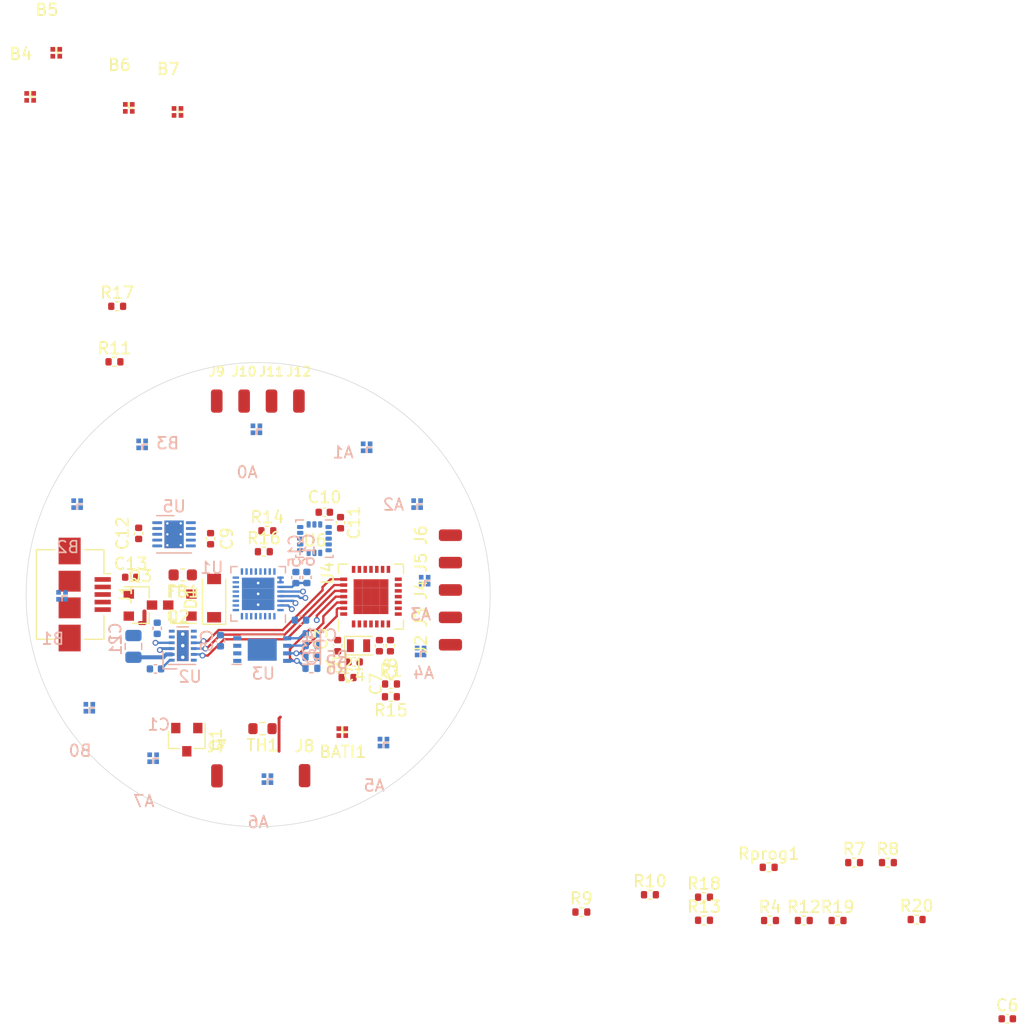
<source format=kicad_pcb>
(kicad_pcb (version 20171130) (host pcbnew 5.1.8+dfsg1-1~bpo10+1)

  (general
    (thickness 1.6)
    (drawings 1)
    (tracks 113)
    (zones 0)
    (modules 81)
    (nets 88)
  )

  (page A4)
  (layers
    (0 F.Cu signal)
    (1 In1.Cu signal)
    (2 In2.Cu signal)
    (31 B.Cu signal)
    (32 B.Adhes user)
    (33 F.Adhes user)
    (34 B.Paste user)
    (35 F.Paste user)
    (36 B.SilkS user)
    (37 F.SilkS user)
    (38 B.Mask user)
    (39 F.Mask user)
    (40 Dwgs.User user)
    (41 Cmts.User user)
    (42 Eco1.User user)
    (43 Eco2.User user)
    (44 Edge.Cuts user)
    (45 Margin user)
    (46 B.CrtYd user)
    (47 F.CrtYd user)
    (48 B.Fab user hide)
    (49 F.Fab user hide)
  )

  (setup
    (last_trace_width 0.35)
    (user_trace_width 0.2)
    (user_trace_width 0.3)
    (user_trace_width 0.35)
    (user_trace_width 0.4)
    (trace_clearance 0.2)
    (zone_clearance 0)
    (zone_45_only no)
    (trace_min 0.2)
    (via_size 0.5)
    (via_drill 0.3)
    (via_min_size 0.4)
    (via_min_drill 0.3)
    (uvia_size 0.3)
    (uvia_drill 0.1)
    (uvias_allowed no)
    (uvia_min_size 0.2)
    (uvia_min_drill 0.1)
    (edge_width 0.05)
    (segment_width 0.2)
    (pcb_text_width 0.3)
    (pcb_text_size 1.5 1.5)
    (mod_edge_width 0.12)
    (mod_text_size 0.8 0.8)
    (mod_text_width 0.15)
    (pad_size 0.975 1.4)
    (pad_drill 0)
    (pad_to_mask_clearance 0.051)
    (solder_mask_min_width 0.25)
    (aux_axis_origin 0 0)
    (visible_elements 7FFFFFFF)
    (pcbplotparams
      (layerselection 0x010fc_ffffffff)
      (usegerberextensions false)
      (usegerberattributes false)
      (usegerberadvancedattributes false)
      (creategerberjobfile false)
      (excludeedgelayer true)
      (linewidth 0.100000)
      (plotframeref false)
      (viasonmask false)
      (mode 1)
      (useauxorigin false)
      (hpglpennumber 1)
      (hpglpenspeed 20)
      (hpglpendiameter 15.000000)
      (psnegative false)
      (psa4output false)
      (plotreference true)
      (plotvalue true)
      (plotinvisibletext false)
      (padsonsilk false)
      (subtractmaskfromsilk false)
      (outputformat 1)
      (mirror false)
      (drillshape 1)
      (scaleselection 1)
      (outputdirectory ""))
  )

  (net 0 "")
  (net 1 G0)
  (net 2 R0)
  (net 3 B0)
  (net 4 CH0)
  (net 5 G1)
  (net 6 R1)
  (net 7 B1)
  (net 8 G2)
  (net 9 R2)
  (net 10 B2)
  (net 11 G3)
  (net 12 R3)
  (net 13 B3)
  (net 14 G4)
  (net 15 R4)
  (net 16 B4)
  (net 17 G5)
  (net 18 R5)
  (net 19 B5)
  (net 20 G6)
  (net 21 B6)
  (net 22 R6)
  (net 23 G7)
  (net 24 B7)
  (net 25 R7)
  (net 26 CH1)
  (net 27 "Net-(BATI1-Pad2)")
  (net 28 "Net-(BATI1-Pad3)")
  (net 29 "Net-(BATI1-Pad1)")
  (net 30 VBUS)
  (net 31 GND)
  (net 32 "Net-(C1-Pad1)")
  (net 33 OSC32_IN)
  (net 34 OSC32_OUT)
  (net 35 +BATT)
  (net 36 -BATT)
  (net 37 NRST)
  (net 38 VCC)
  (net 39 Vled)
  (net 40 THERM)
  (net 41 "Net-(R2-Pad1)")
  (net 42 "Net-(R3-Pad1)")
  (net 43 I2C1_SDA)
  (net 44 I2C2_SCL)
  (net 45 "Net-(R8-Pad2)")
  (net 46 "Net-(R9-Pad2)")
  (net 47 "Net-(R10-Pad2)")
  (net 48 I2C2_SDA)
  (net 49 SWCLK)
  (net 50 "Net-(Rprog1-Pad2)")
  (net 51 VSEL1)
  (net 52 VSEL2)
  (net 53 VSEL3)
  (net 54 PG)
  (net 55 CTRL)
  (net 56 "Net-(L1-Pad1)")
  (net 57 "Net-(U3-Pad9)")
  (net 58 ALARMB)
  (net 59 SWDIO)
  (net 60 "Net-(U4-Pad17)")
  (net 61 "Net-(U4-Pad16)")
  (net 62 "Net-(U4-Pad15)")
  (net 63 INT2)
  (net 64 INT1)
  (net 65 S2)
  (net 66 S1)
  (net 67 "Net-(U4-Pad10)")
  (net 68 UART2_RX)
  (net 69 UART2_TX)
  (net 70 "Net-(U4-Pad7)")
  (net 71 "Net-(U4-Pad6)")
  (net 72 "Net-(U6-Pad16)")
  (net 73 "Net-(U6-Pad15)")
  (net 74 "Net-(U6-Pad13)")
  (net 75 "Net-(U6-Pad8)")
  (net 76 "Net-(U6-Pad3)")
  (net 77 "Net-(U6-Pad2)")
  (net 78 "Net-(C14-Pad2)")
  (net 79 "Net-(R15-Pad2)")
  (net 80 "Net-(R17-Pad1)")
  (net 81 IN_EN)
  (net 82 "Net-(FB1-Pad2)")
  (net 83 I2C1_SCL)
  (net 84 "Net-(J1-Pad6)")
  (net 85 "Net-(J1-Pad4)")
  (net 86 "Net-(J1-Pad3)")
  (net 87 "Net-(J1-Pad2)")

  (net_class Default "This is the default net class."
    (clearance 0.2)
    (trace_width 0.25)
    (via_dia 0.5)
    (via_drill 0.3)
    (uvia_dia 0.3)
    (uvia_drill 0.1)
    (add_net +BATT)
    (add_net -BATT)
    (add_net ALARMB)
    (add_net B0)
    (add_net B1)
    (add_net B2)
    (add_net B3)
    (add_net B4)
    (add_net B5)
    (add_net B6)
    (add_net B7)
    (add_net CH0)
    (add_net CH1)
    (add_net CTRL)
    (add_net G0)
    (add_net G1)
    (add_net G2)
    (add_net G3)
    (add_net G4)
    (add_net G5)
    (add_net G6)
    (add_net G7)
    (add_net GND)
    (add_net I2C1_SCL)
    (add_net I2C1_SDA)
    (add_net I2C2_SCL)
    (add_net I2C2_SDA)
    (add_net INT1)
    (add_net INT2)
    (add_net IN_EN)
    (add_net NRST)
    (add_net "Net-(BATI1-Pad1)")
    (add_net "Net-(BATI1-Pad2)")
    (add_net "Net-(BATI1-Pad3)")
    (add_net "Net-(C1-Pad1)")
    (add_net "Net-(C14-Pad2)")
    (add_net "Net-(FB1-Pad2)")
    (add_net "Net-(J1-Pad2)")
    (add_net "Net-(J1-Pad3)")
    (add_net "Net-(J1-Pad4)")
    (add_net "Net-(J1-Pad6)")
    (add_net "Net-(L1-Pad1)")
    (add_net "Net-(R10-Pad2)")
    (add_net "Net-(R15-Pad2)")
    (add_net "Net-(R17-Pad1)")
    (add_net "Net-(R2-Pad1)")
    (add_net "Net-(R3-Pad1)")
    (add_net "Net-(R8-Pad2)")
    (add_net "Net-(R9-Pad2)")
    (add_net "Net-(Rprog1-Pad2)")
    (add_net "Net-(U3-Pad9)")
    (add_net "Net-(U4-Pad10)")
    (add_net "Net-(U4-Pad15)")
    (add_net "Net-(U4-Pad16)")
    (add_net "Net-(U4-Pad17)")
    (add_net "Net-(U4-Pad6)")
    (add_net "Net-(U4-Pad7)")
    (add_net "Net-(U6-Pad13)")
    (add_net "Net-(U6-Pad15)")
    (add_net "Net-(U6-Pad16)")
    (add_net "Net-(U6-Pad2)")
    (add_net "Net-(U6-Pad3)")
    (add_net "Net-(U6-Pad8)")
    (add_net OSC32_IN)
    (add_net OSC32_OUT)
    (add_net PG)
    (add_net R0)
    (add_net R1)
    (add_net R2)
    (add_net R3)
    (add_net R4)
    (add_net R5)
    (add_net R6)
    (add_net R7)
    (add_net S1)
    (add_net S2)
    (add_net SWCLK)
    (add_net SWDIO)
    (add_net THERM)
    (add_net UART2_RX)
    (add_net UART2_TX)
    (add_net VBUS)
    (add_net VCC)
    (add_net VSEL1)
    (add_net VSEL2)
    (add_net VSEL3)
    (add_net Vled)
  )

  (module rgbwatch:QFN-28_EP_5.3x5.3_Pitch0.5mm (layer F.Cu) (tedit 5FC75682) (tstamp 5FCC9848)
    (at 184.725 75.175 90)
    (path /5FA2E7BC)
    (attr smd)
    (fp_text reference U4 (at 2.025 -3.725 90) (layer F.SilkS)
      (effects (font (size 1 1) (thickness 0.15)))
    )
    (fp_text value STM32G071GBU6N (at 0 4.2 90) (layer F.Fab)
      (effects (font (size 1 1) (thickness 0.15)))
    )
    (fp_line (start -1.65 -2.65) (end -2.65 -1.65) (layer F.Fab) (width 0.15))
    (fp_line (start -2.65 -1.65) (end -2.65 2.65) (layer F.Fab) (width 0.15))
    (fp_line (start -2.65 2.65) (end 2.65 2.65) (layer F.Fab) (width 0.15))
    (fp_line (start 2.65 2.65) (end 2.65 -2.65) (layer F.Fab) (width 0.15))
    (fp_line (start 2.65 -2.65) (end -1.65 -2.65) (layer F.Fab) (width 0.15))
    (fp_line (start 2 -2.8) (end 2.8 -2.8) (layer F.SilkS) (width 0.12))
    (fp_line (start 2.8 -2.8) (end 2.8 -2) (layer F.SilkS) (width 0.12))
    (fp_line (start 2 2.8) (end 2.8 2.8) (layer F.SilkS) (width 0.12))
    (fp_line (start 2.8 2.8) (end 2.8 2) (layer F.SilkS) (width 0.12))
    (fp_line (start -2 2.8) (end -2.8 2.8) (layer F.SilkS) (width 0.12))
    (fp_line (start -2.8 2.8) (end -2.8 2) (layer F.SilkS) (width 0.12))
    (fp_line (start -2 -2.8) (end -2.95 -2.8) (layer F.SilkS) (width 0.12))
    (fp_line (start -3.2 -3.2) (end 3.2 -3.2) (layer F.CrtYd) (width 0.05))
    (fp_line (start 3.2 -3.2) (end 3.2 3.2) (layer F.CrtYd) (width 0.05))
    (fp_line (start 3.2 3.2) (end -3.2 3.2) (layer F.CrtYd) (width 0.05))
    (fp_line (start -3.2 3.2) (end -3.2 -3.2) (layer F.CrtYd) (width 0.05))
    (pad 1 smd rect (at -2.35 -1.5 180) (size 0.3 0.6) (layers F.Cu F.Paste F.Mask)
      (net 33 OSC32_IN))
    (pad 2 smd rect (at -2.35 -1 180) (size 0.3 0.6) (layers F.Cu F.Paste F.Mask)
      (net 34 OSC32_OUT))
    (pad 3 smd rect (at -2.35 -0.5 180) (size 0.3 0.6) (layers F.Cu F.Paste F.Mask)
      (net 38 VCC))
    (pad 4 smd rect (at -2.35 0 180) (size 0.3 0.6) (layers F.Cu F.Paste F.Mask)
      (net 31 GND))
    (pad 5 smd rect (at -2.35 0.5 180) (size 0.3 0.6) (layers F.Cu F.Paste F.Mask)
      (net 37 NRST))
    (pad 6 smd rect (at -2.35 1 180) (size 0.3 0.6) (layers F.Cu F.Paste F.Mask)
      (net 71 "Net-(U4-Pad6)"))
    (pad 7 smd rect (at -2.35 1.5 180) (size 0.3 0.6) (layers F.Cu F.Paste F.Mask)
      (net 70 "Net-(U4-Pad7)"))
    (pad 8 smd rect (at -1.5 2.35 90) (size 0.3 0.6) (layers F.Cu F.Paste F.Mask)
      (net 69 UART2_TX))
    (pad 9 smd rect (at -1 2.35 90) (size 0.3 0.6) (layers F.Cu F.Paste F.Mask)
      (net 68 UART2_RX))
    (pad 10 smd rect (at -0.5 2.35 90) (size 0.3 0.6) (layers F.Cu F.Paste F.Mask)
      (net 67 "Net-(U4-Pad10)"))
    (pad 11 smd rect (at 0 2.35 90) (size 0.3 0.6) (layers F.Cu F.Paste F.Mask)
      (net 66 S1))
    (pad 12 smd rect (at 0.5 2.35 90) (size 0.3 0.6) (layers F.Cu F.Paste F.Mask)
      (net 65 S2))
    (pad 13 smd rect (at 1 2.35 90) (size 0.3 0.6) (layers F.Cu F.Paste F.Mask)
      (net 64 INT1))
    (pad 14 smd rect (at 1.5 2.35 90) (size 0.3 0.6) (layers F.Cu F.Paste F.Mask)
      (net 63 INT2))
    (pad 15 smd rect (at 2.35 1.5 180) (size 0.3 0.6) (layers F.Cu F.Paste F.Mask)
      (net 62 "Net-(U4-Pad15)"))
    (pad 16 smd rect (at 2.35 1 180) (size 0.3 0.6) (layers F.Cu F.Paste F.Mask)
      (net 61 "Net-(U4-Pad16)"))
    (pad 17 smd rect (at 2.35 0.5 180) (size 0.3 0.6) (layers F.Cu F.Paste F.Mask)
      (net 60 "Net-(U4-Pad17)"))
    (pad 18 smd rect (at 2.35 0 180) (size 0.3 0.6) (layers F.Cu F.Paste F.Mask)
      (net 48 I2C2_SDA))
    (pad 19 smd rect (at 2.35 -0.5 180) (size 0.3 0.6) (layers F.Cu F.Paste F.Mask)
      (net 44 I2C2_SCL))
    (pad 20 smd rect (at 2.35 -1 180) (size 0.3 0.6) (layers F.Cu F.Paste F.Mask)
      (net 59 SWDIO))
    (pad 21 smd rect (at 2.35 -1.5 180) (size 0.3 0.6) (layers F.Cu F.Paste F.Mask)
      (net 49 SWCLK))
    (pad 22 smd rect (at 1.5 -2.35 90) (size 0.3 0.6) (layers F.Cu F.Paste F.Mask)
      (net 53 VSEL3))
    (pad 23 smd rect (at 1 -2.35 90) (size 0.3 0.6) (layers F.Cu F.Paste F.Mask)
      (net 52 VSEL2))
    (pad 24 smd rect (at 0.5 -2.35 90) (size 0.3 0.6) (layers F.Cu F.Paste F.Mask)
      (net 51 VSEL1))
    (pad 25 smd rect (at 0 -2.35 90) (size 0.3 0.6) (layers F.Cu F.Paste F.Mask)
      (net 55 CTRL))
    (pad 26 smd rect (at -0.5 -2.35 90) (size 0.3 0.6) (layers F.Cu F.Paste F.Mask)
      (net 83 I2C1_SCL))
    (pad 27 smd rect (at -1 -2.35 90) (size 0.3 0.6) (layers F.Cu F.Paste F.Mask)
      (net 43 I2C1_SDA))
    (pad 28 smd rect (at -1.5 -2.35 90) (size 0.3 0.6) (layers F.Cu F.Paste F.Mask)
      (net 58 ALARMB))
    (pad 29 smd rect (at -1.125 -1.125 90) (size 0.75 0.75) (layers F.Cu F.Paste F.Mask)
      (solder_paste_margin -0.75))
    (pad 29 smd rect (at -1.125 -0.375 90) (size 0.75 0.75) (layers F.Cu F.Paste F.Mask)
      (solder_paste_margin -0.75))
    (pad 29 smd rect (at -1.125 0.375 90) (size 0.75 0.75) (layers F.Cu F.Paste F.Mask)
      (solder_paste_margin -0.75))
    (pad 29 smd rect (at -1.125 1.125 90) (size 0.75 0.75) (layers F.Cu F.Paste F.Mask)
      (solder_paste_margin -0.75))
    (pad 29 smd rect (at -0.375 -1.125 90) (size 0.75 0.75) (layers F.Cu F.Paste F.Mask)
      (solder_paste_margin -0.75))
    (pad 29 smd rect (at -0.375 -0.375 90) (size 0.75 0.75) (layers F.Cu F.Paste F.Mask)
      (solder_paste_margin -0.75))
    (pad 29 smd rect (at -0.375 0.375 90) (size 0.75 0.75) (layers F.Cu F.Paste F.Mask)
      (solder_paste_margin -0.75))
    (pad 29 smd rect (at -0.375 1.125 90) (size 0.75 0.75) (layers F.Cu F.Paste F.Mask)
      (solder_paste_margin -0.75))
    (pad 29 smd rect (at 0.375 -1.125 90) (size 0.75 0.75) (layers F.Cu F.Paste F.Mask)
      (solder_paste_margin -0.75))
    (pad 29 smd rect (at 0.375 -0.375 90) (size 0.75 0.75) (layers F.Cu F.Paste F.Mask)
      (solder_paste_margin -0.75))
    (pad 29 smd rect (at 0.375 0.375 90) (size 0.75 0.75) (layers F.Cu F.Paste F.Mask)
      (solder_paste_margin -0.75))
    (pad 29 smd rect (at 0.375 1.125 90) (size 0.75 0.75) (layers F.Cu F.Paste F.Mask)
      (solder_paste_margin -0.75))
    (pad 29 smd rect (at 1.125 -1.125 90) (size 0.75 0.75) (layers F.Cu F.Paste F.Mask)
      (solder_paste_margin -0.75))
    (pad 29 smd rect (at 1.125 -0.375 90) (size 0.75 0.75) (layers F.Cu F.Paste F.Mask)
      (solder_paste_margin -0.75))
    (pad 29 smd rect (at 1.125 0.375 90) (size 0.75 0.75) (layers F.Cu F.Paste F.Mask)
      (solder_paste_margin -0.75))
    (pad 29 smd rect (at 1.125 1.125 90) (size 0.75 0.75) (layers F.Cu F.Paste F.Mask)
      (solder_paste_margin -0.75))
  )

  (module Resistor_SMD:R_0402_1005Metric (layer F.Cu) (tedit 5F68FEEE) (tstamp 5FCE06A1)
    (at 182.705001 82.145001)
    (descr "Resistor SMD 0402 (1005 Metric), square (rectangular) end terminal, IPC_7351 nominal, (Body size source: IPC-SM-782 page 72, https://www.pcb-3d.com/wordpress/wp-content/uploads/ipc-sm-782a_amendment_1_and_2.pdf), generated with kicad-footprint-generator")
    (tags resistor)
    (path /5FF1B4FE)
    (attr smd)
    (fp_text reference R21 (at 0 -1.17) (layer F.SilkS)
      (effects (font (size 1 1) (thickness 0.15)))
    )
    (fp_text value 10K (at 0 1.17) (layer F.Fab)
      (effects (font (size 1 1) (thickness 0.15)))
    )
    (fp_text user %R (at 0 0) (layer F.Fab)
      (effects (font (size 0.26 0.26) (thickness 0.04)))
    )
    (fp_line (start -0.525 0.27) (end -0.525 -0.27) (layer F.Fab) (width 0.1))
    (fp_line (start -0.525 -0.27) (end 0.525 -0.27) (layer F.Fab) (width 0.1))
    (fp_line (start 0.525 -0.27) (end 0.525 0.27) (layer F.Fab) (width 0.1))
    (fp_line (start 0.525 0.27) (end -0.525 0.27) (layer F.Fab) (width 0.1))
    (fp_line (start -0.153641 -0.38) (end 0.153641 -0.38) (layer F.SilkS) (width 0.12))
    (fp_line (start -0.153641 0.38) (end 0.153641 0.38) (layer F.SilkS) (width 0.12))
    (fp_line (start -0.93 0.47) (end -0.93 -0.47) (layer F.CrtYd) (width 0.05))
    (fp_line (start -0.93 -0.47) (end 0.93 -0.47) (layer F.CrtYd) (width 0.05))
    (fp_line (start 0.93 -0.47) (end 0.93 0.47) (layer F.CrtYd) (width 0.05))
    (fp_line (start 0.93 0.47) (end -0.93 0.47) (layer F.CrtYd) (width 0.05))
    (pad 2 smd roundrect (at 0.51 0) (size 0.54 0.64) (layers F.Cu F.Paste F.Mask) (roundrect_rratio 0.25)
      (net 55 CTRL))
    (pad 1 smd roundrect (at -0.51 0) (size 0.54 0.64) (layers F.Cu F.Paste F.Mask) (roundrect_rratio 0.25)
      (net 31 GND))
    (model ${KISYS3DMOD}/Resistor_SMD.3dshapes/R_0402_1005Metric.wrl
      (at (xyz 0 0 0))
      (scale (xyz 1 1 1))
      (rotate (xyz 0 0 0))
    )
  )

  (module rgbwatch:WDFN-8 (layer B.Cu) (tedit 5FA3A7EB) (tstamp 5FCDE89B)
    (at 175.35 79.51)
    (path /5FA423DE)
    (fp_text reference U3 (at 0.1 2.29) (layer B.SilkS)
      (effects (font (size 1 1) (thickness 0.15)) (justify mirror))
    )
    (fp_text value LC709203FQH−01TWG (at 0 4.1) (layer B.Fab)
      (effects (font (size 1 1) (thickness 0.15)) (justify mirror))
    )
    (fp_line (start -2.6 1.5) (end -2.6 -1.05) (layer B.Fab) (width 0.12))
    (fp_line (start -2.6 -1.05) (end 2.6 -1.05) (layer B.Fab) (width 0.12))
    (fp_line (start 2.6 -1.05) (end 2.6 1.5) (layer B.Fab) (width 0.12))
    (fp_line (start 2.6 1.5) (end -2.6 1.5) (layer B.Fab) (width 0.12))
    (fp_line (start -2.6 1.5) (end -1.8 1.5) (layer B.SilkS) (width 0.12))
    (fp_line (start -1.8 -1) (end 1.8 -1) (layer B.SilkS) (width 0.12))
    (fp_line (start -3 1.8) (end -3 -1.4) (layer B.CrtYd) (width 0.12))
    (fp_line (start -3 -1.4) (end 3 -1.4) (layer B.CrtYd) (width 0.12))
    (fp_line (start 3 -1.4) (end 3 1.8) (layer B.CrtYd) (width 0.12))
    (fp_line (start 3 1.8) (end -3 1.8) (layer B.CrtYd) (width 0.12))
    (pad 5 smd rect (at 2.15 -0.75 180) (size 0.7 0.35) (layers B.Cu B.Paste B.Mask)
      (net 42 "Net-(R3-Pad1)"))
    (pad 6 smd rect (at 2.15 -0.1 180) (size 0.7 0.35) (layers B.Cu B.Paste B.Mask)
      (net 41 "Net-(R2-Pad1)"))
    (pad 7 smd rect (at 2.15 0.55 180) (size 0.7 0.35) (layers B.Cu B.Paste B.Mask)
      (net 43 I2C1_SDA))
    (pad 8 smd rect (at 2.15 1.2 180) (size 0.7 0.35) (layers B.Cu B.Paste B.Mask)
      (net 83 I2C1_SCL))
    (pad 2 smd rect (at -2.15 0.55 180) (size 0.7 0.35) (layers B.Cu B.Paste B.Mask)
      (net 36 -BATT))
    (pad 4 smd rect (at -2.15 -0.75 180) (size 0.7 0.35) (layers B.Cu B.Paste B.Mask)
      (net 36 -BATT))
    (pad 1 smd rect (at -2.15 1.2 180) (size 0.7 0.35) (layers B.Cu B.Paste B.Mask)
      (net 36 -BATT))
    (pad 3 smd rect (at -2.15 -0.1 180) (size 0.7 0.35) (layers B.Cu B.Paste B.Mask)
      (net 35 +BATT))
    (pad 9 smd rect (at 0 0.24 90) (size 1.9 2.5) (layers B.Cu B.Paste B.Mask)
      (net 57 "Net-(U3-Pad9)"))
  )

  (module Resistor_SMD:R_0603_1608Metric (layer F.Cu) (tedit 5F68FEEE) (tstamp 5FCBE5F6)
    (at 175.375 86.55 180)
    (descr "Resistor SMD 0603 (1608 Metric), square (rectangular) end terminal, IPC_7351 nominal, (Body size source: IPC-SM-782 page 72, https://www.pcb-3d.com/wordpress/wp-content/uploads/ipc-sm-782a_amendment_1_and_2.pdf), generated with kicad-footprint-generator")
    (tags resistor)
    (path /5FA595B0)
    (attr smd)
    (fp_text reference TH1 (at 0 -1.43) (layer F.SilkS)
      (effects (font (size 1 1) (thickness 0.15)))
    )
    (fp_text value 10K_Thermistor_NTC (at 0 1.43) (layer F.Fab)
      (effects (font (size 1 1) (thickness 0.15)))
    )
    (fp_text user %R (at 0 0) (layer F.Fab)
      (effects (font (size 0.4 0.4) (thickness 0.06)))
    )
    (fp_line (start -0.8 0.4125) (end -0.8 -0.4125) (layer F.Fab) (width 0.1))
    (fp_line (start -0.8 -0.4125) (end 0.8 -0.4125) (layer F.Fab) (width 0.1))
    (fp_line (start 0.8 -0.4125) (end 0.8 0.4125) (layer F.Fab) (width 0.1))
    (fp_line (start 0.8 0.4125) (end -0.8 0.4125) (layer F.Fab) (width 0.1))
    (fp_line (start -0.237258 -0.5225) (end 0.237258 -0.5225) (layer F.SilkS) (width 0.12))
    (fp_line (start -0.237258 0.5225) (end 0.237258 0.5225) (layer F.SilkS) (width 0.12))
    (fp_line (start -1.48 0.73) (end -1.48 -0.73) (layer F.CrtYd) (width 0.05))
    (fp_line (start -1.48 -0.73) (end 1.48 -0.73) (layer F.CrtYd) (width 0.05))
    (fp_line (start 1.48 -0.73) (end 1.48 0.73) (layer F.CrtYd) (width 0.05))
    (fp_line (start 1.48 0.73) (end -1.48 0.73) (layer F.CrtYd) (width 0.05))
    (pad 2 smd roundrect (at 0.825 0 180) (size 0.8 0.95) (layers F.Cu F.Paste F.Mask) (roundrect_rratio 0.25)
      (net 40 THERM))
    (pad 1 smd roundrect (at -0.825 0 180) (size 0.8 0.95) (layers F.Cu F.Paste F.Mask) (roundrect_rratio 0.25)
      (net 31 GND))
    (model ${KISYS3DMOD}/Resistor_SMD.3dshapes/R_0603_1608Metric.wrl
      (at (xyz 0 0 0))
      (scale (xyz 1 1 1))
      (rotate (xyz 0 0 0))
    )
  )

  (module Resistor_SMD:R_0402_1005Metric (layer F.Cu) (tedit 5F68FEEE) (tstamp 5FCBE5E5)
    (at 219 98.5)
    (descr "Resistor SMD 0402 (1005 Metric), square (rectangular) end terminal, IPC_7351 nominal, (Body size source: IPC-SM-782 page 72, https://www.pcb-3d.com/wordpress/wp-content/uploads/ipc-sm-782a_amendment_1_and_2.pdf), generated with kicad-footprint-generator")
    (tags resistor)
    (path /5FA8A81E)
    (attr smd)
    (fp_text reference Rprog1 (at 0 -1.17) (layer F.SilkS)
      (effects (font (size 1 1) (thickness 0.15)))
    )
    (fp_text value 10K (at 0 1.17) (layer F.Fab)
      (effects (font (size 1 1) (thickness 0.15)))
    )
    (fp_text user %R (at 0 0) (layer F.Fab)
      (effects (font (size 0.26 0.26) (thickness 0.04)))
    )
    (fp_line (start -0.525 0.27) (end -0.525 -0.27) (layer F.Fab) (width 0.1))
    (fp_line (start -0.525 -0.27) (end 0.525 -0.27) (layer F.Fab) (width 0.1))
    (fp_line (start 0.525 -0.27) (end 0.525 0.27) (layer F.Fab) (width 0.1))
    (fp_line (start 0.525 0.27) (end -0.525 0.27) (layer F.Fab) (width 0.1))
    (fp_line (start -0.153641 -0.38) (end 0.153641 -0.38) (layer F.SilkS) (width 0.12))
    (fp_line (start -0.153641 0.38) (end 0.153641 0.38) (layer F.SilkS) (width 0.12))
    (fp_line (start -0.93 0.47) (end -0.93 -0.47) (layer F.CrtYd) (width 0.05))
    (fp_line (start -0.93 -0.47) (end 0.93 -0.47) (layer F.CrtYd) (width 0.05))
    (fp_line (start 0.93 -0.47) (end 0.93 0.47) (layer F.CrtYd) (width 0.05))
    (fp_line (start 0.93 0.47) (end -0.93 0.47) (layer F.CrtYd) (width 0.05))
    (pad 2 smd roundrect (at 0.51 0) (size 0.54 0.64) (layers F.Cu F.Paste F.Mask) (roundrect_rratio 0.25)
      (net 50 "Net-(Rprog1-Pad2)"))
    (pad 1 smd roundrect (at -0.51 0) (size 0.54 0.64) (layers F.Cu F.Paste F.Mask) (roundrect_rratio 0.25)
      (net 31 GND))
    (model ${KISYS3DMOD}/Resistor_SMD.3dshapes/R_0402_1005Metric.wrl
      (at (xyz 0 0 0))
      (scale (xyz 1 1 1))
      (rotate (xyz 0 0 0))
    )
  )

  (module Resistor_SMD:R_0402_1005Metric (layer F.Cu) (tedit 5F68FEEE) (tstamp 5FCBE5D4)
    (at 231.75 103)
    (descr "Resistor SMD 0402 (1005 Metric), square (rectangular) end terminal, IPC_7351 nominal, (Body size source: IPC-SM-782 page 72, https://www.pcb-3d.com/wordpress/wp-content/uploads/ipc-sm-782a_amendment_1_and_2.pdf), generated with kicad-footprint-generator")
    (tags resistor)
    (path /5FD69596)
    (attr smd)
    (fp_text reference R20 (at 0 -1.17) (layer F.SilkS)
      (effects (font (size 1 1) (thickness 0.15)))
    )
    (fp_text value 10K (at 0 1.17) (layer F.Fab)
      (effects (font (size 1 1) (thickness 0.15)))
    )
    (fp_text user %R (at 0 0) (layer F.Fab)
      (effects (font (size 0.26 0.26) (thickness 0.04)))
    )
    (fp_line (start -0.525 0.27) (end -0.525 -0.27) (layer F.Fab) (width 0.1))
    (fp_line (start -0.525 -0.27) (end 0.525 -0.27) (layer F.Fab) (width 0.1))
    (fp_line (start 0.525 -0.27) (end 0.525 0.27) (layer F.Fab) (width 0.1))
    (fp_line (start 0.525 0.27) (end -0.525 0.27) (layer F.Fab) (width 0.1))
    (fp_line (start -0.153641 -0.38) (end 0.153641 -0.38) (layer F.SilkS) (width 0.12))
    (fp_line (start -0.153641 0.38) (end 0.153641 0.38) (layer F.SilkS) (width 0.12))
    (fp_line (start -0.93 0.47) (end -0.93 -0.47) (layer F.CrtYd) (width 0.05))
    (fp_line (start -0.93 -0.47) (end 0.93 -0.47) (layer F.CrtYd) (width 0.05))
    (fp_line (start 0.93 -0.47) (end 0.93 0.47) (layer F.CrtYd) (width 0.05))
    (fp_line (start 0.93 0.47) (end -0.93 0.47) (layer F.CrtYd) (width 0.05))
    (pad 2 smd roundrect (at 0.51 0) (size 0.54 0.64) (layers F.Cu F.Paste F.Mask) (roundrect_rratio 0.25)
      (net 31 GND))
    (pad 1 smd roundrect (at -0.51 0) (size 0.54 0.64) (layers F.Cu F.Paste F.Mask) (roundrect_rratio 0.25)
      (net 65 S2))
    (model ${KISYS3DMOD}/Resistor_SMD.3dshapes/R_0402_1005Metric.wrl
      (at (xyz 0 0 0))
      (scale (xyz 1 1 1))
      (rotate (xyz 0 0 0))
    )
  )

  (module Resistor_SMD:R_0402_1005Metric (layer F.Cu) (tedit 5F68FEEE) (tstamp 5FCBE5C3)
    (at 224.935001 103.085001)
    (descr "Resistor SMD 0402 (1005 Metric), square (rectangular) end terminal, IPC_7351 nominal, (Body size source: IPC-SM-782 page 72, https://www.pcb-3d.com/wordpress/wp-content/uploads/ipc-sm-782a_amendment_1_and_2.pdf), generated with kicad-footprint-generator")
    (tags resistor)
    (path /5FD68C88)
    (attr smd)
    (fp_text reference R19 (at 0 -1.17) (layer F.SilkS)
      (effects (font (size 1 1) (thickness 0.15)))
    )
    (fp_text value 10K (at 0 1.17) (layer F.Fab)
      (effects (font (size 1 1) (thickness 0.15)))
    )
    (fp_text user %R (at 0 0) (layer F.Fab)
      (effects (font (size 0.26 0.26) (thickness 0.04)))
    )
    (fp_line (start -0.525 0.27) (end -0.525 -0.27) (layer F.Fab) (width 0.1))
    (fp_line (start -0.525 -0.27) (end 0.525 -0.27) (layer F.Fab) (width 0.1))
    (fp_line (start 0.525 -0.27) (end 0.525 0.27) (layer F.Fab) (width 0.1))
    (fp_line (start 0.525 0.27) (end -0.525 0.27) (layer F.Fab) (width 0.1))
    (fp_line (start -0.153641 -0.38) (end 0.153641 -0.38) (layer F.SilkS) (width 0.12))
    (fp_line (start -0.153641 0.38) (end 0.153641 0.38) (layer F.SilkS) (width 0.12))
    (fp_line (start -0.93 0.47) (end -0.93 -0.47) (layer F.CrtYd) (width 0.05))
    (fp_line (start -0.93 -0.47) (end 0.93 -0.47) (layer F.CrtYd) (width 0.05))
    (fp_line (start 0.93 -0.47) (end 0.93 0.47) (layer F.CrtYd) (width 0.05))
    (fp_line (start 0.93 0.47) (end -0.93 0.47) (layer F.CrtYd) (width 0.05))
    (pad 2 smd roundrect (at 0.51 0) (size 0.54 0.64) (layers F.Cu F.Paste F.Mask) (roundrect_rratio 0.25)
      (net 31 GND))
    (pad 1 smd roundrect (at -0.51 0) (size 0.54 0.64) (layers F.Cu F.Paste F.Mask) (roundrect_rratio 0.25)
      (net 66 S1))
    (model ${KISYS3DMOD}/Resistor_SMD.3dshapes/R_0402_1005Metric.wrl
      (at (xyz 0 0 0))
      (scale (xyz 1 1 1))
      (rotate (xyz 0 0 0))
    )
  )

  (module Resistor_SMD:R_0402_1005Metric (layer F.Cu) (tedit 5F68FEEE) (tstamp 5FCBE5B2)
    (at 213.425001 101.075001)
    (descr "Resistor SMD 0402 (1005 Metric), square (rectangular) end terminal, IPC_7351 nominal, (Body size source: IPC-SM-782 page 72, https://www.pcb-3d.com/wordpress/wp-content/uploads/ipc-sm-782a_amendment_1_and_2.pdf), generated with kicad-footprint-generator")
    (tags resistor)
    (path /5FEDEE6F)
    (attr smd)
    (fp_text reference R18 (at 0 -1.17) (layer F.SilkS)
      (effects (font (size 1 1) (thickness 0.15)))
    )
    (fp_text value IN_EN (at 0 1.17) (layer F.Fab)
      (effects (font (size 1 1) (thickness 0.15)))
    )
    (fp_text user %R (at 0 0) (layer F.Fab)
      (effects (font (size 0.26 0.26) (thickness 0.04)))
    )
    (fp_line (start -0.525 0.27) (end -0.525 -0.27) (layer F.Fab) (width 0.1))
    (fp_line (start -0.525 -0.27) (end 0.525 -0.27) (layer F.Fab) (width 0.1))
    (fp_line (start 0.525 -0.27) (end 0.525 0.27) (layer F.Fab) (width 0.1))
    (fp_line (start 0.525 0.27) (end -0.525 0.27) (layer F.Fab) (width 0.1))
    (fp_line (start -0.153641 -0.38) (end 0.153641 -0.38) (layer F.SilkS) (width 0.12))
    (fp_line (start -0.153641 0.38) (end 0.153641 0.38) (layer F.SilkS) (width 0.12))
    (fp_line (start -0.93 0.47) (end -0.93 -0.47) (layer F.CrtYd) (width 0.05))
    (fp_line (start -0.93 -0.47) (end 0.93 -0.47) (layer F.CrtYd) (width 0.05))
    (fp_line (start 0.93 -0.47) (end 0.93 0.47) (layer F.CrtYd) (width 0.05))
    (fp_line (start 0.93 0.47) (end -0.93 0.47) (layer F.CrtYd) (width 0.05))
    (pad 2 smd roundrect (at 0.51 0) (size 0.54 0.64) (layers F.Cu F.Paste F.Mask) (roundrect_rratio 0.25)
      (net 38 VCC))
    (pad 1 smd roundrect (at -0.51 0) (size 0.54 0.64) (layers F.Cu F.Paste F.Mask) (roundrect_rratio 0.25)
      (net 81 IN_EN))
    (model ${KISYS3DMOD}/Resistor_SMD.3dshapes/R_0402_1005Metric.wrl
      (at (xyz 0 0 0))
      (scale (xyz 1 1 1))
      (rotate (xyz 0 0 0))
    )
  )

  (module Resistor_SMD:R_0402_1005Metric (layer F.Cu) (tedit 5F68FEEE) (tstamp 5FCD0770)
    (at 175.49 71.3)
    (descr "Resistor SMD 0402 (1005 Metric), square (rectangular) end terminal, IPC_7351 nominal, (Body size source: IPC-SM-782 page 72, https://www.pcb-3d.com/wordpress/wp-content/uploads/ipc-sm-782a_amendment_1_and_2.pdf), generated with kicad-footprint-generator")
    (tags resistor)
    (path /5FE80653)
    (attr smd)
    (fp_text reference R16 (at 0 -1.17) (layer F.SilkS)
      (effects (font (size 1 1) (thickness 0.15)))
    )
    (fp_text value 4.7K (at 0 1.17) (layer F.Fab)
      (effects (font (size 1 1) (thickness 0.15)))
    )
    (fp_text user %R (at 0 0) (layer F.Fab)
      (effects (font (size 0.26 0.26) (thickness 0.04)))
    )
    (fp_line (start -0.525 0.27) (end -0.525 -0.27) (layer F.Fab) (width 0.1))
    (fp_line (start -0.525 -0.27) (end 0.525 -0.27) (layer F.Fab) (width 0.1))
    (fp_line (start 0.525 -0.27) (end 0.525 0.27) (layer F.Fab) (width 0.1))
    (fp_line (start 0.525 0.27) (end -0.525 0.27) (layer F.Fab) (width 0.1))
    (fp_line (start -0.153641 -0.38) (end 0.153641 -0.38) (layer F.SilkS) (width 0.12))
    (fp_line (start -0.153641 0.38) (end 0.153641 0.38) (layer F.SilkS) (width 0.12))
    (fp_line (start -0.93 0.47) (end -0.93 -0.47) (layer F.CrtYd) (width 0.05))
    (fp_line (start -0.93 -0.47) (end 0.93 -0.47) (layer F.CrtYd) (width 0.05))
    (fp_line (start 0.93 -0.47) (end 0.93 0.47) (layer F.CrtYd) (width 0.05))
    (fp_line (start 0.93 0.47) (end -0.93 0.47) (layer F.CrtYd) (width 0.05))
    (pad 2 smd roundrect (at 0.51 0) (size 0.54 0.64) (layers F.Cu F.Paste F.Mask) (roundrect_rratio 0.25)
      (net 44 I2C2_SCL))
    (pad 1 smd roundrect (at -0.51 0) (size 0.54 0.64) (layers F.Cu F.Paste F.Mask) (roundrect_rratio 0.25)
      (net 38 VCC))
    (model ${KISYS3DMOD}/Resistor_SMD.3dshapes/R_0402_1005Metric.wrl
      (at (xyz 0 0 0))
      (scale (xyz 1 1 1))
      (rotate (xyz 0 0 0))
    )
  )

  (module Resistor_SMD:R_0402_1005Metric (layer F.Cu) (tedit 5F68FEEE) (tstamp 5FCBE570)
    (at 186.44 83.8 180)
    (descr "Resistor SMD 0402 (1005 Metric), square (rectangular) end terminal, IPC_7351 nominal, (Body size source: IPC-SM-782 page 72, https://www.pcb-3d.com/wordpress/wp-content/uploads/ipc-sm-782a_amendment_1_and_2.pdf), generated with kicad-footprint-generator")
    (tags resistor)
    (path /5FE6E4F4)
    (attr smd)
    (fp_text reference R15 (at 0 -1.17) (layer F.SilkS)
      (effects (font (size 1 1) (thickness 0.15)))
    )
    (fp_text value IREF (at 0 1.17) (layer F.Fab)
      (effects (font (size 1 1) (thickness 0.15)))
    )
    (fp_text user %R (at 0 0) (layer F.Fab)
      (effects (font (size 0.26 0.26) (thickness 0.04)))
    )
    (fp_line (start -0.525 0.27) (end -0.525 -0.27) (layer F.Fab) (width 0.1))
    (fp_line (start -0.525 -0.27) (end 0.525 -0.27) (layer F.Fab) (width 0.1))
    (fp_line (start 0.525 -0.27) (end 0.525 0.27) (layer F.Fab) (width 0.1))
    (fp_line (start 0.525 0.27) (end -0.525 0.27) (layer F.Fab) (width 0.1))
    (fp_line (start -0.153641 -0.38) (end 0.153641 -0.38) (layer F.SilkS) (width 0.12))
    (fp_line (start -0.153641 0.38) (end 0.153641 0.38) (layer F.SilkS) (width 0.12))
    (fp_line (start -0.93 0.47) (end -0.93 -0.47) (layer F.CrtYd) (width 0.05))
    (fp_line (start -0.93 -0.47) (end 0.93 -0.47) (layer F.CrtYd) (width 0.05))
    (fp_line (start 0.93 -0.47) (end 0.93 0.47) (layer F.CrtYd) (width 0.05))
    (fp_line (start 0.93 0.47) (end -0.93 0.47) (layer F.CrtYd) (width 0.05))
    (pad 2 smd roundrect (at 0.51 0 180) (size 0.54 0.64) (layers F.Cu F.Paste F.Mask) (roundrect_rratio 0.25)
      (net 79 "Net-(R15-Pad2)"))
    (pad 1 smd roundrect (at -0.51 0 180) (size 0.54 0.64) (layers F.Cu F.Paste F.Mask) (roundrect_rratio 0.25)
      (net 31 GND))
    (model ${KISYS3DMOD}/Resistor_SMD.3dshapes/R_0402_1005Metric.wrl
      (at (xyz 0 0 0))
      (scale (xyz 1 1 1))
      (rotate (xyz 0 0 0))
    )
  )

  (module Resistor_SMD:R_0402_1005Metric (layer F.Cu) (tedit 5F68FEEE) (tstamp 5FCBE55F)
    (at 175.79 69.5)
    (descr "Resistor SMD 0402 (1005 Metric), square (rectangular) end terminal, IPC_7351 nominal, (Body size source: IPC-SM-782 page 72, https://www.pcb-3d.com/wordpress/wp-content/uploads/ipc-sm-782a_amendment_1_and_2.pdf), generated with kicad-footprint-generator")
    (tags resistor)
    (path /5FE8517F)
    (attr smd)
    (fp_text reference R14 (at 0 -1.17) (layer F.SilkS)
      (effects (font (size 1 1) (thickness 0.15)))
    )
    (fp_text value 4.7K (at 0 1.17) (layer F.Fab)
      (effects (font (size 1 1) (thickness 0.15)))
    )
    (fp_text user %R (at 0 0) (layer F.Fab)
      (effects (font (size 0.26 0.26) (thickness 0.04)))
    )
    (fp_line (start -0.525 0.27) (end -0.525 -0.27) (layer F.Fab) (width 0.1))
    (fp_line (start -0.525 -0.27) (end 0.525 -0.27) (layer F.Fab) (width 0.1))
    (fp_line (start 0.525 -0.27) (end 0.525 0.27) (layer F.Fab) (width 0.1))
    (fp_line (start 0.525 0.27) (end -0.525 0.27) (layer F.Fab) (width 0.1))
    (fp_line (start -0.153641 -0.38) (end 0.153641 -0.38) (layer F.SilkS) (width 0.12))
    (fp_line (start -0.153641 0.38) (end 0.153641 0.38) (layer F.SilkS) (width 0.12))
    (fp_line (start -0.93 0.47) (end -0.93 -0.47) (layer F.CrtYd) (width 0.05))
    (fp_line (start -0.93 -0.47) (end 0.93 -0.47) (layer F.CrtYd) (width 0.05))
    (fp_line (start 0.93 -0.47) (end 0.93 0.47) (layer F.CrtYd) (width 0.05))
    (fp_line (start 0.93 0.47) (end -0.93 0.47) (layer F.CrtYd) (width 0.05))
    (pad 2 smd roundrect (at 0.51 0) (size 0.54 0.64) (layers F.Cu F.Paste F.Mask) (roundrect_rratio 0.25)
      (net 48 I2C2_SDA))
    (pad 1 smd roundrect (at -0.51 0) (size 0.54 0.64) (layers F.Cu F.Paste F.Mask) (roundrect_rratio 0.25)
      (net 38 VCC))
    (model ${KISYS3DMOD}/Resistor_SMD.3dshapes/R_0402_1005Metric.wrl
      (at (xyz 0 0 0))
      (scale (xyz 1 1 1))
      (rotate (xyz 0 0 0))
    )
  )

  (module Resistor_SMD:R_0402_1005Metric (layer F.Cu) (tedit 5F68FEEE) (tstamp 5FCBE54E)
    (at 213.425001 103.065001)
    (descr "Resistor SMD 0402 (1005 Metric), square (rectangular) end terminal, IPC_7351 nominal, (Body size source: IPC-SM-782 page 72, https://www.pcb-3d.com/wordpress/wp-content/uploads/ipc-sm-782a_amendment_1_and_2.pdf), generated with kicad-footprint-generator")
    (tags resistor)
    (path /5FDE624D)
    (attr smd)
    (fp_text reference R13 (at 0 -1.17) (layer F.SilkS)
      (effects (font (size 1 1) (thickness 0.15)))
    )
    (fp_text value 0R (at 0 1.17) (layer F.Fab)
      (effects (font (size 1 1) (thickness 0.15)))
    )
    (fp_text user %R (at 0 0) (layer F.Fab)
      (effects (font (size 0.26 0.26) (thickness 0.04)))
    )
    (fp_line (start -0.525 0.27) (end -0.525 -0.27) (layer F.Fab) (width 0.1))
    (fp_line (start -0.525 -0.27) (end 0.525 -0.27) (layer F.Fab) (width 0.1))
    (fp_line (start 0.525 -0.27) (end 0.525 0.27) (layer F.Fab) (width 0.1))
    (fp_line (start 0.525 0.27) (end -0.525 0.27) (layer F.Fab) (width 0.1))
    (fp_line (start -0.153641 -0.38) (end 0.153641 -0.38) (layer F.SilkS) (width 0.12))
    (fp_line (start -0.153641 0.38) (end 0.153641 0.38) (layer F.SilkS) (width 0.12))
    (fp_line (start -0.93 0.47) (end -0.93 -0.47) (layer F.CrtYd) (width 0.05))
    (fp_line (start -0.93 -0.47) (end 0.93 -0.47) (layer F.CrtYd) (width 0.05))
    (fp_line (start 0.93 -0.47) (end 0.93 0.47) (layer F.CrtYd) (width 0.05))
    (fp_line (start 0.93 0.47) (end -0.93 0.47) (layer F.CrtYd) (width 0.05))
    (pad 2 smd roundrect (at 0.51 0) (size 0.54 0.64) (layers F.Cu F.Paste F.Mask) (roundrect_rratio 0.25)
      (net 31 GND))
    (pad 1 smd roundrect (at -0.51 0) (size 0.54 0.64) (layers F.Cu F.Paste F.Mask) (roundrect_rratio 0.25)
      (net 37 NRST))
    (model ${KISYS3DMOD}/Resistor_SMD.3dshapes/R_0402_1005Metric.wrl
      (at (xyz 0 0 0))
      (scale (xyz 1 1 1))
      (rotate (xyz 0 0 0))
    )
  )

  (module Resistor_SMD:R_0402_1005Metric (layer F.Cu) (tedit 5F68FEEE) (tstamp 5FCBE53D)
    (at 222.025001 103.085001)
    (descr "Resistor SMD 0402 (1005 Metric), square (rectangular) end terminal, IPC_7351 nominal, (Body size source: IPC-SM-782 page 72, https://www.pcb-3d.com/wordpress/wp-content/uploads/ipc-sm-782a_amendment_1_and_2.pdf), generated with kicad-footprint-generator")
    (tags resistor)
    (path /5FC77B28)
    (attr smd)
    (fp_text reference R12 (at 0 -1.17) (layer F.SilkS)
      (effects (font (size 1 1) (thickness 0.15)))
    )
    (fp_text value 10K (at 0 1.17) (layer F.Fab)
      (effects (font (size 1 1) (thickness 0.15)))
    )
    (fp_text user %R (at 0 0) (layer F.Fab)
      (effects (font (size 0.26 0.26) (thickness 0.04)))
    )
    (fp_line (start -0.525 0.27) (end -0.525 -0.27) (layer F.Fab) (width 0.1))
    (fp_line (start -0.525 -0.27) (end 0.525 -0.27) (layer F.Fab) (width 0.1))
    (fp_line (start 0.525 -0.27) (end 0.525 0.27) (layer F.Fab) (width 0.1))
    (fp_line (start 0.525 0.27) (end -0.525 0.27) (layer F.Fab) (width 0.1))
    (fp_line (start -0.153641 -0.38) (end 0.153641 -0.38) (layer F.SilkS) (width 0.12))
    (fp_line (start -0.153641 0.38) (end 0.153641 0.38) (layer F.SilkS) (width 0.12))
    (fp_line (start -0.93 0.47) (end -0.93 -0.47) (layer F.CrtYd) (width 0.05))
    (fp_line (start -0.93 -0.47) (end 0.93 -0.47) (layer F.CrtYd) (width 0.05))
    (fp_line (start 0.93 -0.47) (end 0.93 0.47) (layer F.CrtYd) (width 0.05))
    (fp_line (start 0.93 0.47) (end -0.93 0.47) (layer F.CrtYd) (width 0.05))
    (pad 2 smd roundrect (at 0.51 0) (size 0.54 0.64) (layers F.Cu F.Paste F.Mask) (roundrect_rratio 0.25)
      (net 31 GND))
    (pad 1 smd roundrect (at -0.51 0) (size 0.54 0.64) (layers F.Cu F.Paste F.Mask) (roundrect_rratio 0.25)
      (net 49 SWCLK))
    (model ${KISYS3DMOD}/Resistor_SMD.3dshapes/R_0402_1005Metric.wrl
      (at (xyz 0 0 0))
      (scale (xyz 1 1 1))
      (rotate (xyz 0 0 0))
    )
  )

  (module Resistor_SMD:R_0402_1005Metric (layer F.Cu) (tedit 5F68FEEE) (tstamp 5FCBE50C)
    (at 208.765001 100.865001)
    (descr "Resistor SMD 0402 (1005 Metric), square (rectangular) end terminal, IPC_7351 nominal, (Body size source: IPC-SM-782 page 72, https://www.pcb-3d.com/wordpress/wp-content/uploads/ipc-sm-782a_amendment_1_and_2.pdf), generated with kicad-footprint-generator")
    (tags resistor)
    (path /5FA7ACE8)
    (attr smd)
    (fp_text reference R10 (at 0 -1.17) (layer F.SilkS)
      (effects (font (size 1 1) (thickness 0.15)))
    )
    (fp_text value R_Small (at 0 1.17) (layer F.Fab)
      (effects (font (size 1 1) (thickness 0.15)))
    )
    (fp_text user %R (at 0 0) (layer F.Fab)
      (effects (font (size 0.26 0.26) (thickness 0.04)))
    )
    (fp_line (start -0.525 0.27) (end -0.525 -0.27) (layer F.Fab) (width 0.1))
    (fp_line (start -0.525 -0.27) (end 0.525 -0.27) (layer F.Fab) (width 0.1))
    (fp_line (start 0.525 -0.27) (end 0.525 0.27) (layer F.Fab) (width 0.1))
    (fp_line (start 0.525 0.27) (end -0.525 0.27) (layer F.Fab) (width 0.1))
    (fp_line (start -0.153641 -0.38) (end 0.153641 -0.38) (layer F.SilkS) (width 0.12))
    (fp_line (start -0.153641 0.38) (end 0.153641 0.38) (layer F.SilkS) (width 0.12))
    (fp_line (start -0.93 0.47) (end -0.93 -0.47) (layer F.CrtYd) (width 0.05))
    (fp_line (start -0.93 -0.47) (end 0.93 -0.47) (layer F.CrtYd) (width 0.05))
    (fp_line (start 0.93 -0.47) (end 0.93 0.47) (layer F.CrtYd) (width 0.05))
    (fp_line (start 0.93 0.47) (end -0.93 0.47) (layer F.CrtYd) (width 0.05))
    (pad 2 smd roundrect (at 0.51 0) (size 0.54 0.64) (layers F.Cu F.Paste F.Mask) (roundrect_rratio 0.25)
      (net 47 "Net-(R10-Pad2)"))
    (pad 1 smd roundrect (at -0.51 0) (size 0.54 0.64) (layers F.Cu F.Paste F.Mask) (roundrect_rratio 0.25)
      (net 28 "Net-(BATI1-Pad3)"))
    (model ${KISYS3DMOD}/Resistor_SMD.3dshapes/R_0402_1005Metric.wrl
      (at (xyz 0 0 0))
      (scale (xyz 1 1 1))
      (rotate (xyz 0 0 0))
    )
  )

  (module Resistor_SMD:R_0402_1005Metric (layer F.Cu) (tedit 5F68FEEE) (tstamp 5FCBE4FB)
    (at 202.855001 102.355001)
    (descr "Resistor SMD 0402 (1005 Metric), square (rectangular) end terminal, IPC_7351 nominal, (Body size source: IPC-SM-782 page 72, https://www.pcb-3d.com/wordpress/wp-content/uploads/ipc-sm-782a_amendment_1_and_2.pdf), generated with kicad-footprint-generator")
    (tags resistor)
    (path /5FA691E9)
    (attr smd)
    (fp_text reference R9 (at 0 -1.17) (layer F.SilkS)
      (effects (font (size 1 1) (thickness 0.15)))
    )
    (fp_text value R_Small (at 0 1.17) (layer F.Fab)
      (effects (font (size 1 1) (thickness 0.15)))
    )
    (fp_text user %R (at 0 0) (layer F.Fab)
      (effects (font (size 0.26 0.26) (thickness 0.04)))
    )
    (fp_line (start -0.525 0.27) (end -0.525 -0.27) (layer F.Fab) (width 0.1))
    (fp_line (start -0.525 -0.27) (end 0.525 -0.27) (layer F.Fab) (width 0.1))
    (fp_line (start 0.525 -0.27) (end 0.525 0.27) (layer F.Fab) (width 0.1))
    (fp_line (start 0.525 0.27) (end -0.525 0.27) (layer F.Fab) (width 0.1))
    (fp_line (start -0.153641 -0.38) (end 0.153641 -0.38) (layer F.SilkS) (width 0.12))
    (fp_line (start -0.153641 0.38) (end 0.153641 0.38) (layer F.SilkS) (width 0.12))
    (fp_line (start -0.93 0.47) (end -0.93 -0.47) (layer F.CrtYd) (width 0.05))
    (fp_line (start -0.93 -0.47) (end 0.93 -0.47) (layer F.CrtYd) (width 0.05))
    (fp_line (start 0.93 -0.47) (end 0.93 0.47) (layer F.CrtYd) (width 0.05))
    (fp_line (start 0.93 0.47) (end -0.93 0.47) (layer F.CrtYd) (width 0.05))
    (pad 2 smd roundrect (at 0.51 0) (size 0.54 0.64) (layers F.Cu F.Paste F.Mask) (roundrect_rratio 0.25)
      (net 46 "Net-(R9-Pad2)"))
    (pad 1 smd roundrect (at -0.51 0) (size 0.54 0.64) (layers F.Cu F.Paste F.Mask) (roundrect_rratio 0.25)
      (net 27 "Net-(BATI1-Pad2)"))
    (model ${KISYS3DMOD}/Resistor_SMD.3dshapes/R_0402_1005Metric.wrl
      (at (xyz 0 0 0))
      (scale (xyz 1 1 1))
      (rotate (xyz 0 0 0))
    )
  )

  (module Resistor_SMD:R_0402_1005Metric (layer F.Cu) (tedit 5F68FEEE) (tstamp 5FCBE4EA)
    (at 229.275001 98.095001)
    (descr "Resistor SMD 0402 (1005 Metric), square (rectangular) end terminal, IPC_7351 nominal, (Body size source: IPC-SM-782 page 72, https://www.pcb-3d.com/wordpress/wp-content/uploads/ipc-sm-782a_amendment_1_and_2.pdf), generated with kicad-footprint-generator")
    (tags resistor)
    (path /5FA6880E)
    (attr smd)
    (fp_text reference R8 (at 0 -1.17) (layer F.SilkS)
      (effects (font (size 1 1) (thickness 0.15)))
    )
    (fp_text value R_Small (at 0 1.17) (layer F.Fab)
      (effects (font (size 1 1) (thickness 0.15)))
    )
    (fp_text user %R (at 0 0) (layer F.Fab)
      (effects (font (size 0.26 0.26) (thickness 0.04)))
    )
    (fp_line (start -0.525 0.27) (end -0.525 -0.27) (layer F.Fab) (width 0.1))
    (fp_line (start -0.525 -0.27) (end 0.525 -0.27) (layer F.Fab) (width 0.1))
    (fp_line (start 0.525 -0.27) (end 0.525 0.27) (layer F.Fab) (width 0.1))
    (fp_line (start 0.525 0.27) (end -0.525 0.27) (layer F.Fab) (width 0.1))
    (fp_line (start -0.153641 -0.38) (end 0.153641 -0.38) (layer F.SilkS) (width 0.12))
    (fp_line (start -0.153641 0.38) (end 0.153641 0.38) (layer F.SilkS) (width 0.12))
    (fp_line (start -0.93 0.47) (end -0.93 -0.47) (layer F.CrtYd) (width 0.05))
    (fp_line (start -0.93 -0.47) (end 0.93 -0.47) (layer F.CrtYd) (width 0.05))
    (fp_line (start 0.93 -0.47) (end 0.93 0.47) (layer F.CrtYd) (width 0.05))
    (fp_line (start 0.93 0.47) (end -0.93 0.47) (layer F.CrtYd) (width 0.05))
    (pad 2 smd roundrect (at 0.51 0) (size 0.54 0.64) (layers F.Cu F.Paste F.Mask) (roundrect_rratio 0.25)
      (net 45 "Net-(R8-Pad2)"))
    (pad 1 smd roundrect (at -0.51 0) (size 0.54 0.64) (layers F.Cu F.Paste F.Mask) (roundrect_rratio 0.25)
      (net 29 "Net-(BATI1-Pad1)"))
    (model ${KISYS3DMOD}/Resistor_SMD.3dshapes/R_0402_1005Metric.wrl
      (at (xyz 0 0 0))
      (scale (xyz 1 1 1))
      (rotate (xyz 0 0 0))
    )
  )

  (module Resistor_SMD:R_0402_1005Metric (layer F.Cu) (tedit 5F68FEEE) (tstamp 5FCBE4D9)
    (at 226.365001 98.095001)
    (descr "Resistor SMD 0402 (1005 Metric), square (rectangular) end terminal, IPC_7351 nominal, (Body size source: IPC-SM-782 page 72, https://www.pcb-3d.com/wordpress/wp-content/uploads/ipc-sm-782a_amendment_1_and_2.pdf), generated with kicad-footprint-generator")
    (tags resistor)
    (path /5FCBF0F4)
    (attr smd)
    (fp_text reference R7 (at 0 -1.17) (layer F.SilkS)
      (effects (font (size 1 1) (thickness 0.15)))
    )
    (fp_text value 4.7K (at 0 1.17) (layer F.Fab)
      (effects (font (size 1 1) (thickness 0.15)))
    )
    (fp_text user %R (at 0 0) (layer F.Fab)
      (effects (font (size 0.26 0.26) (thickness 0.04)))
    )
    (fp_line (start -0.525 0.27) (end -0.525 -0.27) (layer F.Fab) (width 0.1))
    (fp_line (start -0.525 -0.27) (end 0.525 -0.27) (layer F.Fab) (width 0.1))
    (fp_line (start 0.525 -0.27) (end 0.525 0.27) (layer F.Fab) (width 0.1))
    (fp_line (start 0.525 0.27) (end -0.525 0.27) (layer F.Fab) (width 0.1))
    (fp_line (start -0.153641 -0.38) (end 0.153641 -0.38) (layer F.SilkS) (width 0.12))
    (fp_line (start -0.153641 0.38) (end 0.153641 0.38) (layer F.SilkS) (width 0.12))
    (fp_line (start -0.93 0.47) (end -0.93 -0.47) (layer F.CrtYd) (width 0.05))
    (fp_line (start -0.93 -0.47) (end 0.93 -0.47) (layer F.CrtYd) (width 0.05))
    (fp_line (start 0.93 -0.47) (end 0.93 0.47) (layer F.CrtYd) (width 0.05))
    (fp_line (start 0.93 0.47) (end -0.93 0.47) (layer F.CrtYd) (width 0.05))
    (pad 2 smd roundrect (at 0.51 0) (size 0.54 0.64) (layers F.Cu F.Paste F.Mask) (roundrect_rratio 0.25)
      (net 38 VCC))
    (pad 1 smd roundrect (at -0.51 0) (size 0.54 0.64) (layers F.Cu F.Paste F.Mask) (roundrect_rratio 0.25)
      (net 44 I2C2_SCL))
    (model ${KISYS3DMOD}/Resistor_SMD.3dshapes/R_0402_1005Metric.wrl
      (at (xyz 0 0 0))
      (scale (xyz 1 1 1))
      (rotate (xyz 0 0 0))
    )
  )

  (module Resistor_SMD:R_0402_1005Metric (layer F.Cu) (tedit 5F68FEEE) (tstamp 5FCBE488)
    (at 219.115001 103.085001)
    (descr "Resistor SMD 0402 (1005 Metric), square (rectangular) end terminal, IPC_7351 nominal, (Body size source: IPC-SM-782 page 72, https://www.pcb-3d.com/wordpress/wp-content/uploads/ipc-sm-782a_amendment_1_and_2.pdf), generated with kicad-footprint-generator")
    (tags resistor)
    (path /5FBF2DF3)
    (attr smd)
    (fp_text reference R4 (at 0 -1.17) (layer F.SilkS)
      (effects (font (size 1 1) (thickness 0.15)))
    )
    (fp_text value 10K (at 0 1.17) (layer F.Fab)
      (effects (font (size 1 1) (thickness 0.15)))
    )
    (fp_text user %R (at 0 0) (layer F.Fab)
      (effects (font (size 0.26 0.26) (thickness 0.04)))
    )
    (fp_line (start -0.525 0.27) (end -0.525 -0.27) (layer F.Fab) (width 0.1))
    (fp_line (start -0.525 -0.27) (end 0.525 -0.27) (layer F.Fab) (width 0.1))
    (fp_line (start 0.525 -0.27) (end 0.525 0.27) (layer F.Fab) (width 0.1))
    (fp_line (start 0.525 0.27) (end -0.525 0.27) (layer F.Fab) (width 0.1))
    (fp_line (start -0.153641 -0.38) (end 0.153641 -0.38) (layer F.SilkS) (width 0.12))
    (fp_line (start -0.153641 0.38) (end 0.153641 0.38) (layer F.SilkS) (width 0.12))
    (fp_line (start -0.93 0.47) (end -0.93 -0.47) (layer F.CrtYd) (width 0.05))
    (fp_line (start -0.93 -0.47) (end 0.93 -0.47) (layer F.CrtYd) (width 0.05))
    (fp_line (start 0.93 -0.47) (end 0.93 0.47) (layer F.CrtYd) (width 0.05))
    (fp_line (start 0.93 0.47) (end -0.93 0.47) (layer F.CrtYd) (width 0.05))
    (pad 2 smd roundrect (at 0.51 0) (size 0.54 0.64) (layers F.Cu F.Paste F.Mask) (roundrect_rratio 0.25)
      (net 31 GND))
    (pad 1 smd roundrect (at -0.51 0) (size 0.54 0.64) (layers F.Cu F.Paste F.Mask) (roundrect_rratio 0.25)
      (net 30 VBUS))
    (model ${KISYS3DMOD}/Resistor_SMD.3dshapes/R_0402_1005Metric.wrl
      (at (xyz 0 0 0))
      (scale (xyz 1 1 1))
      (rotate (xyz 0 0 0))
    )
  )

  (module Resistor_SMD:R_0402_1005Metric (layer F.Cu) (tedit 5F68FEEE) (tstamp 5FCC68BD)
    (at 186.45 82.7)
    (descr "Resistor SMD 0402 (1005 Metric), square (rectangular) end terminal, IPC_7351 nominal, (Body size source: IPC-SM-782 page 72, https://www.pcb-3d.com/wordpress/wp-content/uploads/ipc-sm-782a_amendment_1_and_2.pdf), generated with kicad-footprint-generator")
    (tags resistor)
    (path /5FD4DA62)
    (attr smd)
    (fp_text reference R1 (at 0 -1.17) (layer F.SilkS)
      (effects (font (size 1 1) (thickness 0.15)))
    )
    (fp_text value 10K (at 0 1.17) (layer F.Fab)
      (effects (font (size 1 1) (thickness 0.15)))
    )
    (fp_text user %R (at 0 0) (layer F.Fab)
      (effects (font (size 0.26 0.26) (thickness 0.04)))
    )
    (fp_line (start -0.525 0.27) (end -0.525 -0.27) (layer F.Fab) (width 0.1))
    (fp_line (start -0.525 -0.27) (end 0.525 -0.27) (layer F.Fab) (width 0.1))
    (fp_line (start 0.525 -0.27) (end 0.525 0.27) (layer F.Fab) (width 0.1))
    (fp_line (start 0.525 0.27) (end -0.525 0.27) (layer F.Fab) (width 0.1))
    (fp_line (start -0.153641 -0.38) (end 0.153641 -0.38) (layer F.SilkS) (width 0.12))
    (fp_line (start -0.153641 0.38) (end 0.153641 0.38) (layer F.SilkS) (width 0.12))
    (fp_line (start -0.93 0.47) (end -0.93 -0.47) (layer F.CrtYd) (width 0.05))
    (fp_line (start -0.93 -0.47) (end 0.93 -0.47) (layer F.CrtYd) (width 0.05))
    (fp_line (start 0.93 -0.47) (end 0.93 0.47) (layer F.CrtYd) (width 0.05))
    (fp_line (start 0.93 0.47) (end -0.93 0.47) (layer F.CrtYd) (width 0.05))
    (pad 2 smd roundrect (at 0.51 0) (size 0.54 0.64) (layers F.Cu F.Paste F.Mask) (roundrect_rratio 0.25)
      (net 31 GND))
    (pad 1 smd roundrect (at -0.51 0) (size 0.54 0.64) (layers F.Cu F.Paste F.Mask) (roundrect_rratio 0.25)
      (net 59 SWDIO))
    (model ${KISYS3DMOD}/Resistor_SMD.3dshapes/R_0402_1005Metric.wrl
      (at (xyz 0 0 0))
      (scale (xyz 1 1 1))
      (rotate (xyz 0 0 0))
    )
  )

  (module Inductor_SMD:L_0603_1608Metric (layer F.Cu) (tedit 5F68FEF0) (tstamp 5FCDD5AF)
    (at 168.5 73.3 180)
    (descr "Inductor SMD 0603 (1608 Metric), square (rectangular) end terminal, IPC_7351 nominal, (Body size source: http://www.tortai-tech.com/upload/download/2011102023233369053.pdf), generated with kicad-footprint-generator")
    (tags inductor)
    (path /5FBD1C79)
    (attr smd)
    (fp_text reference FB1 (at 0 -1.43) (layer F.SilkS)
      (effects (font (size 1 1) (thickness 0.15)))
    )
    (fp_text value Ferrite_Bead (at 0 1.43) (layer F.Fab)
      (effects (font (size 1 1) (thickness 0.15)))
    )
    (fp_text user %R (at 0 0) (layer F.Fab)
      (effects (font (size 0.4 0.4) (thickness 0.06)))
    )
    (fp_line (start -0.8 0.4) (end -0.8 -0.4) (layer F.Fab) (width 0.1))
    (fp_line (start -0.8 -0.4) (end 0.8 -0.4) (layer F.Fab) (width 0.1))
    (fp_line (start 0.8 -0.4) (end 0.8 0.4) (layer F.Fab) (width 0.1))
    (fp_line (start 0.8 0.4) (end -0.8 0.4) (layer F.Fab) (width 0.1))
    (fp_line (start -0.162779 -0.51) (end 0.162779 -0.51) (layer F.SilkS) (width 0.12))
    (fp_line (start -0.162779 0.51) (end 0.162779 0.51) (layer F.SilkS) (width 0.12))
    (fp_line (start -1.48 0.73) (end -1.48 -0.73) (layer F.CrtYd) (width 0.05))
    (fp_line (start -1.48 -0.73) (end 1.48 -0.73) (layer F.CrtYd) (width 0.05))
    (fp_line (start 1.48 -0.73) (end 1.48 0.73) (layer F.CrtYd) (width 0.05))
    (fp_line (start 1.48 0.73) (end -1.48 0.73) (layer F.CrtYd) (width 0.05))
    (pad 2 smd roundrect (at 0.7875 0 180) (size 0.875 0.95) (layers F.Cu F.Paste F.Mask) (roundrect_rratio 0.25)
      (net 82 "Net-(FB1-Pad2)"))
    (pad 1 smd roundrect (at -0.7875 0 180) (size 0.875 0.95) (layers F.Cu F.Paste F.Mask) (roundrect_rratio 0.25)
      (net 30 VBUS))
    (model ${KISYS3DMOD}/Inductor_SMD.3dshapes/L_0603_1608Metric.wrl
      (at (xyz 0 0 0))
      (scale (xyz 1 1 1))
      (rotate (xyz 0 0 0))
    )
  )

  (module Capacitor_SMD:C_0402_1005Metric (layer B.Cu) (tedit 5F68FEEE) (tstamp 5FCBE1CB)
    (at 178.25 73.53 90)
    (descr "Capacitor SMD 0402 (1005 Metric), square (rectangular) end terminal, IPC_7351 nominal, (Body size source: IPC-SM-782 page 76, https://www.pcb-3d.com/wordpress/wp-content/uploads/ipc-sm-782a_amendment_1_and_2.pdf), generated with kicad-footprint-generator")
    (tags capacitor)
    (path /5FE8EA8C)
    (attr smd)
    (fp_text reference C15 (at 2.28 -0.1 270) (layer B.SilkS)
      (effects (font (size 1 1) (thickness 0.15)) (justify mirror))
    )
    (fp_text value 10uF (at 0 -1.16 270) (layer B.Fab)
      (effects (font (size 1 1) (thickness 0.15)) (justify mirror))
    )
    (fp_text user %R (at 0 0 270) (layer B.Fab)
      (effects (font (size 0.25 0.25) (thickness 0.04)) (justify mirror))
    )
    (fp_line (start -0.5 -0.25) (end -0.5 0.25) (layer B.Fab) (width 0.1))
    (fp_line (start -0.5 0.25) (end 0.5 0.25) (layer B.Fab) (width 0.1))
    (fp_line (start 0.5 0.25) (end 0.5 -0.25) (layer B.Fab) (width 0.1))
    (fp_line (start 0.5 -0.25) (end -0.5 -0.25) (layer B.Fab) (width 0.1))
    (fp_line (start -0.107836 0.36) (end 0.107836 0.36) (layer B.SilkS) (width 0.12))
    (fp_line (start -0.107836 -0.36) (end 0.107836 -0.36) (layer B.SilkS) (width 0.12))
    (fp_line (start -0.91 -0.46) (end -0.91 0.46) (layer B.CrtYd) (width 0.05))
    (fp_line (start -0.91 0.46) (end 0.91 0.46) (layer B.CrtYd) (width 0.05))
    (fp_line (start 0.91 0.46) (end 0.91 -0.46) (layer B.CrtYd) (width 0.05))
    (fp_line (start 0.91 -0.46) (end -0.91 -0.46) (layer B.CrtYd) (width 0.05))
    (pad 2 smd roundrect (at 0.48 0 90) (size 0.56 0.62) (layers B.Cu B.Paste B.Mask) (roundrect_rratio 0.25)
      (net 31 GND))
    (pad 1 smd roundrect (at -0.48 0 90) (size 0.56 0.62) (layers B.Cu B.Paste B.Mask) (roundrect_rratio 0.25)
      (net 38 VCC))
    (model ${KISYS3DMOD}/Capacitor_SMD.3dshapes/C_0402_1005Metric.wrl
      (at (xyz 0 0 0))
      (scale (xyz 1 1 1))
      (rotate (xyz 0 0 0))
    )
  )

  (module Capacitor_SMD:C_0402_1005Metric (layer B.Cu) (tedit 5F68FEEE) (tstamp 5FCC6665)
    (at 178.65 77.2 180)
    (descr "Capacitor SMD 0402 (1005 Metric), square (rectangular) end terminal, IPC_7351 nominal, (Body size source: IPC-SM-782 page 76, https://www.pcb-3d.com/wordpress/wp-content/uploads/ipc-sm-782a_amendment_1_and_2.pdf), generated with kicad-footprint-generator")
    (tags capacitor)
    (path /5FE6F592)
    (attr smd)
    (fp_text reference C14 (at -1.73 -1.3) (layer B.SilkS)
      (effects (font (size 1 1) (thickness 0.15)) (justify mirror))
    )
    (fp_text value 10uF (at 0 -1.16) (layer B.Fab)
      (effects (font (size 1 1) (thickness 0.15)) (justify mirror))
    )
    (fp_text user %R (at 0 0) (layer B.Fab)
      (effects (font (size 0.25 0.25) (thickness 0.04)) (justify mirror))
    )
    (fp_line (start -0.5 -0.25) (end -0.5 0.25) (layer B.Fab) (width 0.1))
    (fp_line (start -0.5 0.25) (end 0.5 0.25) (layer B.Fab) (width 0.1))
    (fp_line (start 0.5 0.25) (end 0.5 -0.25) (layer B.Fab) (width 0.1))
    (fp_line (start 0.5 -0.25) (end -0.5 -0.25) (layer B.Fab) (width 0.1))
    (fp_line (start -0.107836 0.36) (end 0.107836 0.36) (layer B.SilkS) (width 0.12))
    (fp_line (start -0.107836 -0.36) (end 0.107836 -0.36) (layer B.SilkS) (width 0.12))
    (fp_line (start -0.91 -0.46) (end -0.91 0.46) (layer B.CrtYd) (width 0.05))
    (fp_line (start -0.91 0.46) (end 0.91 0.46) (layer B.CrtYd) (width 0.05))
    (fp_line (start 0.91 0.46) (end 0.91 -0.46) (layer B.CrtYd) (width 0.05))
    (fp_line (start 0.91 -0.46) (end -0.91 -0.46) (layer B.CrtYd) (width 0.05))
    (pad 2 smd roundrect (at 0.48 0 180) (size 0.56 0.62) (layers B.Cu B.Paste B.Mask) (roundrect_rratio 0.25)
      (net 78 "Net-(C14-Pad2)"))
    (pad 1 smd roundrect (at -0.48 0 180) (size 0.56 0.62) (layers B.Cu B.Paste B.Mask) (roundrect_rratio 0.25)
      (net 31 GND))
    (model ${KISYS3DMOD}/Capacitor_SMD.3dshapes/C_0402_1005Metric.wrl
      (at (xyz 0 0 0))
      (scale (xyz 1 1 1))
      (rotate (xyz 0 0 0))
    )
  )

  (module Capacitor_SMD:C_0402_1005Metric (layer F.Cu) (tedit 5F68FEEE) (tstamp 5FCBE1A9)
    (at 164.02 73.5)
    (descr "Capacitor SMD 0402 (1005 Metric), square (rectangular) end terminal, IPC_7351 nominal, (Body size source: IPC-SM-782 page 76, https://www.pcb-3d.com/wordpress/wp-content/uploads/ipc-sm-782a_amendment_1_and_2.pdf), generated with kicad-footprint-generator")
    (tags capacitor)
    (path /5FC79A76)
    (attr smd)
    (fp_text reference C13 (at 0 -1.16) (layer F.SilkS)
      (effects (font (size 1 1) (thickness 0.15)))
    )
    (fp_text value 10uF (at 0 1.16) (layer F.Fab)
      (effects (font (size 1 1) (thickness 0.15)))
    )
    (fp_text user %R (at 0 0) (layer F.Fab)
      (effects (font (size 0.25 0.25) (thickness 0.04)))
    )
    (fp_line (start -0.5 0.25) (end -0.5 -0.25) (layer F.Fab) (width 0.1))
    (fp_line (start -0.5 -0.25) (end 0.5 -0.25) (layer F.Fab) (width 0.1))
    (fp_line (start 0.5 -0.25) (end 0.5 0.25) (layer F.Fab) (width 0.1))
    (fp_line (start 0.5 0.25) (end -0.5 0.25) (layer F.Fab) (width 0.1))
    (fp_line (start -0.107836 -0.36) (end 0.107836 -0.36) (layer F.SilkS) (width 0.12))
    (fp_line (start -0.107836 0.36) (end 0.107836 0.36) (layer F.SilkS) (width 0.12))
    (fp_line (start -0.91 0.46) (end -0.91 -0.46) (layer F.CrtYd) (width 0.05))
    (fp_line (start -0.91 -0.46) (end 0.91 -0.46) (layer F.CrtYd) (width 0.05))
    (fp_line (start 0.91 -0.46) (end 0.91 0.46) (layer F.CrtYd) (width 0.05))
    (fp_line (start 0.91 0.46) (end -0.91 0.46) (layer F.CrtYd) (width 0.05))
    (pad 2 smd roundrect (at 0.48 0) (size 0.56 0.62) (layers F.Cu F.Paste F.Mask) (roundrect_rratio 0.25)
      (net 31 GND))
    (pad 1 smd roundrect (at -0.48 0) (size 0.56 0.62) (layers F.Cu F.Paste F.Mask) (roundrect_rratio 0.25)
      (net 30 VBUS))
    (model ${KISYS3DMOD}/Capacitor_SMD.3dshapes/C_0402_1005Metric.wrl
      (at (xyz 0 0 0))
      (scale (xyz 1 1 1))
      (rotate (xyz 0 0 0))
    )
  )

  (module Capacitor_SMD:C_0402_1005Metric (layer F.Cu) (tedit 5F68FEEE) (tstamp 5FCBE198)
    (at 164.7 69.72 270)
    (descr "Capacitor SMD 0402 (1005 Metric), square (rectangular) end terminal, IPC_7351 nominal, (Body size source: IPC-SM-782 page 76, https://www.pcb-3d.com/wordpress/wp-content/uploads/ipc-sm-782a_amendment_1_and_2.pdf), generated with kicad-footprint-generator")
    (tags capacitor)
    (path /5FA6F3E5)
    (attr smd)
    (fp_text reference C12 (at 0 1.4 90) (layer F.SilkS)
      (effects (font (size 1 1) (thickness 0.15)))
    )
    (fp_text value 10uF (at 0 1.16 90) (layer F.Fab)
      (effects (font (size 1 1) (thickness 0.15)))
    )
    (fp_text user %R (at 0 0 90) (layer F.Fab)
      (effects (font (size 0.25 0.25) (thickness 0.04)))
    )
    (fp_line (start -0.5 0.25) (end -0.5 -0.25) (layer F.Fab) (width 0.1))
    (fp_line (start -0.5 -0.25) (end 0.5 -0.25) (layer F.Fab) (width 0.1))
    (fp_line (start 0.5 -0.25) (end 0.5 0.25) (layer F.Fab) (width 0.1))
    (fp_line (start 0.5 0.25) (end -0.5 0.25) (layer F.Fab) (width 0.1))
    (fp_line (start -0.107836 -0.36) (end 0.107836 -0.36) (layer F.SilkS) (width 0.12))
    (fp_line (start -0.107836 0.36) (end 0.107836 0.36) (layer F.SilkS) (width 0.12))
    (fp_line (start -0.91 0.46) (end -0.91 -0.46) (layer F.CrtYd) (width 0.05))
    (fp_line (start -0.91 -0.46) (end 0.91 -0.46) (layer F.CrtYd) (width 0.05))
    (fp_line (start 0.91 -0.46) (end 0.91 0.46) (layer F.CrtYd) (width 0.05))
    (fp_line (start 0.91 0.46) (end -0.91 0.46) (layer F.CrtYd) (width 0.05))
    (pad 2 smd roundrect (at 0.48 0 270) (size 0.56 0.62) (layers F.Cu F.Paste F.Mask) (roundrect_rratio 0.25)
      (net 31 GND))
    (pad 1 smd roundrect (at -0.48 0 270) (size 0.56 0.62) (layers F.Cu F.Paste F.Mask) (roundrect_rratio 0.25)
      (net 35 +BATT))
    (model ${KISYS3DMOD}/Capacitor_SMD.3dshapes/C_0402_1005Metric.wrl
      (at (xyz 0 0 0))
      (scale (xyz 1 1 1))
      (rotate (xyz 0 0 0))
    )
  )

  (module Capacitor_SMD:C_0402_1005Metric (layer F.Cu) (tedit 5F68FEEE) (tstamp 5FCBE147)
    (at 170.9 70.18 90)
    (descr "Capacitor SMD 0402 (1005 Metric), square (rectangular) end terminal, IPC_7351 nominal, (Body size source: IPC-SM-782 page 76, https://www.pcb-3d.com/wordpress/wp-content/uploads/ipc-sm-782a_amendment_1_and_2.pdf), generated with kicad-footprint-generator")
    (tags capacitor)
    (path /5FA6B2FE)
    (attr smd)
    (fp_text reference C9 (at 0 1.4 90) (layer F.SilkS)
      (effects (font (size 1 1) (thickness 0.15)))
    )
    (fp_text value 10uF (at 0 1.16 90) (layer F.Fab)
      (effects (font (size 1 1) (thickness 0.15)))
    )
    (fp_text user %R (at 0 0 90) (layer F.Fab)
      (effects (font (size 0.25 0.25) (thickness 0.04)))
    )
    (fp_line (start -0.5 0.25) (end -0.5 -0.25) (layer F.Fab) (width 0.1))
    (fp_line (start -0.5 -0.25) (end 0.5 -0.25) (layer F.Fab) (width 0.1))
    (fp_line (start 0.5 -0.25) (end 0.5 0.25) (layer F.Fab) (width 0.1))
    (fp_line (start 0.5 0.25) (end -0.5 0.25) (layer F.Fab) (width 0.1))
    (fp_line (start -0.107836 -0.36) (end 0.107836 -0.36) (layer F.SilkS) (width 0.12))
    (fp_line (start -0.107836 0.36) (end 0.107836 0.36) (layer F.SilkS) (width 0.12))
    (fp_line (start -0.91 0.46) (end -0.91 -0.46) (layer F.CrtYd) (width 0.05))
    (fp_line (start -0.91 -0.46) (end 0.91 -0.46) (layer F.CrtYd) (width 0.05))
    (fp_line (start 0.91 -0.46) (end 0.91 0.46) (layer F.CrtYd) (width 0.05))
    (fp_line (start 0.91 0.46) (end -0.91 0.46) (layer F.CrtYd) (width 0.05))
    (pad 2 smd roundrect (at 0.48 0 90) (size 0.56 0.62) (layers F.Cu F.Paste F.Mask) (roundrect_rratio 0.25)
      (net 30 VBUS))
    (pad 1 smd roundrect (at -0.48 0 90) (size 0.56 0.62) (layers F.Cu F.Paste F.Mask) (roundrect_rratio 0.25)
      (net 31 GND))
    (model ${KISYS3DMOD}/Capacitor_SMD.3dshapes/C_0402_1005Metric.wrl
      (at (xyz 0 0 0))
      (scale (xyz 1 1 1))
      (rotate (xyz 0 0 0))
    )
  )

  (module Capacitor_SMD:C_0402_1005Metric (layer F.Cu) (tedit 5F68FEEE) (tstamp 5FCBE136)
    (at 186.4 79.4 270)
    (descr "Capacitor SMD 0402 (1005 Metric), square (rectangular) end terminal, IPC_7351 nominal, (Body size source: IPC-SM-782 page 76, https://www.pcb-3d.com/wordpress/wp-content/uploads/ipc-sm-782a_amendment_1_and_2.pdf), generated with kicad-footprint-generator")
    (tags capacitor)
    (path /5FC4DF71)
    (attr smd)
    (fp_text reference C8 (at 1.974999 -0.015001 90) (layer F.SilkS)
      (effects (font (size 1 1) (thickness 0.15)))
    )
    (fp_text value 100nF (at 0 1.16 90) (layer F.Fab)
      (effects (font (size 1 1) (thickness 0.15)))
    )
    (fp_text user %R (at 0 0 90) (layer F.Fab)
      (effects (font (size 0.25 0.25) (thickness 0.04)))
    )
    (fp_line (start -0.5 0.25) (end -0.5 -0.25) (layer F.Fab) (width 0.1))
    (fp_line (start -0.5 -0.25) (end 0.5 -0.25) (layer F.Fab) (width 0.1))
    (fp_line (start 0.5 -0.25) (end 0.5 0.25) (layer F.Fab) (width 0.1))
    (fp_line (start 0.5 0.25) (end -0.5 0.25) (layer F.Fab) (width 0.1))
    (fp_line (start -0.107836 -0.36) (end 0.107836 -0.36) (layer F.SilkS) (width 0.12))
    (fp_line (start -0.107836 0.36) (end 0.107836 0.36) (layer F.SilkS) (width 0.12))
    (fp_line (start -0.91 0.46) (end -0.91 -0.46) (layer F.CrtYd) (width 0.05))
    (fp_line (start -0.91 -0.46) (end 0.91 -0.46) (layer F.CrtYd) (width 0.05))
    (fp_line (start 0.91 -0.46) (end 0.91 0.46) (layer F.CrtYd) (width 0.05))
    (fp_line (start 0.91 0.46) (end -0.91 0.46) (layer F.CrtYd) (width 0.05))
    (pad 2 smd roundrect (at 0.48 0 270) (size 0.56 0.62) (layers F.Cu F.Paste F.Mask) (roundrect_rratio 0.25)
      (net 31 GND))
    (pad 1 smd roundrect (at -0.48 0 270) (size 0.56 0.62) (layers F.Cu F.Paste F.Mask) (roundrect_rratio 0.25)
      (net 38 VCC))
    (model ${KISYS3DMOD}/Capacitor_SMD.3dshapes/C_0402_1005Metric.wrl
      (at (xyz 0 0 0))
      (scale (xyz 1 1 1))
      (rotate (xyz 0 0 0))
    )
  )

  (module Capacitor_SMD:C_0402_1005Metric (layer F.Cu) (tedit 5F68FEEE) (tstamp 5FCBE125)
    (at 185.45 79.4 270)
    (descr "Capacitor SMD 0402 (1005 Metric), square (rectangular) end terminal, IPC_7351 nominal, (Body size source: IPC-SM-782 page 76, https://www.pcb-3d.com/wordpress/wp-content/uploads/ipc-sm-782a_amendment_1_and_2.pdf), generated with kicad-footprint-generator")
    (tags capacitor)
    (path /5FC4D414)
    (attr smd)
    (fp_text reference C7 (at 3.3 0.3 90) (layer F.SilkS)
      (effects (font (size 1 1) (thickness 0.15)))
    )
    (fp_text value 4.7uF (at 0 1.16 90) (layer F.Fab)
      (effects (font (size 1 1) (thickness 0.15)))
    )
    (fp_text user %R (at 0 0 90) (layer F.Fab)
      (effects (font (size 0.25 0.25) (thickness 0.04)))
    )
    (fp_line (start -0.5 0.25) (end -0.5 -0.25) (layer F.Fab) (width 0.1))
    (fp_line (start -0.5 -0.25) (end 0.5 -0.25) (layer F.Fab) (width 0.1))
    (fp_line (start 0.5 -0.25) (end 0.5 0.25) (layer F.Fab) (width 0.1))
    (fp_line (start 0.5 0.25) (end -0.5 0.25) (layer F.Fab) (width 0.1))
    (fp_line (start -0.107836 -0.36) (end 0.107836 -0.36) (layer F.SilkS) (width 0.12))
    (fp_line (start -0.107836 0.36) (end 0.107836 0.36) (layer F.SilkS) (width 0.12))
    (fp_line (start -0.91 0.46) (end -0.91 -0.46) (layer F.CrtYd) (width 0.05))
    (fp_line (start -0.91 -0.46) (end 0.91 -0.46) (layer F.CrtYd) (width 0.05))
    (fp_line (start 0.91 -0.46) (end 0.91 0.46) (layer F.CrtYd) (width 0.05))
    (fp_line (start 0.91 0.46) (end -0.91 0.46) (layer F.CrtYd) (width 0.05))
    (pad 2 smd roundrect (at 0.48 0 270) (size 0.56 0.62) (layers F.Cu F.Paste F.Mask) (roundrect_rratio 0.25)
      (net 31 GND))
    (pad 1 smd roundrect (at -0.48 0 270) (size 0.56 0.62) (layers F.Cu F.Paste F.Mask) (roundrect_rratio 0.25)
      (net 38 VCC))
    (model ${KISYS3DMOD}/Capacitor_SMD.3dshapes/C_0402_1005Metric.wrl
      (at (xyz 0 0 0))
      (scale (xyz 1 1 1))
      (rotate (xyz 0 0 0))
    )
  )

  (module Capacitor_SMD:C_0402_1005Metric (layer F.Cu) (tedit 5F68FEEE) (tstamp 5FCBE114)
    (at 239.565001 111.555001)
    (descr "Capacitor SMD 0402 (1005 Metric), square (rectangular) end terminal, IPC_7351 nominal, (Body size source: IPC-SM-782 page 76, https://www.pcb-3d.com/wordpress/wp-content/uploads/ipc-sm-782a_amendment_1_and_2.pdf), generated with kicad-footprint-generator")
    (tags capacitor)
    (path /5FC244ED)
    (attr smd)
    (fp_text reference C6 (at 0 -1.16) (layer F.SilkS)
      (effects (font (size 1 1) (thickness 0.15)))
    )
    (fp_text value 100nF (at 0 1.16) (layer F.Fab)
      (effects (font (size 1 1) (thickness 0.15)))
    )
    (fp_text user %R (at 0 0) (layer F.Fab)
      (effects (font (size 0.25 0.25) (thickness 0.04)))
    )
    (fp_line (start -0.5 0.25) (end -0.5 -0.25) (layer F.Fab) (width 0.1))
    (fp_line (start -0.5 -0.25) (end 0.5 -0.25) (layer F.Fab) (width 0.1))
    (fp_line (start 0.5 -0.25) (end 0.5 0.25) (layer F.Fab) (width 0.1))
    (fp_line (start 0.5 0.25) (end -0.5 0.25) (layer F.Fab) (width 0.1))
    (fp_line (start -0.107836 -0.36) (end 0.107836 -0.36) (layer F.SilkS) (width 0.12))
    (fp_line (start -0.107836 0.36) (end 0.107836 0.36) (layer F.SilkS) (width 0.12))
    (fp_line (start -0.91 0.46) (end -0.91 -0.46) (layer F.CrtYd) (width 0.05))
    (fp_line (start -0.91 -0.46) (end 0.91 -0.46) (layer F.CrtYd) (width 0.05))
    (fp_line (start 0.91 -0.46) (end 0.91 0.46) (layer F.CrtYd) (width 0.05))
    (fp_line (start 0.91 0.46) (end -0.91 0.46) (layer F.CrtYd) (width 0.05))
    (pad 2 smd roundrect (at 0.48 0) (size 0.56 0.62) (layers F.Cu F.Paste F.Mask) (roundrect_rratio 0.25)
      (net 31 GND))
    (pad 1 smd roundrect (at -0.48 0) (size 0.56 0.62) (layers F.Cu F.Paste F.Mask) (roundrect_rratio 0.25)
      (net 37 NRST))
    (model ${KISYS3DMOD}/Capacitor_SMD.3dshapes/C_0402_1005Metric.wrl
      (at (xyz 0 0 0))
      (scale (xyz 1 1 1))
      (rotate (xyz 0 0 0))
    )
  )

  (module Capacitor_SMD:C_0402_1005Metric (layer F.Cu) (tedit 5F68FEEE) (tstamp 5FCBE0E3)
    (at 183.27 80.8 180)
    (descr "Capacitor SMD 0402 (1005 Metric), square (rectangular) end terminal, IPC_7351 nominal, (Body size source: IPC-SM-782 page 76, https://www.pcb-3d.com/wordpress/wp-content/uploads/ipc-sm-782a_amendment_1_and_2.pdf), generated with kicad-footprint-generator")
    (tags capacitor)
    (path /5FC03D6B)
    (attr smd)
    (fp_text reference C4 (at 0 -1.16) (layer F.SilkS)
      (effects (font (size 1 1) (thickness 0.15)))
    )
    (fp_text value 10uF (at 0 1.16) (layer F.Fab)
      (effects (font (size 1 1) (thickness 0.15)))
    )
    (fp_text user %R (at 0 0) (layer F.Fab)
      (effects (font (size 0.25 0.25) (thickness 0.04)))
    )
    (fp_line (start -0.5 0.25) (end -0.5 -0.25) (layer F.Fab) (width 0.1))
    (fp_line (start -0.5 -0.25) (end 0.5 -0.25) (layer F.Fab) (width 0.1))
    (fp_line (start 0.5 -0.25) (end 0.5 0.25) (layer F.Fab) (width 0.1))
    (fp_line (start 0.5 0.25) (end -0.5 0.25) (layer F.Fab) (width 0.1))
    (fp_line (start -0.107836 -0.36) (end 0.107836 -0.36) (layer F.SilkS) (width 0.12))
    (fp_line (start -0.107836 0.36) (end 0.107836 0.36) (layer F.SilkS) (width 0.12))
    (fp_line (start -0.91 0.46) (end -0.91 -0.46) (layer F.CrtYd) (width 0.05))
    (fp_line (start -0.91 -0.46) (end 0.91 -0.46) (layer F.CrtYd) (width 0.05))
    (fp_line (start 0.91 -0.46) (end 0.91 0.46) (layer F.CrtYd) (width 0.05))
    (fp_line (start 0.91 0.46) (end -0.91 0.46) (layer F.CrtYd) (width 0.05))
    (pad 2 smd roundrect (at 0.48 0 180) (size 0.56 0.62) (layers F.Cu F.Paste F.Mask) (roundrect_rratio 0.25)
      (net 31 GND))
    (pad 1 smd roundrect (at -0.48 0 180) (size 0.56 0.62) (layers F.Cu F.Paste F.Mask) (roundrect_rratio 0.25)
      (net 34 OSC32_OUT))
    (model ${KISYS3DMOD}/Capacitor_SMD.3dshapes/C_0402_1005Metric.wrl
      (at (xyz 0 0 0))
      (scale (xyz 1 1 1))
      (rotate (xyz 0 0 0))
    )
  )

  (module Capacitor_SMD:C_0402_1005Metric (layer F.Cu) (tedit 5F68FEEE) (tstamp 5FCBE0D2)
    (at 181.85 79.4 270)
    (descr "Capacitor SMD 0402 (1005 Metric), square (rectangular) end terminal, IPC_7351 nominal, (Body size source: IPC-SM-782 page 76, https://www.pcb-3d.com/wordpress/wp-content/uploads/ipc-sm-782a_amendment_1_and_2.pdf), generated with kicad-footprint-generator")
    (tags capacitor)
    (path /5FC04155)
    (attr smd)
    (fp_text reference C3 (at -0.58 1.4 90) (layer F.SilkS)
      (effects (font (size 1 1) (thickness 0.15)))
    )
    (fp_text value 10uF (at 0 1.16 90) (layer F.Fab)
      (effects (font (size 1 1) (thickness 0.15)))
    )
    (fp_text user %R (at 0 0 90) (layer F.Fab)
      (effects (font (size 0.25 0.25) (thickness 0.04)))
    )
    (fp_line (start -0.5 0.25) (end -0.5 -0.25) (layer F.Fab) (width 0.1))
    (fp_line (start -0.5 -0.25) (end 0.5 -0.25) (layer F.Fab) (width 0.1))
    (fp_line (start 0.5 -0.25) (end 0.5 0.25) (layer F.Fab) (width 0.1))
    (fp_line (start 0.5 0.25) (end -0.5 0.25) (layer F.Fab) (width 0.1))
    (fp_line (start -0.107836 -0.36) (end 0.107836 -0.36) (layer F.SilkS) (width 0.12))
    (fp_line (start -0.107836 0.36) (end 0.107836 0.36) (layer F.SilkS) (width 0.12))
    (fp_line (start -0.91 0.46) (end -0.91 -0.46) (layer F.CrtYd) (width 0.05))
    (fp_line (start -0.91 -0.46) (end 0.91 -0.46) (layer F.CrtYd) (width 0.05))
    (fp_line (start 0.91 -0.46) (end 0.91 0.46) (layer F.CrtYd) (width 0.05))
    (fp_line (start 0.91 0.46) (end -0.91 0.46) (layer F.CrtYd) (width 0.05))
    (pad 2 smd roundrect (at 0.48 0 270) (size 0.56 0.62) (layers F.Cu F.Paste F.Mask) (roundrect_rratio 0.25)
      (net 31 GND))
    (pad 1 smd roundrect (at -0.48 0 270) (size 0.56 0.62) (layers F.Cu F.Paste F.Mask) (roundrect_rratio 0.25)
      (net 33 OSC32_IN))
    (model ${KISYS3DMOD}/Capacitor_SMD.3dshapes/C_0402_1005Metric.wrl
      (at (xyz 0 0 0))
      (scale (xyz 1 1 1))
      (rotate (xyz 0 0 0))
    )
  )

  (module Capacitor_SMD:C_0402_1005Metric (layer B.Cu) (tedit 5F68FEEE) (tstamp 5FCDD45B)
    (at 166.3 77.9 90)
    (descr "Capacitor SMD 0402 (1005 Metric), square (rectangular) end terminal, IPC_7351 nominal, (Body size source: IPC-SM-782 page 76, https://www.pcb-3d.com/wordpress/wp-content/uploads/ipc-sm-782a_amendment_1_and_2.pdf), generated with kicad-footprint-generator")
    (tags capacitor)
    (path /5FA82CCC)
    (attr smd)
    (fp_text reference C2 (at -0.48 -3.6 270) (layer B.SilkS)
      (effects (font (size 1 1) (thickness 0.15)) (justify mirror))
    )
    (fp_text value 10uF (at 0 -1.16 270) (layer B.Fab)
      (effects (font (size 1 1) (thickness 0.15)) (justify mirror))
    )
    (fp_text user %R (at 0 0 270) (layer B.Fab)
      (effects (font (size 0.25 0.25) (thickness 0.04)) (justify mirror))
    )
    (fp_line (start -0.5 -0.25) (end -0.5 0.25) (layer B.Fab) (width 0.1))
    (fp_line (start -0.5 0.25) (end 0.5 0.25) (layer B.Fab) (width 0.1))
    (fp_line (start 0.5 0.25) (end 0.5 -0.25) (layer B.Fab) (width 0.1))
    (fp_line (start 0.5 -0.25) (end -0.5 -0.25) (layer B.Fab) (width 0.1))
    (fp_line (start -0.107836 0.36) (end 0.107836 0.36) (layer B.SilkS) (width 0.12))
    (fp_line (start -0.107836 -0.36) (end 0.107836 -0.36) (layer B.SilkS) (width 0.12))
    (fp_line (start -0.91 -0.46) (end -0.91 0.46) (layer B.CrtYd) (width 0.05))
    (fp_line (start -0.91 0.46) (end 0.91 0.46) (layer B.CrtYd) (width 0.05))
    (fp_line (start 0.91 0.46) (end 0.91 -0.46) (layer B.CrtYd) (width 0.05))
    (fp_line (start 0.91 -0.46) (end -0.91 -0.46) (layer B.CrtYd) (width 0.05))
    (pad 2 smd roundrect (at 0.48 0 90) (size 0.56 0.62) (layers B.Cu B.Paste B.Mask) (roundrect_rratio 0.25)
      (net 31 GND))
    (pad 1 smd roundrect (at -0.48 0 90) (size 0.56 0.62) (layers B.Cu B.Paste B.Mask) (roundrect_rratio 0.25)
      (net 38 VCC))
    (model ${KISYS3DMOD}/Capacitor_SMD.3dshapes/C_0402_1005Metric.wrl
      (at (xyz 0 0 0))
      (scale (xyz 1 1 1))
      (rotate (xyz 0 0 0))
    )
  )

  (module Capacitor_SMD:C_0402_1005Metric (layer B.Cu) (tedit 5F68FEEE) (tstamp 5FCDD48B)
    (at 166.15 81.4 180)
    (descr "Capacitor SMD 0402 (1005 Metric), square (rectangular) end terminal, IPC_7351 nominal, (Body size source: IPC-SM-782 page 76, https://www.pcb-3d.com/wordpress/wp-content/uploads/ipc-sm-782a_amendment_1_and_2.pdf), generated with kicad-footprint-generator")
    (tags capacitor)
    (path /5FA7D822)
    (attr smd)
    (fp_text reference C1 (at -0.28 -4.8) (layer B.SilkS)
      (effects (font (size 1 1) (thickness 0.15)) (justify mirror))
    )
    (fp_text value 10uF (at 0 -1.16) (layer B.Fab)
      (effects (font (size 1 1) (thickness 0.15)) (justify mirror))
    )
    (fp_text user %R (at 0 0) (layer B.Fab)
      (effects (font (size 0.25 0.25) (thickness 0.04)) (justify mirror))
    )
    (fp_line (start -0.5 -0.25) (end -0.5 0.25) (layer B.Fab) (width 0.1))
    (fp_line (start -0.5 0.25) (end 0.5 0.25) (layer B.Fab) (width 0.1))
    (fp_line (start 0.5 0.25) (end 0.5 -0.25) (layer B.Fab) (width 0.1))
    (fp_line (start 0.5 -0.25) (end -0.5 -0.25) (layer B.Fab) (width 0.1))
    (fp_line (start -0.107836 0.36) (end 0.107836 0.36) (layer B.SilkS) (width 0.12))
    (fp_line (start -0.107836 -0.36) (end 0.107836 -0.36) (layer B.SilkS) (width 0.12))
    (fp_line (start -0.91 -0.46) (end -0.91 0.46) (layer B.CrtYd) (width 0.05))
    (fp_line (start -0.91 0.46) (end 0.91 0.46) (layer B.CrtYd) (width 0.05))
    (fp_line (start 0.91 0.46) (end 0.91 -0.46) (layer B.CrtYd) (width 0.05))
    (fp_line (start 0.91 -0.46) (end -0.91 -0.46) (layer B.CrtYd) (width 0.05))
    (pad 2 smd roundrect (at 0.48 0 180) (size 0.56 0.62) (layers B.Cu B.Paste B.Mask) (roundrect_rratio 0.25)
      (net 31 GND))
    (pad 1 smd roundrect (at -0.48 0 180) (size 0.56 0.62) (layers B.Cu B.Paste B.Mask) (roundrect_rratio 0.25)
      (net 32 "Net-(C1-Pad1)"))
    (model ${KISYS3DMOD}/Capacitor_SMD.3dshapes/C_0402_1005Metric.wrl
      (at (xyz 0 0 0))
      (scale (xyz 1 1 1))
      (rotate (xyz 0 0 0))
    )
  )

  (module Resistor_SMD:R_0402_1005Metric (layer F.Cu) (tedit 5F68FEEE) (tstamp 5FCC2037)
    (at 162.85 50.15)
    (descr "Resistor SMD 0402 (1005 Metric), square (rectangular) end terminal, IPC_7351 nominal, (Body size source: IPC-SM-782 page 72, https://www.pcb-3d.com/wordpress/wp-content/uploads/ipc-sm-782a_amendment_1_and_2.pdf), generated with kicad-footprint-generator")
    (tags resistor)
    (path /5FEC5867)
    (attr smd)
    (fp_text reference R17 (at 0 -1.17) (layer F.SilkS)
      (effects (font (size 1 1) (thickness 0.15)))
    )
    (fp_text value 10K (at 0 1.17) (layer F.Fab)
      (effects (font (size 1 1) (thickness 0.15)))
    )
    (fp_text user %R (at 0 0) (layer F.Fab)
      (effects (font (size 0.26 0.26) (thickness 0.04)))
    )
    (fp_line (start -0.525 0.27) (end -0.525 -0.27) (layer F.Fab) (width 0.1))
    (fp_line (start -0.525 -0.27) (end 0.525 -0.27) (layer F.Fab) (width 0.1))
    (fp_line (start 0.525 -0.27) (end 0.525 0.27) (layer F.Fab) (width 0.1))
    (fp_line (start 0.525 0.27) (end -0.525 0.27) (layer F.Fab) (width 0.1))
    (fp_line (start -0.153641 -0.38) (end 0.153641 -0.38) (layer F.SilkS) (width 0.12))
    (fp_line (start -0.153641 0.38) (end 0.153641 0.38) (layer F.SilkS) (width 0.12))
    (fp_line (start -0.93 0.47) (end -0.93 -0.47) (layer F.CrtYd) (width 0.05))
    (fp_line (start -0.93 -0.47) (end 0.93 -0.47) (layer F.CrtYd) (width 0.05))
    (fp_line (start 0.93 -0.47) (end 0.93 0.47) (layer F.CrtYd) (width 0.05))
    (fp_line (start 0.93 0.47) (end -0.93 0.47) (layer F.CrtYd) (width 0.05))
    (pad 2 smd roundrect (at 0.51 0) (size 0.54 0.64) (layers F.Cu F.Paste F.Mask) (roundrect_rratio 0.25)
      (net 31 GND))
    (pad 1 smd roundrect (at -0.51 0) (size 0.54 0.64) (layers F.Cu F.Paste F.Mask) (roundrect_rratio 0.25)
      (net 80 "Net-(R17-Pad1)"))
    (model ${KISYS3DMOD}/Resistor_SMD.3dshapes/R_0402_1005Metric.wrl
      (at (xyz 0 0 0))
      (scale (xyz 1 1 1))
      (rotate (xyz 0 0 0))
    )
  )

  (module Resistor_SMD:R_0402_1005Metric (layer F.Cu) (tedit 5F68FEEE) (tstamp 5FCBAEBB)
    (at 162.615001 54.935001)
    (descr "Resistor SMD 0402 (1005 Metric), square (rectangular) end terminal, IPC_7351 nominal, (Body size source: IPC-SM-782 page 72, https://www.pcb-3d.com/wordpress/wp-content/uploads/ipc-sm-782a_amendment_1_and_2.pdf), generated with kicad-footprint-generator")
    (tags resistor)
    (path /5FCC4F3A)
    (attr smd)
    (fp_text reference R11 (at 0 -1.17) (layer F.SilkS)
      (effects (font (size 1 1) (thickness 0.15)))
    )
    (fp_text value 4.7K (at 0 1.17) (layer F.Fab)
      (effects (font (size 1 1) (thickness 0.15)))
    )
    (fp_text user %R (at 0 0) (layer F.Fab)
      (effects (font (size 0.26 0.26) (thickness 0.04)))
    )
    (fp_line (start -0.525 0.27) (end -0.525 -0.27) (layer F.Fab) (width 0.1))
    (fp_line (start -0.525 -0.27) (end 0.525 -0.27) (layer F.Fab) (width 0.1))
    (fp_line (start 0.525 -0.27) (end 0.525 0.27) (layer F.Fab) (width 0.1))
    (fp_line (start 0.525 0.27) (end -0.525 0.27) (layer F.Fab) (width 0.1))
    (fp_line (start -0.153641 -0.38) (end 0.153641 -0.38) (layer F.SilkS) (width 0.12))
    (fp_line (start -0.153641 0.38) (end 0.153641 0.38) (layer F.SilkS) (width 0.12))
    (fp_line (start -0.93 0.47) (end -0.93 -0.47) (layer F.CrtYd) (width 0.05))
    (fp_line (start -0.93 -0.47) (end 0.93 -0.47) (layer F.CrtYd) (width 0.05))
    (fp_line (start 0.93 -0.47) (end 0.93 0.47) (layer F.CrtYd) (width 0.05))
    (fp_line (start 0.93 0.47) (end -0.93 0.47) (layer F.CrtYd) (width 0.05))
    (pad 2 smd roundrect (at 0.51 0) (size 0.54 0.64) (layers F.Cu F.Paste F.Mask) (roundrect_rratio 0.25)
      (net 48 I2C2_SDA))
    (pad 1 smd roundrect (at -0.51 0) (size 0.54 0.64) (layers F.Cu F.Paste F.Mask) (roundrect_rratio 0.25)
      (net 38 VCC))
    (model ${KISYS3DMOD}/Resistor_SMD.3dshapes/R_0402_1005Metric.wrl
      (at (xyz 0 0 0))
      (scale (xyz 1 1 1))
      (rotate (xyz 0 0 0))
    )
  )

  (module Resistor_SMD:R_0402_1005Metric (layer B.Cu) (tedit 5F68FEEE) (tstamp 5FCD5AD2)
    (at 179.59 81.35 180)
    (descr "Resistor SMD 0402 (1005 Metric), square (rectangular) end terminal, IPC_7351 nominal, (Body size source: IPC-SM-782 page 72, https://www.pcb-3d.com/wordpress/wp-content/uploads/ipc-sm-782a_amendment_1_and_2.pdf), generated with kicad-footprint-generator")
    (tags resistor)
    (path /5FC7BFB2)
    (attr smd)
    (fp_text reference R6 (at -2.19 0) (layer B.SilkS)
      (effects (font (size 1 1) (thickness 0.15)) (justify mirror))
    )
    (fp_text value 10K (at 0 -1.17) (layer B.Fab)
      (effects (font (size 1 1) (thickness 0.15)) (justify mirror))
    )
    (fp_text user %R (at 0 0) (layer B.Fab)
      (effects (font (size 0.26 0.26) (thickness 0.04)) (justify mirror))
    )
    (fp_line (start -0.525 -0.27) (end -0.525 0.27) (layer B.Fab) (width 0.1))
    (fp_line (start -0.525 0.27) (end 0.525 0.27) (layer B.Fab) (width 0.1))
    (fp_line (start 0.525 0.27) (end 0.525 -0.27) (layer B.Fab) (width 0.1))
    (fp_line (start 0.525 -0.27) (end -0.525 -0.27) (layer B.Fab) (width 0.1))
    (fp_line (start -0.153641 0.38) (end 0.153641 0.38) (layer B.SilkS) (width 0.12))
    (fp_line (start -0.153641 -0.38) (end 0.153641 -0.38) (layer B.SilkS) (width 0.12))
    (fp_line (start -0.93 -0.47) (end -0.93 0.47) (layer B.CrtYd) (width 0.05))
    (fp_line (start -0.93 0.47) (end 0.93 0.47) (layer B.CrtYd) (width 0.05))
    (fp_line (start 0.93 0.47) (end 0.93 -0.47) (layer B.CrtYd) (width 0.05))
    (fp_line (start 0.93 -0.47) (end -0.93 -0.47) (layer B.CrtYd) (width 0.05))
    (pad 2 smd roundrect (at 0.51 0 180) (size 0.54 0.64) (layers B.Cu B.Paste B.Mask) (roundrect_rratio 0.25)
      (net 83 I2C1_SCL))
    (pad 1 smd roundrect (at -0.51 0 180) (size 0.54 0.64) (layers B.Cu B.Paste B.Mask) (roundrect_rratio 0.25)
      (net 38 VCC))
    (model ${KISYS3DMOD}/Resistor_SMD.3dshapes/R_0402_1005Metric.wrl
      (at (xyz 0 0 0))
      (scale (xyz 1 1 1))
      (rotate (xyz 0 0 0))
    )
  )

  (module Resistor_SMD:R_0402_1005Metric (layer B.Cu) (tedit 5F68FEEE) (tstamp 5FCD5CCD)
    (at 179.59 80.4)
    (descr "Resistor SMD 0402 (1005 Metric), square (rectangular) end terminal, IPC_7351 nominal, (Body size source: IPC-SM-782 page 72, https://www.pcb-3d.com/wordpress/wp-content/uploads/ipc-sm-782a_amendment_1_and_2.pdf), generated with kicad-footprint-generator")
    (tags resistor)
    (path /5FC78A8F)
    (attr smd)
    (fp_text reference R5 (at 2.2 0) (layer B.SilkS)
      (effects (font (size 1 1) (thickness 0.15)) (justify mirror))
    )
    (fp_text value 10K (at 0 -1.17) (layer B.Fab)
      (effects (font (size 1 1) (thickness 0.15)) (justify mirror))
    )
    (fp_text user %R (at 0 0) (layer B.Fab)
      (effects (font (size 0.26 0.26) (thickness 0.04)) (justify mirror))
    )
    (fp_line (start -0.525 -0.27) (end -0.525 0.27) (layer B.Fab) (width 0.1))
    (fp_line (start -0.525 0.27) (end 0.525 0.27) (layer B.Fab) (width 0.1))
    (fp_line (start 0.525 0.27) (end 0.525 -0.27) (layer B.Fab) (width 0.1))
    (fp_line (start 0.525 -0.27) (end -0.525 -0.27) (layer B.Fab) (width 0.1))
    (fp_line (start -0.153641 0.38) (end 0.153641 0.38) (layer B.SilkS) (width 0.12))
    (fp_line (start -0.153641 -0.38) (end 0.153641 -0.38) (layer B.SilkS) (width 0.12))
    (fp_line (start -0.93 -0.47) (end -0.93 0.47) (layer B.CrtYd) (width 0.05))
    (fp_line (start -0.93 0.47) (end 0.93 0.47) (layer B.CrtYd) (width 0.05))
    (fp_line (start 0.93 0.47) (end 0.93 -0.47) (layer B.CrtYd) (width 0.05))
    (fp_line (start 0.93 -0.47) (end -0.93 -0.47) (layer B.CrtYd) (width 0.05))
    (pad 2 smd roundrect (at 0.51 0) (size 0.54 0.64) (layers B.Cu B.Paste B.Mask) (roundrect_rratio 0.25)
      (net 38 VCC))
    (pad 1 smd roundrect (at -0.51 0) (size 0.54 0.64) (layers B.Cu B.Paste B.Mask) (roundrect_rratio 0.25)
      (net 43 I2C1_SDA))
    (model ${KISYS3DMOD}/Resistor_SMD.3dshapes/R_0402_1005Metric.wrl
      (at (xyz 0 0 0))
      (scale (xyz 1 1 1))
      (rotate (xyz 0 0 0))
    )
  )

  (module Resistor_SMD:R_0402_1005Metric (layer B.Cu) (tedit 5F68FEEE) (tstamp 5FCBADE8)
    (at 179.61 78.38)
    (descr "Resistor SMD 0402 (1005 Metric), square (rectangular) end terminal, IPC_7351 nominal, (Body size source: IPC-SM-782 page 72, https://www.pcb-3d.com/wordpress/wp-content/uploads/ipc-sm-782a_amendment_1_and_2.pdf), generated with kicad-footprint-generator")
    (tags resistor)
    (path /5FA5B54E)
    (attr smd)
    (fp_text reference R3 (at 0 1.17) (layer B.SilkS)
      (effects (font (size 1 1) (thickness 0.15)) (justify mirror))
    )
    (fp_text value 10K (at 0 -1.17) (layer B.Fab)
      (effects (font (size 1 1) (thickness 0.15)) (justify mirror))
    )
    (fp_text user %R (at 0 0) (layer B.Fab)
      (effects (font (size 0.26 0.26) (thickness 0.04)) (justify mirror))
    )
    (fp_line (start -0.525 -0.27) (end -0.525 0.27) (layer B.Fab) (width 0.1))
    (fp_line (start -0.525 0.27) (end 0.525 0.27) (layer B.Fab) (width 0.1))
    (fp_line (start 0.525 0.27) (end 0.525 -0.27) (layer B.Fab) (width 0.1))
    (fp_line (start 0.525 -0.27) (end -0.525 -0.27) (layer B.Fab) (width 0.1))
    (fp_line (start -0.153641 0.38) (end 0.153641 0.38) (layer B.SilkS) (width 0.12))
    (fp_line (start -0.153641 -0.38) (end 0.153641 -0.38) (layer B.SilkS) (width 0.12))
    (fp_line (start -0.93 -0.47) (end -0.93 0.47) (layer B.CrtYd) (width 0.05))
    (fp_line (start -0.93 0.47) (end 0.93 0.47) (layer B.CrtYd) (width 0.05))
    (fp_line (start 0.93 0.47) (end 0.93 -0.47) (layer B.CrtYd) (width 0.05))
    (fp_line (start 0.93 -0.47) (end -0.93 -0.47) (layer B.CrtYd) (width 0.05))
    (pad 2 smd roundrect (at 0.51 0) (size 0.54 0.64) (layers B.Cu B.Paste B.Mask) (roundrect_rratio 0.25)
      (net 40 THERM))
    (pad 1 smd roundrect (at -0.51 0) (size 0.54 0.64) (layers B.Cu B.Paste B.Mask) (roundrect_rratio 0.25)
      (net 42 "Net-(R3-Pad1)"))
    (model ${KISYS3DMOD}/Resistor_SMD.3dshapes/R_0402_1005Metric.wrl
      (at (xyz 0 0 0))
      (scale (xyz 1 1 1))
      (rotate (xyz 0 0 0))
    )
  )

  (module Resistor_SMD:R_0402_1005Metric (layer B.Cu) (tedit 5F68FEEE) (tstamp 5FCBADD7)
    (at 179.61 79.39)
    (descr "Resistor SMD 0402 (1005 Metric), square (rectangular) end terminal, IPC_7351 nominal, (Body size source: IPC-SM-782 page 72, https://www.pcb-3d.com/wordpress/wp-content/uploads/ipc-sm-782a_amendment_1_and_2.pdf), generated with kicad-footprint-generator")
    (tags resistor)
    (path /5FA5A9F8)
    (attr smd)
    (fp_text reference R2 (at 0 1.17) (layer B.SilkS)
      (effects (font (size 1 1) (thickness 0.15)) (justify mirror))
    )
    (fp_text value 100R (at 0 -1.17) (layer B.Fab)
      (effects (font (size 1 1) (thickness 0.15)) (justify mirror))
    )
    (fp_text user %R (at 0 0) (layer B.Fab)
      (effects (font (size 0.26 0.26) (thickness 0.04)) (justify mirror))
    )
    (fp_line (start -0.525 -0.27) (end -0.525 0.27) (layer B.Fab) (width 0.1))
    (fp_line (start -0.525 0.27) (end 0.525 0.27) (layer B.Fab) (width 0.1))
    (fp_line (start 0.525 0.27) (end 0.525 -0.27) (layer B.Fab) (width 0.1))
    (fp_line (start 0.525 -0.27) (end -0.525 -0.27) (layer B.Fab) (width 0.1))
    (fp_line (start -0.153641 0.38) (end 0.153641 0.38) (layer B.SilkS) (width 0.12))
    (fp_line (start -0.153641 -0.38) (end 0.153641 -0.38) (layer B.SilkS) (width 0.12))
    (fp_line (start -0.93 -0.47) (end -0.93 0.47) (layer B.CrtYd) (width 0.05))
    (fp_line (start -0.93 0.47) (end 0.93 0.47) (layer B.CrtYd) (width 0.05))
    (fp_line (start 0.93 0.47) (end 0.93 -0.47) (layer B.CrtYd) (width 0.05))
    (fp_line (start 0.93 -0.47) (end -0.93 -0.47) (layer B.CrtYd) (width 0.05))
    (pad 2 smd roundrect (at 0.51 0) (size 0.54 0.64) (layers B.Cu B.Paste B.Mask) (roundrect_rratio 0.25)
      (net 40 THERM))
    (pad 1 smd roundrect (at -0.51 0) (size 0.54 0.64) (layers B.Cu B.Paste B.Mask) (roundrect_rratio 0.25)
      (net 41 "Net-(R2-Pad1)"))
    (model ${KISYS3DMOD}/Resistor_SMD.3dshapes/R_0402_1005Metric.wrl
      (at (xyz 0 0 0))
      (scale (xyz 1 1 1))
      (rotate (xyz 0 0 0))
    )
  )

  (module Capacitor_SMD:C_0402_1005Metric (layer B.Cu) (tedit 5F68FEEE) (tstamp 5FCBAB5C)
    (at 179.2 73.52 270)
    (descr "Capacitor SMD 0402 (1005 Metric), square (rectangular) end terminal, IPC_7351 nominal, (Body size source: IPC-SM-782 page 76, https://www.pcb-3d.com/wordpress/wp-content/uploads/ipc-sm-782a_amendment_1_and_2.pdf), generated with kicad-footprint-generator")
    (tags capacitor)
    (path /5FE8F1DE)
    (attr smd)
    (fp_text reference C16 (at -2.35 -0.15 90) (layer B.SilkS)
      (effects (font (size 1 1) (thickness 0.15)) (justify mirror))
    )
    (fp_text value 10uF (at 0 -1.16 90) (layer B.Fab)
      (effects (font (size 1 1) (thickness 0.15)) (justify mirror))
    )
    (fp_text user %R (at 0 0 90) (layer B.Fab)
      (effects (font (size 0.25 0.25) (thickness 0.04)) (justify mirror))
    )
    (fp_line (start -0.5 -0.25) (end -0.5 0.25) (layer B.Fab) (width 0.1))
    (fp_line (start -0.5 0.25) (end 0.5 0.25) (layer B.Fab) (width 0.1))
    (fp_line (start 0.5 0.25) (end 0.5 -0.25) (layer B.Fab) (width 0.1))
    (fp_line (start 0.5 -0.25) (end -0.5 -0.25) (layer B.Fab) (width 0.1))
    (fp_line (start -0.107836 0.36) (end 0.107836 0.36) (layer B.SilkS) (width 0.12))
    (fp_line (start -0.107836 -0.36) (end 0.107836 -0.36) (layer B.SilkS) (width 0.12))
    (fp_line (start -0.91 -0.46) (end -0.91 0.46) (layer B.CrtYd) (width 0.05))
    (fp_line (start -0.91 0.46) (end 0.91 0.46) (layer B.CrtYd) (width 0.05))
    (fp_line (start 0.91 0.46) (end 0.91 -0.46) (layer B.CrtYd) (width 0.05))
    (fp_line (start 0.91 -0.46) (end -0.91 -0.46) (layer B.CrtYd) (width 0.05))
    (pad 2 smd roundrect (at 0.48 0 270) (size 0.56 0.62) (layers B.Cu B.Paste B.Mask) (roundrect_rratio 0.25)
      (net 38 VCC))
    (pad 1 smd roundrect (at -0.48 0 270) (size 0.56 0.62) (layers B.Cu B.Paste B.Mask) (roundrect_rratio 0.25)
      (net 31 GND))
    (model ${KISYS3DMOD}/Capacitor_SMD.3dshapes/C_0402_1005Metric.wrl
      (at (xyz 0 0 0))
      (scale (xyz 1 1 1))
      (rotate (xyz 0 0 0))
    )
  )

  (module Capacitor_SMD:C_0402_1005Metric (layer F.Cu) (tedit 5F68FEEE) (tstamp 5FCBAACB)
    (at 182.1 68.8 270)
    (descr "Capacitor SMD 0402 (1005 Metric), square (rectangular) end terminal, IPC_7351 nominal, (Body size source: IPC-SM-782 page 76, https://www.pcb-3d.com/wordpress/wp-content/uploads/ipc-sm-782a_amendment_1_and_2.pdf), generated with kicad-footprint-generator")
    (tags capacitor)
    (path /5FCD98BC)
    (attr smd)
    (fp_text reference C11 (at 0 -1.16 90) (layer F.SilkS)
      (effects (font (size 1 1) (thickness 0.15)))
    )
    (fp_text value 4.7uF (at 0 1.16 90) (layer F.Fab)
      (effects (font (size 1 1) (thickness 0.15)))
    )
    (fp_text user %R (at 0 0 90) (layer F.Fab)
      (effects (font (size 0.25 0.25) (thickness 0.04)))
    )
    (fp_line (start -0.5 0.25) (end -0.5 -0.25) (layer F.Fab) (width 0.1))
    (fp_line (start -0.5 -0.25) (end 0.5 -0.25) (layer F.Fab) (width 0.1))
    (fp_line (start 0.5 -0.25) (end 0.5 0.25) (layer F.Fab) (width 0.1))
    (fp_line (start 0.5 0.25) (end -0.5 0.25) (layer F.Fab) (width 0.1))
    (fp_line (start -0.107836 -0.36) (end 0.107836 -0.36) (layer F.SilkS) (width 0.12))
    (fp_line (start -0.107836 0.36) (end 0.107836 0.36) (layer F.SilkS) (width 0.12))
    (fp_line (start -0.91 0.46) (end -0.91 -0.46) (layer F.CrtYd) (width 0.05))
    (fp_line (start -0.91 -0.46) (end 0.91 -0.46) (layer F.CrtYd) (width 0.05))
    (fp_line (start 0.91 -0.46) (end 0.91 0.46) (layer F.CrtYd) (width 0.05))
    (fp_line (start 0.91 0.46) (end -0.91 0.46) (layer F.CrtYd) (width 0.05))
    (pad 2 smd roundrect (at 0.48 0 270) (size 0.56 0.62) (layers F.Cu F.Paste F.Mask) (roundrect_rratio 0.25)
      (net 38 VCC))
    (pad 1 smd roundrect (at -0.48 0 270) (size 0.56 0.62) (layers F.Cu F.Paste F.Mask) (roundrect_rratio 0.25)
      (net 31 GND))
    (model ${KISYS3DMOD}/Capacitor_SMD.3dshapes/C_0402_1005Metric.wrl
      (at (xyz 0 0 0))
      (scale (xyz 1 1 1))
      (rotate (xyz 0 0 0))
    )
  )

  (module Capacitor_SMD:C_0402_1005Metric (layer F.Cu) (tedit 5F68FEEE) (tstamp 5FCBAABA)
    (at 180.7 67.9 180)
    (descr "Capacitor SMD 0402 (1005 Metric), square (rectangular) end terminal, IPC_7351 nominal, (Body size source: IPC-SM-782 page 76, https://www.pcb-3d.com/wordpress/wp-content/uploads/ipc-sm-782a_amendment_1_and_2.pdf), generated with kicad-footprint-generator")
    (tags capacitor)
    (path /5FCDB0AC)
    (attr smd)
    (fp_text reference C10 (at -0.02 1.3) (layer F.SilkS)
      (effects (font (size 1 1) (thickness 0.15)))
    )
    (fp_text value 100nF (at 0 1.16) (layer F.Fab)
      (effects (font (size 1 1) (thickness 0.15)))
    )
    (fp_text user %R (at 0 0) (layer F.Fab)
      (effects (font (size 0.25 0.25) (thickness 0.04)))
    )
    (fp_line (start -0.5 0.25) (end -0.5 -0.25) (layer F.Fab) (width 0.1))
    (fp_line (start -0.5 -0.25) (end 0.5 -0.25) (layer F.Fab) (width 0.1))
    (fp_line (start 0.5 -0.25) (end 0.5 0.25) (layer F.Fab) (width 0.1))
    (fp_line (start 0.5 0.25) (end -0.5 0.25) (layer F.Fab) (width 0.1))
    (fp_line (start -0.107836 -0.36) (end 0.107836 -0.36) (layer F.SilkS) (width 0.12))
    (fp_line (start -0.107836 0.36) (end 0.107836 0.36) (layer F.SilkS) (width 0.12))
    (fp_line (start -0.91 0.46) (end -0.91 -0.46) (layer F.CrtYd) (width 0.05))
    (fp_line (start -0.91 -0.46) (end 0.91 -0.46) (layer F.CrtYd) (width 0.05))
    (fp_line (start 0.91 -0.46) (end 0.91 0.46) (layer F.CrtYd) (width 0.05))
    (fp_line (start 0.91 0.46) (end -0.91 0.46) (layer F.CrtYd) (width 0.05))
    (pad 2 smd roundrect (at 0.48 0 180) (size 0.56 0.62) (layers F.Cu F.Paste F.Mask) (roundrect_rratio 0.25)
      (net 38 VCC))
    (pad 1 smd roundrect (at -0.48 0 180) (size 0.56 0.62) (layers F.Cu F.Paste F.Mask) (roundrect_rratio 0.25)
      (net 31 GND))
    (model ${KISYS3DMOD}/Capacitor_SMD.3dshapes/C_0402_1005Metric.wrl
      (at (xyz 0 0 0))
      (scale (xyz 1 1 1))
      (rotate (xyz 0 0 0))
    )
  )

  (module Capacitor_SMD:C_0402_1005Metric (layer B.Cu) (tedit 5F68FEEE) (tstamp 5FCBAA29)
    (at 171.75 78.97 270)
    (descr "Capacitor SMD 0402 (1005 Metric), square (rectangular) end terminal, IPC_7351 nominal, (Body size source: IPC-SM-782 page 76, https://www.pcb-3d.com/wordpress/wp-content/uploads/ipc-sm-782a_amendment_1_and_2.pdf), generated with kicad-footprint-generator")
    (tags capacitor)
    (path /5FA629F9)
    (attr smd)
    (fp_text reference C5 (at 0 1.16 270) (layer B.SilkS)
      (effects (font (size 1 1) (thickness 0.15)) (justify mirror))
    )
    (fp_text value 10uF (at 0 -1.16 270) (layer B.Fab)
      (effects (font (size 1 1) (thickness 0.15)) (justify mirror))
    )
    (fp_text user %R (at 0 0 270) (layer B.Fab)
      (effects (font (size 0.25 0.25) (thickness 0.04)) (justify mirror))
    )
    (fp_line (start -0.5 -0.25) (end -0.5 0.25) (layer B.Fab) (width 0.1))
    (fp_line (start -0.5 0.25) (end 0.5 0.25) (layer B.Fab) (width 0.1))
    (fp_line (start 0.5 0.25) (end 0.5 -0.25) (layer B.Fab) (width 0.1))
    (fp_line (start 0.5 -0.25) (end -0.5 -0.25) (layer B.Fab) (width 0.1))
    (fp_line (start -0.107836 0.36) (end 0.107836 0.36) (layer B.SilkS) (width 0.12))
    (fp_line (start -0.107836 -0.36) (end 0.107836 -0.36) (layer B.SilkS) (width 0.12))
    (fp_line (start -0.91 -0.46) (end -0.91 0.46) (layer B.CrtYd) (width 0.05))
    (fp_line (start -0.91 0.46) (end 0.91 0.46) (layer B.CrtYd) (width 0.05))
    (fp_line (start 0.91 0.46) (end 0.91 -0.46) (layer B.CrtYd) (width 0.05))
    (fp_line (start 0.91 -0.46) (end -0.91 -0.46) (layer B.CrtYd) (width 0.05))
    (pad 2 smd roundrect (at 0.48 0 270) (size 0.56 0.62) (layers B.Cu B.Paste B.Mask) (roundrect_rratio 0.25)
      (net 35 +BATT))
    (pad 1 smd roundrect (at -0.48 0 270) (size 0.56 0.62) (layers B.Cu B.Paste B.Mask) (roundrect_rratio 0.25)
      (net 36 -BATT))
    (model ${KISYS3DMOD}/Capacitor_SMD.3dshapes/C_0402_1005Metric.wrl
      (at (xyz 0 0 0))
      (scale (xyz 1 1 1))
      (rotate (xyz 0 0 0))
    )
  )

  (module Connector_USB:USB_Micro-B_Amphenol_10104110_Horizontal (layer F.Cu) (tedit 5E5842A1) (tstamp 5FCA021F)
    (at 160.05 74.99 270)
    (descr "USB Micro-B, horizontal, https://cdn.amphenol-icc.com/media/wysiwyg/files/drawing/10104110.pdf")
    (tags "USB Micro B horizontal")
    (path /5FAA7B3D)
    (attr smd)
    (fp_text reference J1 (at 0 -3.55 90) (layer F.SilkS)
      (effects (font (size 1 1) (thickness 0.15)))
    )
    (fp_text value USB_B_Micro (at 0 5.35 90) (layer F.Fab)
      (effects (font (size 1 1) (thickness 0.15)))
    )
    (fp_line (start -3.86 4.16) (end -3.86 2.55) (layer F.SilkS) (width 0.12))
    (fp_line (start 3.86 -1.66) (end 1.8 -1.66) (layer F.SilkS) (width 0.12))
    (fp_line (start 3.86 0.05) (end 3.86 -1.66) (layer F.SilkS) (width 0.12))
    (fp_line (start -3.86 -1.66) (end -1.8 -1.66) (layer F.SilkS) (width 0.12))
    (fp_line (start -3.86 0.05) (end -3.86 -1.66) (layer F.SilkS) (width 0.12))
    (fp_line (start -1.3 -1.85) (end -0.9 -2.25) (layer F.Fab) (width 0.1))
    (fp_line (start -0.9 -2.25) (end -1.7 -2.25) (layer F.Fab) (width 0.1))
    (fp_line (start -1.7 -2.25) (end -1.3 -1.85) (layer F.Fab) (width 0.1))
    (fp_line (start -3.75 4.05) (end -3.75 -1.55) (layer F.Fab) (width 0.1))
    (fp_line (start 3.75 4.05) (end -3.75 4.05) (layer F.Fab) (width 0.1))
    (fp_line (start 3.75 -1.55) (end 3.75 4.05) (layer F.Fab) (width 0.1))
    (fp_line (start -3.75 -1.55) (end 3.75 -1.55) (layer F.Fab) (width 0.1))
    (fp_line (start -2.6 2.75) (end 2.6 2.75) (layer F.Fab) (width 0.1))
    (fp_line (start -3.86 4.16) (end 3.86 4.16) (layer F.SilkS) (width 0.12))
    (fp_line (start 3.86 4.16) (end 3.86 2.55) (layer F.SilkS) (width 0.12))
    (fp_line (start -1.8 -1.66) (end -1.8 -2.25) (layer F.SilkS) (width 0.12))
    (fp_line (start -5.4 -2.75) (end -5.4 4.55) (layer F.CrtYd) (width 0.05))
    (fp_line (start -5.4 4.55) (end 5.4 4.55) (layer F.CrtYd) (width 0.05))
    (fp_line (start 5.4 4.55) (end 5.4 -2.75) (layer F.CrtYd) (width 0.05))
    (fp_line (start 5.4 -2.75) (end -5.4 -2.75) (layer F.CrtYd) (width 0.05))
    (fp_text user "PCB edge" (at 0 2.75 90) (layer Dwgs.User)
      (effects (font (size 0.5 0.5) (thickness 0.08)))
    )
    (fp_text user %R (at 0 -0.2 90) (layer F.Fab)
      (effects (font (size 1 1) (thickness 0.15)))
    )
    (pad 1 smd rect (at -1.3 -1.55 270) (size 0.4 1.4) (layers F.Cu F.Paste F.Mask)
      (net 82 "Net-(FB1-Pad2)"))
    (pad 2 smd rect (at -0.65 -1.55 270) (size 0.4 1.4) (layers F.Cu F.Paste F.Mask)
      (net 87 "Net-(J1-Pad2)"))
    (pad 3 smd rect (at 0 -1.55 270) (size 0.4 1.4) (layers F.Cu F.Paste F.Mask)
      (net 86 "Net-(J1-Pad3)"))
    (pad 4 smd rect (at 0.65 -1.55 270) (size 0.4 1.4) (layers F.Cu F.Paste F.Mask)
      (net 85 "Net-(J1-Pad4)"))
    (pad 5 smd rect (at 1.3 -1.55 270) (size 0.4 1.4) (layers F.Cu F.Paste F.Mask)
      (net 31 GND))
    (pad 6 smd rect (at -3.75 1.3 270) (size 2.3 1.9) (layers F.Cu F.Paste F.Mask)
      (net 84 "Net-(J1-Pad6)"))
    (pad 6 smd rect (at 3.75 1.3 270) (size 2.3 1.9) (layers F.Cu F.Paste F.Mask)
      (net 84 "Net-(J1-Pad6)"))
    (pad 6 smd rect (at -1.15 1.3 270) (size 1.8 1.9) (layers F.Cu F.Paste F.Mask)
      (net 84 "Net-(J1-Pad6)"))
    (pad 6 smd rect (at 1.15 1.3 270) (size 1.8 1.9) (layers F.Cu F.Paste F.Mask)
      (net 84 "Net-(J1-Pad6)"))
    (model ${KISYS3DMOD}/Connector_USB.3dshapes/USB_Micro-B_Amphenol_10104110_Horizontal.wrl
      (at (xyz 0 0 0))
      (scale (xyz 1 1 1))
      (rotate (xyz 0 0 0))
    )
  )

  (module Connector_Wire:SolderWirePad_1x01_SMD_1x2mm (layer F.Cu) (tedit 5DD6EB27) (tstamp 5FCA1714)
    (at 178.510001 58.320001)
    (descr "Wire Pad, Square, SMD Pad,  5mm x 10mm,")
    (tags "MesurementPoint Square SMDPad 5mmx10mm ")
    (path /5FEAC6D2)
    (attr virtual)
    (fp_text reference J12 (at 0 -2.54) (layer F.SilkS)
      (effects (font (size 0.8 0.8) (thickness 0.15)))
    )
    (fp_text value I2C1_SCL (at 0 2.54) (layer F.Fab)
      (effects (font (size 1 1) (thickness 0.15)))
    )
    (fp_line (start -0.63 1.27) (end -0.63 -1.27) (layer F.Fab) (width 0.1))
    (fp_line (start 0.63 1.27) (end -0.63 1.27) (layer F.Fab) (width 0.1))
    (fp_line (start 0.63 -1.27) (end 0.63 1.27) (layer F.Fab) (width 0.1))
    (fp_line (start -0.63 -1.27) (end 0.63 -1.27) (layer F.Fab) (width 0.1))
    (fp_line (start -0.63 -1.27) (end -0.63 1.27) (layer F.CrtYd) (width 0.05))
    (fp_line (start -0.63 1.27) (end 0.63 1.27) (layer F.CrtYd) (width 0.05))
    (fp_line (start 0.63 1.27) (end 0.63 -1.27) (layer F.CrtYd) (width 0.05))
    (fp_line (start 0.63 -1.27) (end -0.63 -1.27) (layer F.CrtYd) (width 0.05))
    (fp_text user %R (at 0 0) (layer F.Fab)
      (effects (font (size 1 1) (thickness 0.15)))
    )
    (pad 1 smd roundrect (at 0 0) (size 1 2) (layers F.Cu F.Paste F.Mask) (roundrect_rratio 0.25)
      (net 83 I2C1_SCL))
  )

  (module Connector_Wire:SolderWirePad_1x01_SMD_1x2mm (layer F.Cu) (tedit 5DD6EB27) (tstamp 5FCA1706)
    (at 176.150001 58.320001)
    (descr "Wire Pad, Square, SMD Pad,  5mm x 10mm,")
    (tags "MesurementPoint Square SMDPad 5mmx10mm ")
    (path /5FEAC6CC)
    (attr virtual)
    (fp_text reference J11 (at 0 -2.54) (layer F.SilkS)
      (effects (font (size 0.8 0.8) (thickness 0.15)))
    )
    (fp_text value I2C1_SDA (at 0 2.54) (layer F.Fab)
      (effects (font (size 1 1) (thickness 0.15)))
    )
    (fp_line (start -0.63 1.27) (end -0.63 -1.27) (layer F.Fab) (width 0.1))
    (fp_line (start 0.63 1.27) (end -0.63 1.27) (layer F.Fab) (width 0.1))
    (fp_line (start 0.63 -1.27) (end 0.63 1.27) (layer F.Fab) (width 0.1))
    (fp_line (start -0.63 -1.27) (end 0.63 -1.27) (layer F.Fab) (width 0.1))
    (fp_line (start -0.63 -1.27) (end -0.63 1.27) (layer F.CrtYd) (width 0.05))
    (fp_line (start -0.63 1.27) (end 0.63 1.27) (layer F.CrtYd) (width 0.05))
    (fp_line (start 0.63 1.27) (end 0.63 -1.27) (layer F.CrtYd) (width 0.05))
    (fp_line (start 0.63 -1.27) (end -0.63 -1.27) (layer F.CrtYd) (width 0.05))
    (fp_text user %R (at 0 0) (layer F.Fab)
      (effects (font (size 1 1) (thickness 0.15)))
    )
    (pad 1 smd roundrect (at 0 0) (size 1 2) (layers F.Cu F.Paste F.Mask) (roundrect_rratio 0.25)
      (net 43 I2C1_SDA))
  )

  (module Connector_Wire:SolderWirePad_1x01_SMD_1x2mm (layer F.Cu) (tedit 5DD6EB27) (tstamp 5FCA16F8)
    (at 173.790001 58.320001)
    (descr "Wire Pad, Square, SMD Pad,  5mm x 10mm,")
    (tags "MesurementPoint Square SMDPad 5mmx10mm ")
    (path /5FE53EE0)
    (attr virtual)
    (fp_text reference J10 (at 0 -2.54) (layer F.SilkS)
      (effects (font (size 0.8 0.8) (thickness 0.15)))
    )
    (fp_text value I2C2_SCL (at 0 2.54) (layer F.Fab)
      (effects (font (size 1 1) (thickness 0.15)))
    )
    (fp_line (start -0.63 1.27) (end -0.63 -1.27) (layer F.Fab) (width 0.1))
    (fp_line (start 0.63 1.27) (end -0.63 1.27) (layer F.Fab) (width 0.1))
    (fp_line (start 0.63 -1.27) (end 0.63 1.27) (layer F.Fab) (width 0.1))
    (fp_line (start -0.63 -1.27) (end 0.63 -1.27) (layer F.Fab) (width 0.1))
    (fp_line (start -0.63 -1.27) (end -0.63 1.27) (layer F.CrtYd) (width 0.05))
    (fp_line (start -0.63 1.27) (end 0.63 1.27) (layer F.CrtYd) (width 0.05))
    (fp_line (start 0.63 1.27) (end 0.63 -1.27) (layer F.CrtYd) (width 0.05))
    (fp_line (start 0.63 -1.27) (end -0.63 -1.27) (layer F.CrtYd) (width 0.05))
    (fp_text user %R (at 0 0) (layer F.Fab)
      (effects (font (size 1 1) (thickness 0.15)))
    )
    (pad 1 smd roundrect (at 0 0) (size 1 2) (layers F.Cu F.Paste F.Mask) (roundrect_rratio 0.25)
      (net 44 I2C2_SCL))
  )

  (module Connector_Wire:SolderWirePad_1x01_SMD_1x2mm (layer F.Cu) (tedit 5DD6EB27) (tstamp 5FCA16EA)
    (at 171.430001 58.320001)
    (descr "Wire Pad, Square, SMD Pad,  5mm x 10mm,")
    (tags "MesurementPoint Square SMDPad 5mmx10mm ")
    (path /5FE52859)
    (attr virtual)
    (fp_text reference J9 (at 0 -2.54) (layer F.SilkS)
      (effects (font (size 0.8 0.8) (thickness 0.15)))
    )
    (fp_text value I2C2_SDA (at 0 2.54) (layer F.Fab)
      (effects (font (size 1 1) (thickness 0.15)))
    )
    (fp_line (start -0.63 1.27) (end -0.63 -1.27) (layer F.Fab) (width 0.1))
    (fp_line (start 0.63 1.27) (end -0.63 1.27) (layer F.Fab) (width 0.1))
    (fp_line (start 0.63 -1.27) (end 0.63 1.27) (layer F.Fab) (width 0.1))
    (fp_line (start -0.63 -1.27) (end 0.63 -1.27) (layer F.Fab) (width 0.1))
    (fp_line (start -0.63 -1.27) (end -0.63 1.27) (layer F.CrtYd) (width 0.05))
    (fp_line (start -0.63 1.27) (end 0.63 1.27) (layer F.CrtYd) (width 0.05))
    (fp_line (start 0.63 1.27) (end 0.63 -1.27) (layer F.CrtYd) (width 0.05))
    (fp_line (start 0.63 -1.27) (end -0.63 -1.27) (layer F.CrtYd) (width 0.05))
    (fp_text user %R (at 0 0) (layer F.Fab)
      (effects (font (size 1 1) (thickness 0.15)))
    )
    (pad 1 smd roundrect (at 0 0) (size 1 2) (layers F.Cu F.Paste F.Mask) (roundrect_rratio 0.25)
      (net 48 I2C2_SDA))
  )

  (module Connector_Wire:SolderWirePad_1x01_SMD_1x2mm (layer F.Cu) (tedit 5DD6EB27) (tstamp 5FC9EB3B)
    (at 191.570001 69.879999 90)
    (descr "Wire Pad, Square, SMD Pad,  5mm x 10mm,")
    (tags "MesurementPoint Square SMDPad 5mmx10mm ")
    (path /5FF177EF)
    (attr virtual)
    (fp_text reference J6 (at 0 -2.54 90) (layer F.SilkS)
      (effects (font (size 1 1) (thickness 0.15)))
    )
    (fp_text value UART2_RX (at 0 2.54 90) (layer F.Fab)
      (effects (font (size 1 1) (thickness 0.15)))
    )
    (fp_line (start -0.63 1.27) (end -0.63 -1.27) (layer F.Fab) (width 0.1))
    (fp_line (start 0.63 1.27) (end -0.63 1.27) (layer F.Fab) (width 0.1))
    (fp_line (start 0.63 -1.27) (end 0.63 1.27) (layer F.Fab) (width 0.1))
    (fp_line (start -0.63 -1.27) (end 0.63 -1.27) (layer F.Fab) (width 0.1))
    (fp_line (start -0.63 -1.27) (end -0.63 1.27) (layer F.CrtYd) (width 0.05))
    (fp_line (start -0.63 1.27) (end 0.63 1.27) (layer F.CrtYd) (width 0.05))
    (fp_line (start 0.63 1.27) (end 0.63 -1.27) (layer F.CrtYd) (width 0.05))
    (fp_line (start 0.63 -1.27) (end -0.63 -1.27) (layer F.CrtYd) (width 0.05))
    (fp_text user %R (at 0 0 90) (layer F.Fab)
      (effects (font (size 1 1) (thickness 0.15)))
    )
    (pad 1 smd roundrect (at 0 0 90) (size 1 2) (layers F.Cu F.Paste F.Mask) (roundrect_rratio 0.25)
      (net 68 UART2_RX))
  )

  (module Connector_Wire:SolderWirePad_1x01_SMD_1x2mm (layer F.Cu) (tedit 5DD6EB27) (tstamp 5FC9EB2D)
    (at 191.570001 72.239999 90)
    (descr "Wire Pad, Square, SMD Pad,  5mm x 10mm,")
    (tags "MesurementPoint Square SMDPad 5mmx10mm ")
    (path /5FF16D04)
    (attr virtual)
    (fp_text reference J5 (at 0 -2.54 90) (layer F.SilkS)
      (effects (font (size 1 1) (thickness 0.15)))
    )
    (fp_text value UART2_TX (at 0 2.54 90) (layer F.Fab)
      (effects (font (size 1 1) (thickness 0.15)))
    )
    (fp_line (start -0.63 1.27) (end -0.63 -1.27) (layer F.Fab) (width 0.1))
    (fp_line (start 0.63 1.27) (end -0.63 1.27) (layer F.Fab) (width 0.1))
    (fp_line (start 0.63 -1.27) (end 0.63 1.27) (layer F.Fab) (width 0.1))
    (fp_line (start -0.63 -1.27) (end 0.63 -1.27) (layer F.Fab) (width 0.1))
    (fp_line (start -0.63 -1.27) (end -0.63 1.27) (layer F.CrtYd) (width 0.05))
    (fp_line (start -0.63 1.27) (end 0.63 1.27) (layer F.CrtYd) (width 0.05))
    (fp_line (start 0.63 1.27) (end 0.63 -1.27) (layer F.CrtYd) (width 0.05))
    (fp_line (start 0.63 -1.27) (end -0.63 -1.27) (layer F.CrtYd) (width 0.05))
    (fp_text user %R (at 0 0 90) (layer F.Fab)
      (effects (font (size 1 1) (thickness 0.15)))
    )
    (pad 1 smd roundrect (at 0 0 90) (size 1 2) (layers F.Cu F.Paste F.Mask) (roundrect_rratio 0.25)
      (net 69 UART2_TX))
  )

  (module Connector_Wire:SolderWirePad_1x01_SMD_1x2mm (layer F.Cu) (tedit 5DD6EB27) (tstamp 5FC9EB1F)
    (at 191.570001 74.599999 90)
    (descr "Wire Pad, Square, SMD Pad,  5mm x 10mm,")
    (tags "MesurementPoint Square SMDPad 5mmx10mm ")
    (path /5FE2428A)
    (attr virtual)
    (fp_text reference J4 (at 0 -2.54 90) (layer F.SilkS)
      (effects (font (size 1 1) (thickness 0.15)))
    )
    (fp_text value SWDIO (at 0 2.54 90) (layer F.Fab)
      (effects (font (size 1 1) (thickness 0.15)))
    )
    (fp_line (start -0.63 1.27) (end -0.63 -1.27) (layer F.Fab) (width 0.1))
    (fp_line (start 0.63 1.27) (end -0.63 1.27) (layer F.Fab) (width 0.1))
    (fp_line (start 0.63 -1.27) (end 0.63 1.27) (layer F.Fab) (width 0.1))
    (fp_line (start -0.63 -1.27) (end 0.63 -1.27) (layer F.Fab) (width 0.1))
    (fp_line (start -0.63 -1.27) (end -0.63 1.27) (layer F.CrtYd) (width 0.05))
    (fp_line (start -0.63 1.27) (end 0.63 1.27) (layer F.CrtYd) (width 0.05))
    (fp_line (start 0.63 1.27) (end 0.63 -1.27) (layer F.CrtYd) (width 0.05))
    (fp_line (start 0.63 -1.27) (end -0.63 -1.27) (layer F.CrtYd) (width 0.05))
    (fp_text user %R (at 0 0 90) (layer F.Fab)
      (effects (font (size 1 1) (thickness 0.15)))
    )
    (pad 1 smd roundrect (at 0 0 90) (size 1 2) (layers F.Cu F.Paste F.Mask) (roundrect_rratio 0.25)
      (net 59 SWDIO))
  )

  (module Connector_Wire:SolderWirePad_1x01_SMD_1x2mm (layer F.Cu) (tedit 5DD6EB27) (tstamp 5FC9EB11)
    (at 191.570001 76.959999 90)
    (descr "Wire Pad, Square, SMD Pad,  5mm x 10mm,")
    (tags "MesurementPoint Square SMDPad 5mmx10mm ")
    (path /5FE23E22)
    (attr virtual)
    (fp_text reference J3 (at 0 -2.54 90) (layer F.SilkS)
      (effects (font (size 1 1) (thickness 0.15)))
    )
    (fp_text value SWCLK (at 0 2.54 90) (layer F.Fab)
      (effects (font (size 1 1) (thickness 0.15)))
    )
    (fp_line (start -0.63 1.27) (end -0.63 -1.27) (layer F.Fab) (width 0.1))
    (fp_line (start 0.63 1.27) (end -0.63 1.27) (layer F.Fab) (width 0.1))
    (fp_line (start 0.63 -1.27) (end 0.63 1.27) (layer F.Fab) (width 0.1))
    (fp_line (start -0.63 -1.27) (end 0.63 -1.27) (layer F.Fab) (width 0.1))
    (fp_line (start -0.63 -1.27) (end -0.63 1.27) (layer F.CrtYd) (width 0.05))
    (fp_line (start -0.63 1.27) (end 0.63 1.27) (layer F.CrtYd) (width 0.05))
    (fp_line (start 0.63 1.27) (end 0.63 -1.27) (layer F.CrtYd) (width 0.05))
    (fp_line (start 0.63 -1.27) (end -0.63 -1.27) (layer F.CrtYd) (width 0.05))
    (fp_text user %R (at 0 0 90) (layer F.Fab)
      (effects (font (size 1 1) (thickness 0.15)))
    )
    (pad 1 smd roundrect (at 0 0 90) (size 1 2) (layers F.Cu F.Paste F.Mask) (roundrect_rratio 0.25)
      (net 49 SWCLK))
  )

  (module Connector_Wire:SolderWirePad_1x01_SMD_1x2mm (layer F.Cu) (tedit 5DD6EB27) (tstamp 5FC9EB03)
    (at 191.570001 79.319999 90)
    (descr "Wire Pad, Square, SMD Pad,  5mm x 10mm,")
    (tags "MesurementPoint Square SMDPad 5mmx10mm ")
    (path /5FE1E498)
    (attr virtual)
    (fp_text reference J2 (at 0 -2.54 90) (layer F.SilkS)
      (effects (font (size 1 1) (thickness 0.15)))
    )
    (fp_text value NRST (at 0 2.54 90) (layer F.Fab)
      (effects (font (size 1 1) (thickness 0.15)))
    )
    (fp_line (start -0.63 1.27) (end -0.63 -1.27) (layer F.Fab) (width 0.1))
    (fp_line (start 0.63 1.27) (end -0.63 1.27) (layer F.Fab) (width 0.1))
    (fp_line (start 0.63 -1.27) (end 0.63 1.27) (layer F.Fab) (width 0.1))
    (fp_line (start -0.63 -1.27) (end 0.63 -1.27) (layer F.Fab) (width 0.1))
    (fp_line (start -0.63 -1.27) (end -0.63 1.27) (layer F.CrtYd) (width 0.05))
    (fp_line (start -0.63 1.27) (end 0.63 1.27) (layer F.CrtYd) (width 0.05))
    (fp_line (start 0.63 1.27) (end 0.63 -1.27) (layer F.CrtYd) (width 0.05))
    (fp_line (start 0.63 -1.27) (end -0.63 -1.27) (layer F.CrtYd) (width 0.05))
    (fp_text user %R (at 0 0 90) (layer F.Fab)
      (effects (font (size 1 1) (thickness 0.15)))
    )
    (pad 1 smd roundrect (at 0 0 90) (size 1 2) (layers F.Cu F.Paste F.Mask) (roundrect_rratio 0.25)
      (net 37 NRST))
  )

  (module Connector_Wire:SolderWirePad_1x01_SMD_1x2mm (layer F.Cu) (tedit 5DD6EB27) (tstamp 5FC9EE54)
    (at 179 90.6)
    (descr "Wire Pad, Square, SMD Pad,  5mm x 10mm,")
    (tags "MesurementPoint Square SMDPad 5mmx10mm ")
    (path /5FD7A48E)
    (attr virtual)
    (fp_text reference J8 (at 0 -2.54) (layer F.SilkS)
      (effects (font (size 1 1) (thickness 0.15)))
    )
    (fp_text value -BATT (at 0 2.54) (layer F.Fab)
      (effects (font (size 1 1) (thickness 0.15)))
    )
    (fp_line (start -0.63 1.27) (end -0.63 -1.27) (layer F.Fab) (width 0.1))
    (fp_line (start 0.63 1.27) (end -0.63 1.27) (layer F.Fab) (width 0.1))
    (fp_line (start 0.63 -1.27) (end 0.63 1.27) (layer F.Fab) (width 0.1))
    (fp_line (start -0.63 -1.27) (end 0.63 -1.27) (layer F.Fab) (width 0.1))
    (fp_line (start -0.63 -1.27) (end -0.63 1.27) (layer F.CrtYd) (width 0.05))
    (fp_line (start -0.63 1.27) (end 0.63 1.27) (layer F.CrtYd) (width 0.05))
    (fp_line (start 0.63 1.27) (end 0.63 -1.27) (layer F.CrtYd) (width 0.05))
    (fp_line (start 0.63 -1.27) (end -0.63 -1.27) (layer F.CrtYd) (width 0.05))
    (fp_text user %R (at 0 0) (layer F.Fab)
      (effects (font (size 1 1) (thickness 0.15)))
    )
    (pad 1 smd roundrect (at 0 0) (size 1 2) (layers F.Cu F.Paste F.Mask) (roundrect_rratio 0.25)
      (net 36 -BATT))
  )

  (module Connector_Wire:SolderWirePad_1x01_SMD_1x2mm (layer F.Cu) (tedit 5DD6EB27) (tstamp 5FC9ECF2)
    (at 171.45 90.62)
    (descr "Wire Pad, Square, SMD Pad,  5mm x 10mm,")
    (tags "MesurementPoint Square SMDPad 5mmx10mm ")
    (path /5FD6E47F)
    (attr virtual)
    (fp_text reference J7 (at 0 -2.54) (layer F.SilkS)
      (effects (font (size 1 1) (thickness 0.15)))
    )
    (fp_text value +BATT (at 0 2.54) (layer F.Fab)
      (effects (font (size 1 1) (thickness 0.15)))
    )
    (fp_line (start -0.63 1.27) (end -0.63 -1.27) (layer F.Fab) (width 0.1))
    (fp_line (start 0.63 1.27) (end -0.63 1.27) (layer F.Fab) (width 0.1))
    (fp_line (start 0.63 -1.27) (end 0.63 1.27) (layer F.Fab) (width 0.1))
    (fp_line (start -0.63 -1.27) (end 0.63 -1.27) (layer F.Fab) (width 0.1))
    (fp_line (start -0.63 -1.27) (end -0.63 1.27) (layer F.CrtYd) (width 0.05))
    (fp_line (start -0.63 1.27) (end 0.63 1.27) (layer F.CrtYd) (width 0.05))
    (fp_line (start 0.63 1.27) (end 0.63 -1.27) (layer F.CrtYd) (width 0.05))
    (fp_line (start 0.63 -1.27) (end -0.63 -1.27) (layer F.CrtYd) (width 0.05))
    (fp_text user %R (at 0 0) (layer F.Fab)
      (effects (font (size 1 1) (thickness 0.15)))
    )
    (pad 1 smd roundrect (at 0 0) (size 1 2) (layers F.Cu F.Paste F.Mask) (roundrect_rratio 0.25)
      (net 35 +BATT))
  )

  (module Crystal:Crystal_SMD_2012-2Pin_2.0x1.2mm (layer F.Cu) (tedit 5A0FD1B2) (tstamp 5FCC2BB5)
    (at 183.65 79.4)
    (descr "SMD Crystal 2012/2 http://txccrystal.com/images/pdf/9ht11.pdf, 2.0x1.2mm^2 package")
    (tags "SMD SMT crystal")
    (path /5FBFDC01)
    (attr smd)
    (fp_text reference Y1 (at -2 1.8) (layer F.SilkS)
      (effects (font (size 1 1) (thickness 0.15)))
    )
    (fp_text value "32.768 KHz" (at 0 1.8) (layer F.Fab)
      (effects (font (size 1 1) (thickness 0.15)))
    )
    (fp_circle (center 0 0) (end 0.046667 0) (layer F.Adhes) (width 0.093333))
    (fp_circle (center 0 0) (end 0.106667 0) (layer F.Adhes) (width 0.066667))
    (fp_circle (center 0 0) (end 0.166667 0) (layer F.Adhes) (width 0.066667))
    (fp_circle (center 0 0) (end 0.2 0) (layer F.Adhes) (width 0.1))
    (fp_line (start 1.3 -0.9) (end -1.3 -0.9) (layer F.CrtYd) (width 0.05))
    (fp_line (start 1.3 0.9) (end 1.3 -0.9) (layer F.CrtYd) (width 0.05))
    (fp_line (start -1.3 0.9) (end 1.3 0.9) (layer F.CrtYd) (width 0.05))
    (fp_line (start -1.3 -0.9) (end -1.3 0.9) (layer F.CrtYd) (width 0.05))
    (fp_line (start -1.2 0.8) (end 1.2 0.8) (layer F.SilkS) (width 0.12))
    (fp_line (start -1.2 -0.8) (end -1.2 0.8) (layer F.SilkS) (width 0.12))
    (fp_line (start 1.2 -0.8) (end -1.2 -0.8) (layer F.SilkS) (width 0.12))
    (fp_line (start -1 0.1) (end -0.5 0.6) (layer F.Fab) (width 0.1))
    (fp_line (start 1 -0.6) (end -1 -0.6) (layer F.Fab) (width 0.1))
    (fp_line (start 1 0.6) (end 1 -0.6) (layer F.Fab) (width 0.1))
    (fp_line (start -1 0.6) (end 1 0.6) (layer F.Fab) (width 0.1))
    (fp_line (start -1 -0.6) (end -1 0.6) (layer F.Fab) (width 0.1))
    (fp_text user %R (at 0 0) (layer F.Fab)
      (effects (font (size 0.5 0.5) (thickness 0.075)))
    )
    (pad 2 smd rect (at 0.7 0) (size 0.6 1.1) (layers F.Cu F.Paste F.Mask)
      (net 34 OSC32_OUT))
    (pad 1 smd rect (at -0.7 0) (size 0.6 1.1) (layers F.Cu F.Paste F.Mask)
      (net 33 OSC32_IN))
    (model ${KISYS3DMOD}/Crystal.3dshapes/Crystal_SMD_2012-2Pin_2.0x1.2mm.wrl
      (at (xyz 0 0 0))
      (scale (xyz 1 1 1))
      (rotate (xyz 0 0 0))
    )
  )

  (module Inductor_SMD:L_0805_2012Metric (layer B.Cu) (tedit 5B36C52B) (tstamp 5FCDD4C1)
    (at 164.25 79.4625 90)
    (descr "Inductor SMD 0805 (2012 Metric), square (rectangular) end terminal, IPC_7351 nominal, (Body size source: https://docs.google.com/spreadsheets/d/1BsfQQcO9C6DZCsRaXUlFlo91Tg2WpOkGARC1WS5S8t0/edit?usp=sharing), generated with kicad-footprint-generator")
    (tags inductor)
    (path /5FA7FCE1)
    (attr smd)
    (fp_text reference L1 (at 0.0865 -1.524 90) (layer B.SilkS)
      (effects (font (size 1 1) (thickness 0.15)) (justify mirror))
    )
    (fp_text value L_Small (at 0 -1.65 90) (layer B.Fab)
      (effects (font (size 1 1) (thickness 0.15)) (justify mirror))
    )
    (fp_line (start 1.68 -0.95) (end -1.68 -0.95) (layer B.CrtYd) (width 0.05))
    (fp_line (start 1.68 0.95) (end 1.68 -0.95) (layer B.CrtYd) (width 0.05))
    (fp_line (start -1.68 0.95) (end 1.68 0.95) (layer B.CrtYd) (width 0.05))
    (fp_line (start -1.68 -0.95) (end -1.68 0.95) (layer B.CrtYd) (width 0.05))
    (fp_line (start -0.258578 -0.71) (end 0.258578 -0.71) (layer B.SilkS) (width 0.12))
    (fp_line (start -0.258578 0.71) (end 0.258578 0.71) (layer B.SilkS) (width 0.12))
    (fp_line (start 1 -0.6) (end -1 -0.6) (layer B.Fab) (width 0.1))
    (fp_line (start 1 0.6) (end 1 -0.6) (layer B.Fab) (width 0.1))
    (fp_line (start -1 0.6) (end 1 0.6) (layer B.Fab) (width 0.1))
    (fp_line (start -1 -0.6) (end -1 0.6) (layer B.Fab) (width 0.1))
    (fp_text user %R (at 0 0 90) (layer B.Fab)
      (effects (font (size 0.5 0.5) (thickness 0.08)) (justify mirror))
    )
    (pad 2 smd roundrect (at 0.9375 0 90) (size 0.975 1.4) (layers B.Cu B.Paste B.Mask) (roundrect_rratio 0.25)
      (net 38 VCC))
    (pad 1 smd roundrect (at -0.9375 0 90) (size 0.975 1.4) (layers B.Cu B.Paste B.Mask) (roundrect_rratio 0.25)
      (net 56 "Net-(L1-Pad1)"))
    (model ${KISYS3DMOD}/Inductor_SMD.3dshapes/L_0805_2012Metric.wrl
      (at (xyz 0 0 0))
      (scale (xyz 1 1 1))
      (rotate (xyz 0 0 0))
    )
  )

  (module Diode_SMD:D_SOD-123 (layer F.Cu) (tedit 58645DC7) (tstamp 5FCDD665)
    (at 171.2 75.3 90)
    (descr SOD-123)
    (tags SOD-123)
    (path /5FC07BF1)
    (attr smd)
    (fp_text reference D1 (at 0 -2 270) (layer F.SilkS)
      (effects (font (size 1 1) (thickness 0.15)))
    )
    (fp_text value D_Schottky (at 0 2.1 270) (layer F.Fab)
      (effects (font (size 1 1) (thickness 0.15)))
    )
    (fp_line (start -2.25 -1) (end 1.65 -1) (layer F.SilkS) (width 0.12))
    (fp_line (start -2.25 1) (end 1.65 1) (layer F.SilkS) (width 0.12))
    (fp_line (start -2.35 -1.15) (end -2.35 1.15) (layer F.CrtYd) (width 0.05))
    (fp_line (start 2.35 1.15) (end -2.35 1.15) (layer F.CrtYd) (width 0.05))
    (fp_line (start 2.35 -1.15) (end 2.35 1.15) (layer F.CrtYd) (width 0.05))
    (fp_line (start -2.35 -1.15) (end 2.35 -1.15) (layer F.CrtYd) (width 0.05))
    (fp_line (start -1.4 -0.9) (end 1.4 -0.9) (layer F.Fab) (width 0.1))
    (fp_line (start 1.4 -0.9) (end 1.4 0.9) (layer F.Fab) (width 0.1))
    (fp_line (start 1.4 0.9) (end -1.4 0.9) (layer F.Fab) (width 0.1))
    (fp_line (start -1.4 0.9) (end -1.4 -0.9) (layer F.Fab) (width 0.1))
    (fp_line (start -0.75 0) (end -0.35 0) (layer F.Fab) (width 0.1))
    (fp_line (start -0.35 0) (end -0.35 -0.55) (layer F.Fab) (width 0.1))
    (fp_line (start -0.35 0) (end -0.35 0.55) (layer F.Fab) (width 0.1))
    (fp_line (start -0.35 0) (end 0.25 -0.4) (layer F.Fab) (width 0.1))
    (fp_line (start 0.25 -0.4) (end 0.25 0.4) (layer F.Fab) (width 0.1))
    (fp_line (start 0.25 0.4) (end -0.35 0) (layer F.Fab) (width 0.1))
    (fp_line (start 0.25 0) (end 0.75 0) (layer F.Fab) (width 0.1))
    (fp_line (start -2.25 -1) (end -2.25 1) (layer F.SilkS) (width 0.12))
    (fp_text user %R (at 0 -2 270) (layer F.Fab)
      (effects (font (size 1 1) (thickness 0.15)))
    )
    (pad 2 smd rect (at 1.65 0 90) (size 0.9 1.2) (layers F.Cu F.Paste F.Mask)
      (net 30 VBUS))
    (pad 1 smd rect (at -1.65 0 90) (size 0.9 1.2) (layers F.Cu F.Paste F.Mask)
      (net 32 "Net-(C1-Pad1)"))
    (model ${KISYS3DMOD}/Diode_SMD.3dshapes/D_SOD-123.wrl
      (at (xyz 0 0 0))
      (scale (xyz 1 1 1))
      (rotate (xyz 0 0 0))
    )
  )

  (module Package_TO_SOT_SMD:SOT-23 (layer F.Cu) (tedit 5A02FF57) (tstamp 5FCDD625)
    (at 164.85 75.9)
    (descr "SOT-23, Standard")
    (tags SOT-23)
    (path /5FD0CDFB)
    (attr smd)
    (fp_text reference Q3 (at 0 -2.5) (layer F.SilkS)
      (effects (font (size 1 1) (thickness 0.15)))
    )
    (fp_text value n-channel (at 0 2.5) (layer F.Fab)
      (effects (font (size 1 1) (thickness 0.15)))
    )
    (fp_line (start 0.76 1.58) (end -0.7 1.58) (layer F.SilkS) (width 0.12))
    (fp_line (start 0.76 -1.58) (end -1.4 -1.58) (layer F.SilkS) (width 0.12))
    (fp_line (start -1.7 1.75) (end -1.7 -1.75) (layer F.CrtYd) (width 0.05))
    (fp_line (start 1.7 1.75) (end -1.7 1.75) (layer F.CrtYd) (width 0.05))
    (fp_line (start 1.7 -1.75) (end 1.7 1.75) (layer F.CrtYd) (width 0.05))
    (fp_line (start -1.7 -1.75) (end 1.7 -1.75) (layer F.CrtYd) (width 0.05))
    (fp_line (start 0.76 -1.58) (end 0.76 -0.65) (layer F.SilkS) (width 0.12))
    (fp_line (start 0.76 1.58) (end 0.76 0.65) (layer F.SilkS) (width 0.12))
    (fp_line (start -0.7 1.52) (end 0.7 1.52) (layer F.Fab) (width 0.1))
    (fp_line (start 0.7 -1.52) (end 0.7 1.52) (layer F.Fab) (width 0.1))
    (fp_line (start -0.7 -0.95) (end -0.15 -1.52) (layer F.Fab) (width 0.1))
    (fp_line (start -0.15 -1.52) (end 0.7 -1.52) (layer F.Fab) (width 0.1))
    (fp_line (start -0.7 -0.95) (end -0.7 1.5) (layer F.Fab) (width 0.1))
    (fp_text user %R (at 0 0 90) (layer F.Fab)
      (effects (font (size 0.5 0.5) (thickness 0.075)))
    )
    (pad 3 smd rect (at 1 0) (size 0.9 0.8) (layers F.Cu F.Paste F.Mask)
      (net 39 Vled))
    (pad 2 smd rect (at -1 0.95) (size 0.9 0.8) (layers F.Cu F.Paste F.Mask)
      (net 26 CH1))
    (pad 1 smd rect (at -1 -0.95) (size 0.9 0.8) (layers F.Cu F.Paste F.Mask)
      (net 65 S2))
    (model ${KISYS3DMOD}/Package_TO_SOT_SMD.3dshapes/SOT-23.wrl
      (at (xyz 0 0 0))
      (scale (xyz 1 1 1))
      (rotate (xyz 0 0 0))
    )
  )

  (module Package_TO_SOT_SMD:SOT-23 (layer F.Cu) (tedit 5A02FF57) (tstamp 5FCDD5E9)
    (at 168.25 75.9 180)
    (descr "SOT-23, Standard")
    (tags SOT-23)
    (path /5FFA87A0)
    (attr smd)
    (fp_text reference Q2 (at 0.15 -1 180) (layer F.SilkS)
      (effects (font (size 1 1) (thickness 0.15)))
    )
    (fp_text value n-channel (at 0 2.5 180) (layer F.Fab)
      (effects (font (size 1 1) (thickness 0.15)))
    )
    (fp_line (start 0.76 1.58) (end -0.7 1.58) (layer F.SilkS) (width 0.12))
    (fp_line (start 0.76 -1.58) (end -1.4 -1.58) (layer F.SilkS) (width 0.12))
    (fp_line (start -1.7 1.75) (end -1.7 -1.75) (layer F.CrtYd) (width 0.05))
    (fp_line (start 1.7 1.75) (end -1.7 1.75) (layer F.CrtYd) (width 0.05))
    (fp_line (start 1.7 -1.75) (end 1.7 1.75) (layer F.CrtYd) (width 0.05))
    (fp_line (start -1.7 -1.75) (end 1.7 -1.75) (layer F.CrtYd) (width 0.05))
    (fp_line (start 0.76 -1.58) (end 0.76 -0.65) (layer F.SilkS) (width 0.12))
    (fp_line (start 0.76 1.58) (end 0.76 0.65) (layer F.SilkS) (width 0.12))
    (fp_line (start -0.7 1.52) (end 0.7 1.52) (layer F.Fab) (width 0.1))
    (fp_line (start 0.7 -1.52) (end 0.7 1.52) (layer F.Fab) (width 0.1))
    (fp_line (start -0.7 -0.95) (end -0.15 -1.52) (layer F.Fab) (width 0.1))
    (fp_line (start -0.15 -1.52) (end 0.7 -1.52) (layer F.Fab) (width 0.1))
    (fp_line (start -0.7 -0.95) (end -0.7 1.5) (layer F.Fab) (width 0.1))
    (fp_text user %R (at 0 0 270) (layer F.Fab)
      (effects (font (size 0.5 0.5) (thickness 0.075)))
    )
    (pad 3 smd rect (at 1 0 180) (size 0.9 0.8) (layers F.Cu F.Paste F.Mask)
      (net 39 Vled))
    (pad 2 smd rect (at -1 0.95 180) (size 0.9 0.8) (layers F.Cu F.Paste F.Mask)
      (net 4 CH0))
    (pad 1 smd rect (at -1 -0.95 180) (size 0.9 0.8) (layers F.Cu F.Paste F.Mask)
      (net 66 S1))
    (model ${KISYS3DMOD}/Package_TO_SOT_SMD.3dshapes/SOT-23.wrl
      (at (xyz 0 0 0))
      (scale (xyz 1 1 1))
      (rotate (xyz 0 0 0))
    )
  )

  (module Package_TO_SOT_SMD:SOT-23 (layer F.Cu) (tedit 5A02FF57) (tstamp 5FCA7F40)
    (at 168.85 87.5 270)
    (descr "SOT-23, Standard")
    (tags SOT-23)
    (path /5FBE9BE2)
    (attr smd)
    (fp_text reference Q1 (at 0 -2.5 90) (layer F.SilkS)
      (effects (font (size 1 1) (thickness 0.15)))
    )
    (fp_text value p-channel (at 0 2.5 90) (layer F.Fab)
      (effects (font (size 1 1) (thickness 0.15)))
    )
    (fp_line (start 0.76 1.58) (end -0.7 1.58) (layer F.SilkS) (width 0.12))
    (fp_line (start 0.76 -1.58) (end -1.4 -1.58) (layer F.SilkS) (width 0.12))
    (fp_line (start -1.7 1.75) (end -1.7 -1.75) (layer F.CrtYd) (width 0.05))
    (fp_line (start 1.7 1.75) (end -1.7 1.75) (layer F.CrtYd) (width 0.05))
    (fp_line (start 1.7 -1.75) (end 1.7 1.75) (layer F.CrtYd) (width 0.05))
    (fp_line (start -1.7 -1.75) (end 1.7 -1.75) (layer F.CrtYd) (width 0.05))
    (fp_line (start 0.76 -1.58) (end 0.76 -0.65) (layer F.SilkS) (width 0.12))
    (fp_line (start 0.76 1.58) (end 0.76 0.65) (layer F.SilkS) (width 0.12))
    (fp_line (start -0.7 1.52) (end 0.7 1.52) (layer F.Fab) (width 0.1))
    (fp_line (start 0.7 -1.52) (end 0.7 1.52) (layer F.Fab) (width 0.1))
    (fp_line (start -0.7 -0.95) (end -0.15 -1.52) (layer F.Fab) (width 0.1))
    (fp_line (start -0.15 -1.52) (end 0.7 -1.52) (layer F.Fab) (width 0.1))
    (fp_line (start -0.7 -0.95) (end -0.7 1.5) (layer F.Fab) (width 0.1))
    (fp_text user %R (at 0 0) (layer F.Fab)
      (effects (font (size 0.5 0.5) (thickness 0.075)))
    )
    (pad 3 smd rect (at 1 0 270) (size 0.9 0.8) (layers F.Cu F.Paste F.Mask)
      (net 35 +BATT))
    (pad 2 smd rect (at -1 0.95 270) (size 0.9 0.8) (layers F.Cu F.Paste F.Mask)
      (net 32 "Net-(C1-Pad1)"))
    (pad 1 smd rect (at -1 -0.95 270) (size 0.9 0.8) (layers F.Cu F.Paste F.Mask)
      (net 30 VBUS))
    (model ${KISYS3DMOD}/Package_TO_SOT_SMD.3dshapes/SOT-23.wrl
      (at (xyz 0 0 0))
      (scale (xyz 1 1 1))
      (rotate (xyz 0 0 0))
    )
  )

  (module Package_LGA:LGA-16_3x3mm_P0.5mm_LayoutBorder3x5y (layer B.Cu) (tedit 5CF93F4A) (tstamp 5FCC2F16)
    (at 179.85 70.175 180)
    (descr "LGA, 16 Pin (http://www.st.com/resource/en/datasheet/lis331hh.pdf), generated with kicad-footprint-generator ipc_noLead_generator.py")
    (tags "LGA NoLead")
    (path /5FBC3676)
    (attr smd)
    (fp_text reference U6 (at -0.05 -0.15) (layer F.SilkS)
      (effects (font (size 1 1) (thickness 0.15)))
    )
    (fp_text value LIS3DH (at 0 -2.45) (layer B.Fab)
      (effects (font (size 1 1) (thickness 0.15)) (justify mirror))
    )
    (fp_line (start 0.935 1.61) (end 1.61 1.61) (layer B.SilkS) (width 0.12))
    (fp_line (start 1.61 1.61) (end 1.61 1.435) (layer B.SilkS) (width 0.12))
    (fp_line (start -0.935 -1.61) (end -1.61 -1.61) (layer B.SilkS) (width 0.12))
    (fp_line (start -1.61 -1.61) (end -1.61 -1.435) (layer B.SilkS) (width 0.12))
    (fp_line (start 0.935 -1.61) (end 1.61 -1.61) (layer B.SilkS) (width 0.12))
    (fp_line (start 1.61 -1.61) (end 1.61 -1.435) (layer B.SilkS) (width 0.12))
    (fp_line (start -0.935 1.61) (end -1.61 1.61) (layer B.SilkS) (width 0.12))
    (fp_line (start -0.75 1.5) (end 1.5 1.5) (layer B.Fab) (width 0.1))
    (fp_line (start 1.5 1.5) (end 1.5 -1.5) (layer B.Fab) (width 0.1))
    (fp_line (start 1.5 -1.5) (end -1.5 -1.5) (layer B.Fab) (width 0.1))
    (fp_line (start -1.5 -1.5) (end -1.5 0.75) (layer B.Fab) (width 0.1))
    (fp_line (start -1.5 0.75) (end -0.75 1.5) (layer B.Fab) (width 0.1))
    (fp_line (start -1.75 1.75) (end -1.75 -1.75) (layer B.CrtYd) (width 0.05))
    (fp_line (start -1.75 -1.75) (end 1.75 -1.75) (layer B.CrtYd) (width 0.05))
    (fp_line (start 1.75 -1.75) (end 1.75 1.75) (layer B.CrtYd) (width 0.05))
    (fp_line (start 1.75 1.75) (end -1.75 1.75) (layer B.CrtYd) (width 0.05))
    (fp_text user %R (at 0 0) (layer B.Fab)
      (effects (font (size 0.75 0.75) (thickness 0.11)) (justify mirror))
    )
    (pad 1 smd roundrect (at -1.225 1 180) (size 0.55 0.35) (layers B.Cu B.Paste B.Mask) (roundrect_rratio 0.25)
      (net 38 VCC))
    (pad 2 smd roundrect (at -1.225 0.5 180) (size 0.55 0.35) (layers B.Cu B.Paste B.Mask) (roundrect_rratio 0.25)
      (net 77 "Net-(U6-Pad2)"))
    (pad 3 smd roundrect (at -1.225 0 180) (size 0.55 0.35) (layers B.Cu B.Paste B.Mask) (roundrect_rratio 0.25)
      (net 76 "Net-(U6-Pad3)"))
    (pad 4 smd roundrect (at -1.225 -0.5 180) (size 0.55 0.35) (layers B.Cu B.Paste B.Mask) (roundrect_rratio 0.25)
      (net 44 I2C2_SCL))
    (pad 5 smd roundrect (at -1.225 -1 180) (size 0.55 0.35) (layers B.Cu B.Paste B.Mask) (roundrect_rratio 0.25)
      (net 31 GND))
    (pad 6 smd roundrect (at -0.5 -1.225 180) (size 0.35 0.55) (layers B.Cu B.Paste B.Mask) (roundrect_rratio 0.25)
      (net 48 I2C2_SDA))
    (pad 7 smd roundrect (at 0 -1.225 180) (size 0.35 0.55) (layers B.Cu B.Paste B.Mask) (roundrect_rratio 0.25)
      (net 80 "Net-(R17-Pad1)"))
    (pad 8 smd roundrect (at 0.5 -1.225 180) (size 0.35 0.55) (layers B.Cu B.Paste B.Mask) (roundrect_rratio 0.25)
      (net 75 "Net-(U6-Pad8)"))
    (pad 9 smd roundrect (at 1.225 -1 180) (size 0.55 0.35) (layers B.Cu B.Paste B.Mask) (roundrect_rratio 0.25)
      (net 63 INT2))
    (pad 10 smd roundrect (at 1.225 -0.5 180) (size 0.55 0.35) (layers B.Cu B.Paste B.Mask) (roundrect_rratio 0.25)
      (net 31 GND))
    (pad 11 smd roundrect (at 1.225 0 180) (size 0.55 0.35) (layers B.Cu B.Paste B.Mask) (roundrect_rratio 0.25)
      (net 64 INT1))
    (pad 12 smd roundrect (at 1.225 0.5 180) (size 0.55 0.35) (layers B.Cu B.Paste B.Mask) (roundrect_rratio 0.25)
      (net 31 GND))
    (pad 13 smd roundrect (at 1.225 1 180) (size 0.55 0.35) (layers B.Cu B.Paste B.Mask) (roundrect_rratio 0.25)
      (net 74 "Net-(U6-Pad13)"))
    (pad 14 smd roundrect (at 0.5 1.225 180) (size 0.35 0.55) (layers B.Cu B.Paste B.Mask) (roundrect_rratio 0.25)
      (net 38 VCC))
    (pad 15 smd roundrect (at 0 1.225 180) (size 0.35 0.55) (layers B.Cu B.Paste B.Mask) (roundrect_rratio 0.25)
      (net 73 "Net-(U6-Pad15)"))
    (pad 16 smd roundrect (at -0.5 1.225 180) (size 0.35 0.55) (layers B.Cu B.Paste B.Mask) (roundrect_rratio 0.25)
      (net 72 "Net-(U6-Pad16)"))
    (model ${KISYS3DMOD}/Package_LGA.3dshapes/LGA-16_3x3mm_P0.5mm_LayoutBorder3x5y.wrl
      (at (xyz 0 0 0))
      (scale (xyz 1 1 1))
      (rotate (xyz 0 0 0))
    )
  )

  (module Package_DFN_QFN:DFN-10-1EP_3x3mm_P0.5mm_EP1.65x2.38mm_ThermalVias (layer B.Cu) (tedit 5DC5F54E) (tstamp 5FCA81CD)
    (at 167.75 69.8 180)
    (descr "DFN, 10 Pin (https://www.analog.com/media/en/technical-documentation/data-sheets/3471fb.pdf#page=15), generated with kicad-footprint-generator ipc_noLead_generator.py")
    (tags "DFN NoLead")
    (path /5FA5372A)
    (attr smd)
    (fp_text reference U5 (at -0.01 2.405) (layer B.SilkS)
      (effects (font (size 1 1) (thickness 0.15)) (justify mirror))
    )
    (fp_text value MCP73833 (at 0 -2.45) (layer B.Fab)
      (effects (font (size 1 1) (thickness 0.15)) (justify mirror))
    )
    (fp_text user %R (at 0 0) (layer B.Fab)
      (effects (font (size 0.75 0.75) (thickness 0.11)) (justify mirror))
    )
    (fp_line (start 0 1.61) (end 1.5 1.61) (layer B.SilkS) (width 0.12))
    (fp_line (start -1.5 -1.61) (end 1.5 -1.61) (layer B.SilkS) (width 0.12))
    (fp_line (start -0.75 1.5) (end 1.5 1.5) (layer B.Fab) (width 0.1))
    (fp_line (start 1.5 1.5) (end 1.5 -1.5) (layer B.Fab) (width 0.1))
    (fp_line (start 1.5 -1.5) (end -1.5 -1.5) (layer B.Fab) (width 0.1))
    (fp_line (start -1.5 -1.5) (end -1.5 0.75) (layer B.Fab) (width 0.1))
    (fp_line (start -1.5 0.75) (end -0.75 1.5) (layer B.Fab) (width 0.1))
    (fp_line (start -2.12 1.75) (end -2.12 -1.75) (layer B.CrtYd) (width 0.05))
    (fp_line (start -2.12 -1.75) (end 2.12 -1.75) (layer B.CrtYd) (width 0.05))
    (fp_line (start 2.12 -1.75) (end 2.12 1.75) (layer B.CrtYd) (width 0.05))
    (fp_line (start 2.12 1.75) (end -2.12 1.75) (layer B.CrtYd) (width 0.05))
    (pad 1 smd roundrect (at -1.45 1 180) (size 0.85 0.25) (layers B.Cu B.Paste B.Mask) (roundrect_rratio 0.25)
      (net 30 VBUS))
    (pad 2 smd roundrect (at -1.45 0.5 180) (size 0.85 0.25) (layers B.Cu B.Paste B.Mask) (roundrect_rratio 0.25)
      (net 30 VBUS))
    (pad 3 smd roundrect (at -1.45 0 180) (size 0.85 0.25) (layers B.Cu B.Paste B.Mask) (roundrect_rratio 0.25)
      (net 45 "Net-(R8-Pad2)"))
    (pad 4 smd roundrect (at -1.45 -0.5 180) (size 0.85 0.25) (layers B.Cu B.Paste B.Mask) (roundrect_rratio 0.25)
      (net 46 "Net-(R9-Pad2)"))
    (pad 5 smd roundrect (at -1.45 -1 180) (size 0.85 0.25) (layers B.Cu B.Paste B.Mask) (roundrect_rratio 0.25)
      (net 31 GND))
    (pad 6 smd roundrect (at 1.45 -1 180) (size 0.85 0.25) (layers B.Cu B.Paste B.Mask) (roundrect_rratio 0.25)
      (net 50 "Net-(Rprog1-Pad2)"))
    (pad 7 smd roundrect (at 1.45 -0.5 180) (size 0.85 0.25) (layers B.Cu B.Paste B.Mask) (roundrect_rratio 0.25)
      (net 47 "Net-(R10-Pad2)"))
    (pad 8 smd roundrect (at 1.45 0 180) (size 0.85 0.25) (layers B.Cu B.Paste B.Mask) (roundrect_rratio 0.25)
      (net 40 THERM))
    (pad 9 smd roundrect (at 1.45 0.5 180) (size 0.85 0.25) (layers B.Cu B.Paste B.Mask) (roundrect_rratio 0.25)
      (net 35 +BATT))
    (pad 10 smd roundrect (at 1.45 1 180) (size 0.85 0.25) (layers B.Cu B.Paste B.Mask) (roundrect_rratio 0.25)
      (net 35 +BATT))
    (pad 11 smd rect (at 0 0 180) (size 1.65 2.38) (layers B.Cu B.Mask))
    (pad 11 thru_hole circle (at -0.575 0.94 180) (size 0.5 0.5) (drill 0.2) (layers *.Cu))
    (pad 11 thru_hole circle (at 0.575 0.94 180) (size 0.5 0.5) (drill 0.2) (layers *.Cu))
    (pad 11 thru_hole circle (at -0.575 0 180) (size 0.5 0.5) (drill 0.2) (layers *.Cu))
    (pad 11 thru_hole circle (at 0.575 0 180) (size 0.5 0.5) (drill 0.2) (layers *.Cu))
    (pad 11 thru_hole circle (at -0.575 -0.94 180) (size 0.5 0.5) (drill 0.2) (layers *.Cu))
    (pad 11 thru_hole circle (at 0.575 -0.94 180) (size 0.5 0.5) (drill 0.2) (layers *.Cu))
    (pad 11 smd rect (at 0 0 180) (size 1.65 2.38) (layers F.Cu))
    (pad "" smd roundrect (at -0.41 0.595 180) (size 0.67 0.96) (layers B.Paste) (roundrect_rratio 0.25))
    (pad "" smd roundrect (at -0.41 -0.595 180) (size 0.67 0.96) (layers B.Paste) (roundrect_rratio 0.25))
    (pad "" smd roundrect (at 0.41 0.595 180) (size 0.67 0.96) (layers B.Paste) (roundrect_rratio 0.25))
    (pad "" smd roundrect (at 0.41 -0.595 180) (size 0.67 0.96) (layers B.Paste) (roundrect_rratio 0.25))
    (model ${KISYS3DMOD}/Package_DFN_QFN.3dshapes/DFN-10-1EP_3x3mm_P0.5mm_EP1.65x2.38mm.wrl
      (at (xyz 0 0 0))
      (scale (xyz 1 1 1))
      (rotate (xyz 0 0 0))
    )
  )

  (module Package_SON:WSON-12-1EP_3x2mm_P0.5mm_EP1x2.65_ThermalVias (layer B.Cu) (tedit 5A65F4F1) (tstamp 5FCDD505)
    (at 168.5 79.4)
    (descr "WSON-12 http://www.ti.com/lit/ds/symlink/lm27762.pdf")
    (tags WSON-12)
    (path /5FA40F64)
    (attr smd)
    (fp_text reference U2 (at 0.635 2.667 180) (layer B.SilkS)
      (effects (font (size 1 1) (thickness 0.15)) (justify mirror))
    )
    (fp_text value TPS62740 (at 0 -2.921 180) (layer B.Fab)
      (effects (font (size 1 1) (thickness 0.15)) (justify mirror))
    )
    (fp_text user %R (at 0 0.25 90) (layer B.Fab)
      (effects (font (size 0.5 0.5) (thickness 0.05)) (justify mirror))
    )
    (fp_line (start -1.7 0.5) (end -1.7 2) (layer B.SilkS) (width 0.12))
    (fp_line (start -1.7 2) (end -0.5 2) (layer B.SilkS) (width 0.12))
    (fp_line (start -1 1) (end -0.5 1.5) (layer B.Fab) (width 0.1))
    (fp_line (start -1.45 1.75) (end 1.45 1.75) (layer B.CrtYd) (width 0.05))
    (fp_line (start 1.45 1.75) (end 1.45 -1.75) (layer B.CrtYd) (width 0.05))
    (fp_line (start 1.45 -1.75) (end -1.45 -1.75) (layer B.CrtYd) (width 0.05))
    (fp_line (start -1.45 -1.75) (end -1.45 1.75) (layer B.CrtYd) (width 0.05))
    (fp_line (start 0.5 -1.62) (end -0.5 -1.62) (layer B.SilkS) (width 0.12))
    (fp_line (start -1.25 1.62) (end 1.12 1.62) (layer B.SilkS) (width 0.12))
    (fp_line (start -0.5 1.5) (end 1 1.5) (layer B.Fab) (width 0.1))
    (fp_line (start 1 1.5) (end 1 -1.5) (layer B.Fab) (width 0.1))
    (fp_line (start 1 -1.5) (end -1 -1.5) (layer B.Fab) (width 0.1))
    (fp_line (start -1 -1.5) (end -1 1) (layer B.Fab) (width 0.1))
    (pad 1 smd rect (at -0.95 1.25) (size 0.5 0.25) (layers B.Cu B.Paste B.Mask)
      (net 32 "Net-(C1-Pad1)"))
    (pad 2 smd rect (at -0.95 0.75) (size 0.5 0.25) (layers B.Cu B.Paste B.Mask)
      (net 56 "Net-(L1-Pad1)"))
    (pad 3 smd rect (at -0.95 0.25) (size 0.5 0.25) (layers B.Cu B.Paste B.Mask)
      (net 31 GND))
    (pad 4 smd rect (at -0.95 -0.25) (size 0.5 0.25) (layers B.Cu B.Paste B.Mask)
      (net 55 CTRL))
    (pad 5 smd rect (at -0.95 -0.75) (size 0.5 0.25) (layers B.Cu B.Paste B.Mask)
      (net 38 VCC))
    (pad 6 smd rect (at -0.95 -1.25) (size 0.5 0.25) (layers B.Cu B.Paste B.Mask)
      (net 39 Vled))
    (pad 7 smd rect (at 0.95 -1.25) (size 0.5 0.25) (layers B.Cu B.Paste B.Mask)
      (net 54 PG))
    (pad 8 smd rect (at 0.95 -0.75) (size 0.5 0.25) (layers B.Cu B.Paste B.Mask)
      (net 32 "Net-(C1-Pad1)"))
    (pad 9 smd rect (at 0.95 -0.25) (size 0.5 0.25) (layers B.Cu B.Paste B.Mask)
      (net 53 VSEL3))
    (pad 10 smd rect (at 0.95 0.25) (size 0.5 0.25) (layers B.Cu B.Paste B.Mask)
      (net 52 VSEL2))
    (pad 11 smd rect (at 0.95 0.75) (size 0.5 0.25) (layers B.Cu B.Paste B.Mask)
      (net 51 VSEL1))
    (pad 12 smd rect (at 0.95 1.25) (size 0.5 0.25) (layers B.Cu B.Paste B.Mask)
      (net 32 "Net-(C1-Pad1)"))
    (pad 13 thru_hole circle (at 0 0) (size 0.6 0.6) (drill 0.3) (layers *.Cu))
    (pad 13 thru_hole circle (at 0 1 270) (size 0.6 0.6) (drill 0.3) (layers *.Cu))
    (pad 13 thru_hole circle (at 0 -1) (size 0.6 0.6) (drill 0.3) (layers *.Cu))
    (pad 13 smd rect (at 0 0) (size 1 2.65) (layers F.Cu))
    (pad 13 smd rect (at 0 0) (size 1 2.65) (layers B.Cu B.Mask))
    (pad "" smd rect (at 0 0.5) (size 0.95 0.8) (layers B.Paste))
    (pad "" smd rect (at 0 -0.5) (size 0.95 0.8) (layers B.Paste))
    (model ${KISYS3DMOD}/Package_SON.3dshapes/WSON-12-1EP_3x2mm_P0.5mm_EP1x2.65.wrl
      (at (xyz 0 0 0))
      (scale (xyz 1 1 1))
      (rotate (xyz 0 0 0))
    )
  )

  (module rgbwatch:QFN-32_EP_4.4x4.4_Pitch0.4mm (layer B.Cu) (tedit 0) (tstamp 5FCC2AC1)
    (at 175 74.933333 90)
    (path /5FA3AA69)
    (attr smd)
    (fp_text reference U1 (at 2.25 -4 -180) (layer B.SilkS)
      (effects (font (size 1 1) (thickness 0.15)) (justify mirror))
    )
    (fp_text value LP5024 (at 0 -3.75 -90) (layer B.Fab)
      (effects (font (size 1 1) (thickness 0.15)) (justify mirror))
    )
    (fp_line (start -2.75 -2.75) (end -2.75 2.75) (layer B.CrtYd) (width 0.05))
    (fp_line (start 2.75 -2.75) (end -2.75 -2.75) (layer B.CrtYd) (width 0.05))
    (fp_line (start 2.75 2.75) (end 2.75 -2.75) (layer B.CrtYd) (width 0.05))
    (fp_line (start -2.75 2.75) (end 2.75 2.75) (layer B.CrtYd) (width 0.05))
    (fp_line (start -1.8 2.35) (end -2.475 2.35) (layer B.SilkS) (width 0.12))
    (fp_line (start -2.35 -2.35) (end -2.35 -1.8) (layer B.SilkS) (width 0.12))
    (fp_line (start -1.8 -2.35) (end -2.35 -2.35) (layer B.SilkS) (width 0.12))
    (fp_line (start 2.35 -2.35) (end 2.35 -1.8) (layer B.SilkS) (width 0.12))
    (fp_line (start 1.8 -2.35) (end 2.35 -2.35) (layer B.SilkS) (width 0.12))
    (fp_line (start 2.35 2.35) (end 2.35 1.8) (layer B.SilkS) (width 0.12))
    (fp_line (start 1.8 2.35) (end 2.35 2.35) (layer B.SilkS) (width 0.12))
    (fp_line (start 2.2 2.2) (end -1.2 2.2) (layer B.Fab) (width 0.15))
    (fp_line (start 2.2 -2.2) (end 2.2 2.2) (layer B.Fab) (width 0.15))
    (fp_line (start -2.2 -2.2) (end 2.2 -2.2) (layer B.Fab) (width 0.15))
    (fp_line (start -2.2 1.2) (end -2.2 -2.2) (layer B.Fab) (width 0.15))
    (fp_line (start -1.2 2.2) (end -2.2 1.2) (layer B.Fab) (width 0.15))
    (pad 33 thru_hole circle (at 0.933333 0 90) (size 0.466666 0.466666) (drill 0.233333) (layers *.Cu *.Mask)
      (net 31 GND))
    (pad 33 thru_hole circle (at 0 0 90) (size 0.466666 0.466666) (drill 0.233333) (layers *.Cu *.Mask)
      (net 31 GND))
    (pad 33 thru_hole circle (at -0.933333 0 90) (size 0.466666 0.466666) (drill 0.233333) (layers *.Cu *.Mask)
      (net 31 GND))
    (pad 33 smd rect (at 0.933333 0 90) (size 0.933333 2.8) (layers B.Cu B.Paste B.Mask)
      (net 31 GND) (solder_paste_margin -0.75))
    (pad 33 smd rect (at 0 0 90) (size 0.933333 2.8) (layers B.Cu B.Paste B.Mask)
      (net 31 GND) (solder_paste_margin -0.75))
    (pad 33 smd rect (at -0.933333 0 90) (size 0.933333 2.8) (layers B.Cu B.Paste B.Mask)
      (net 31 GND) (solder_paste_margin -0.75))
    (pad 32 smd rect (at -1.4 1.925 90) (size 0.2 0.55) (layers B.Cu B.Paste B.Mask)
      (net 78 "Net-(C14-Pad2)"))
    (pad 31 smd rect (at -1 1.925 90) (size 0.2 0.55) (layers B.Cu B.Paste B.Mask)
      (net 79 "Net-(R15-Pad2)"))
    (pad 30 smd rect (at -0.6 1.925 90) (size 0.2 0.55) (layers B.Cu B.Paste B.Mask)
      (net 81 IN_EN))
    (pad 29 smd rect (at -0.2 1.925 90) (size 0.2 0.55) (layers B.Cu B.Paste B.Mask)
      (net 44 I2C2_SCL))
    (pad 28 smd rect (at 0.2 1.925 90) (size 0.2 0.55) (layers B.Cu B.Paste B.Mask)
      (net 48 I2C2_SDA))
    (pad 27 smd rect (at 0.6 1.925 90) (size 0.2 0.55) (layers B.Cu B.Paste B.Mask)
      (net 38 VCC))
    (pad 26 smd rect (at 1 1.925 90) (size 0.2 0.55) (layers B.Cu B.Paste B.Mask)
      (net 31 GND))
    (pad 25 smd rect (at 1.4 1.925 90) (size 0.2 0.55) (layers B.Cu B.Paste B.Mask)
      (net 31 GND))
    (pad 24 smd rect (at 1.925 1.4) (size 0.2 0.55) (layers B.Cu B.Paste B.Mask)
      (net 25 R7))
    (pad 23 smd rect (at 1.925 1) (size 0.2 0.55) (layers B.Cu B.Paste B.Mask)
      (net 23 G7))
    (pad 22 smd rect (at 1.925 0.6) (size 0.2 0.55) (layers B.Cu B.Paste B.Mask)
      (net 24 B7))
    (pad 21 smd rect (at 1.925 0.2) (size 0.2 0.55) (layers B.Cu B.Paste B.Mask)
      (net 22 R6))
    (pad 20 smd rect (at 1.925 -0.2) (size 0.2 0.55) (layers B.Cu B.Paste B.Mask)
      (net 20 G6))
    (pad 19 smd rect (at 1.925 -0.6) (size 0.2 0.55) (layers B.Cu B.Paste B.Mask)
      (net 21 B6))
    (pad 18 smd rect (at 1.925 -1) (size 0.2 0.55) (layers B.Cu B.Paste B.Mask)
      (net 18 R5))
    (pad 17 smd rect (at 1.925 -1.4) (size 0.2 0.55) (layers B.Cu B.Paste B.Mask)
      (net 17 G5))
    (pad 16 smd rect (at 1.4 -1.925 90) (size 0.2 0.55) (layers B.Cu B.Paste B.Mask)
      (net 19 B5))
    (pad 15 smd rect (at 1 -1.925 90) (size 0.2 0.55) (layers B.Cu B.Paste B.Mask)
      (net 15 R4))
    (pad 14 smd rect (at 0.6 -1.925 90) (size 0.2 0.55) (layers B.Cu B.Paste B.Mask)
      (net 14 G4))
    (pad 13 smd rect (at 0.2 -1.925 90) (size 0.2 0.55) (layers B.Cu B.Paste B.Mask)
      (net 16 B4))
    (pad 12 smd rect (at -0.2 -1.925 90) (size 0.2 0.55) (layers B.Cu B.Paste B.Mask)
      (net 12 R3))
    (pad 11 smd rect (at -0.6 -1.925 90) (size 0.2 0.55) (layers B.Cu B.Paste B.Mask)
      (net 11 G3))
    (pad 10 smd rect (at -1 -1.925 90) (size 0.2 0.55) (layers B.Cu B.Paste B.Mask)
      (net 13 B3))
    (pad 9 smd rect (at -1.4 -1.925 90) (size 0.2 0.55) (layers B.Cu B.Paste B.Mask)
      (net 9 R2))
    (pad 8 smd rect (at -1.925 -1.4) (size 0.2 0.55) (layers B.Cu B.Paste B.Mask)
      (net 8 G2))
    (pad 7 smd rect (at -1.925 -1) (size 0.2 0.55) (layers B.Cu B.Paste B.Mask)
      (net 10 B2))
    (pad 6 smd rect (at -1.925 -0.6) (size 0.2 0.55) (layers B.Cu B.Paste B.Mask)
      (net 6 R1))
    (pad 5 smd rect (at -1.925 -0.2) (size 0.2 0.55) (layers B.Cu B.Paste B.Mask)
      (net 5 G1))
    (pad 4 smd rect (at -1.925 0.2) (size 0.2 0.55) (layers B.Cu B.Paste B.Mask)
      (net 7 B1))
    (pad 3 smd rect (at -1.925 0.6) (size 0.2 0.55) (layers B.Cu B.Paste B.Mask)
      (net 2 R0))
    (pad 2 smd rect (at -1.925 1) (size 0.2 0.55) (layers B.Cu B.Paste B.Mask)
      (net 1 G0))
    (pad 1 smd rect (at -1.925 1.4) (size 0.2 0.55) (layers B.Cu B.Paste B.Mask)
      (net 3 B0))
  )

  (module rgbwatch:UHD1110-FKA (layer F.Cu) (tedit 5FC71FAF) (tstamp 5FCA803F)
    (at 181.45 87.55)
    (path /5FD08C9F)
    (fp_text reference BATI1 (at 0.85 1) (layer F.SilkS)
      (effects (font (size 1 1) (thickness 0.15)))
    )
    (fp_text value UHD1110-FKA (at 0 -5.4) (layer F.Fab)
      (effects (font (size 1 1) (thickness 0.15)))
    )
    (fp_line (start 0.2 -0.1) (end 0.2 -1.3) (layer F.Fab) (width 0.12))
    (fp_line (start 1.4 -0.1) (end 0.2 -0.1) (layer F.Fab) (width 0.12))
    (fp_line (start 1.4 -1.3) (end 1.4 -0.1) (layer F.Fab) (width 0.12))
    (fp_line (start 0.2 -1.3) (end 1.4 -1.3) (layer F.Fab) (width 0.12))
    (fp_line (start 0.8 -0.7) (end 0.9 -0.7) (layer F.SilkS) (width 0.12))
    (fp_line (start 0.8 -1.15) (end 0.8 -0.7) (layer F.SilkS) (width 0.12))
    (fp_line (start 0.9 -0.7) (end 1.25 -0.7) (layer F.SilkS) (width 0.12))
    (pad 2 smd rect (at 1.1 -0.4) (size 0.4 0.4) (layers F.Cu F.Paste F.Mask)
      (net 27 "Net-(BATI1-Pad2)"))
    (pad 3 smd rect (at 0.5 -0.4) (size 0.4 0.4) (layers F.Cu F.Paste F.Mask)
      (net 28 "Net-(BATI1-Pad3)"))
    (pad 1 smd rect (at 1.1 -1) (size 0.4 0.4) (layers F.Cu F.Paste F.Mask)
      (net 29 "Net-(BATI1-Pad1)"))
    (pad 4 smd rect (at 0.5 -1) (size 0.4 0.4) (layers F.Cu F.Paste F.Mask)
      (net 30 VBUS))
  )

  (module rgbwatch:UHD1110-FKA (layer F.Cu) (tedit 5FC71FAF) (tstamp 5FC76110)
    (at 167.25 34.1)
    (path /5FBF2004)
    (fp_text reference B7 (at 0 -4.4) (layer F.SilkS)
      (effects (font (size 1 1) (thickness 0.15)))
    )
    (fp_text value UHD1110-FKA (at 0 -5.4) (layer F.Fab)
      (effects (font (size 1 1) (thickness 0.15)))
    )
    (fp_line (start 0.2 -0.1) (end 0.2 -1.3) (layer F.Fab) (width 0.12))
    (fp_line (start 1.4 -0.1) (end 0.2 -0.1) (layer F.Fab) (width 0.12))
    (fp_line (start 1.4 -1.3) (end 1.4 -0.1) (layer F.Fab) (width 0.12))
    (fp_line (start 0.2 -1.3) (end 1.4 -1.3) (layer F.Fab) (width 0.12))
    (fp_line (start 0.8 -0.7) (end 0.9 -0.7) (layer F.SilkS) (width 0.12))
    (fp_line (start 0.8 -1.15) (end 0.8 -0.7) (layer F.SilkS) (width 0.12))
    (fp_line (start 0.9 -0.7) (end 1.25 -0.7) (layer F.SilkS) (width 0.12))
    (pad 2 smd rect (at 1.1 -0.4) (size 0.4 0.4) (layers F.Cu F.Paste F.Mask)
      (net 23 G7))
    (pad 3 smd rect (at 0.5 -0.4) (size 0.4 0.4) (layers F.Cu F.Paste F.Mask)
      (net 24 B7))
    (pad 1 smd rect (at 1.1 -1) (size 0.4 0.4) (layers F.Cu F.Paste F.Mask)
      (net 25 R7))
    (pad 4 smd rect (at 0.5 -1) (size 0.4 0.4) (layers F.Cu F.Paste F.Mask)
      (net 26 CH1))
  )

  (module rgbwatch:UHD1110-FKA (layer F.Cu) (tedit 5FC71FAF) (tstamp 5FC76101)
    (at 163.05 33.75)
    (path /5FBEFE93)
    (fp_text reference B6 (at 0 -4.4) (layer F.SilkS)
      (effects (font (size 1 1) (thickness 0.15)))
    )
    (fp_text value UHD1110-FKA (at 0 -5.4) (layer F.Fab)
      (effects (font (size 1 1) (thickness 0.15)))
    )
    (fp_line (start 0.2 -0.1) (end 0.2 -1.3) (layer F.Fab) (width 0.12))
    (fp_line (start 1.4 -0.1) (end 0.2 -0.1) (layer F.Fab) (width 0.12))
    (fp_line (start 1.4 -1.3) (end 1.4 -0.1) (layer F.Fab) (width 0.12))
    (fp_line (start 0.2 -1.3) (end 1.4 -1.3) (layer F.Fab) (width 0.12))
    (fp_line (start 0.8 -0.7) (end 0.9 -0.7) (layer F.SilkS) (width 0.12))
    (fp_line (start 0.8 -1.15) (end 0.8 -0.7) (layer F.SilkS) (width 0.12))
    (fp_line (start 0.9 -0.7) (end 1.25 -0.7) (layer F.SilkS) (width 0.12))
    (pad 2 smd rect (at 1.1 -0.4) (size 0.4 0.4) (layers F.Cu F.Paste F.Mask)
      (net 20 G6))
    (pad 3 smd rect (at 0.5 -0.4) (size 0.4 0.4) (layers F.Cu F.Paste F.Mask)
      (net 21 B6))
    (pad 1 smd rect (at 1.1 -1) (size 0.4 0.4) (layers F.Cu F.Paste F.Mask)
      (net 22 R6))
    (pad 4 smd rect (at 0.5 -1) (size 0.4 0.4) (layers F.Cu F.Paste F.Mask)
      (net 26 CH1))
  )

  (module rgbwatch:UHD1110-FKA (layer F.Cu) (tedit 5FC71FAF) (tstamp 5FC760F2)
    (at 156.8 29)
    (path /5FBEA5B9)
    (fp_text reference B5 (at 0 -4.4) (layer F.SilkS)
      (effects (font (size 1 1) (thickness 0.15)))
    )
    (fp_text value UHD1110-FKA (at 0 -5.4) (layer F.Fab)
      (effects (font (size 1 1) (thickness 0.15)))
    )
    (fp_line (start 0.2 -0.1) (end 0.2 -1.3) (layer F.Fab) (width 0.12))
    (fp_line (start 1.4 -0.1) (end 0.2 -0.1) (layer F.Fab) (width 0.12))
    (fp_line (start 1.4 -1.3) (end 1.4 -0.1) (layer F.Fab) (width 0.12))
    (fp_line (start 0.2 -1.3) (end 1.4 -1.3) (layer F.Fab) (width 0.12))
    (fp_line (start 0.8 -0.7) (end 0.9 -0.7) (layer F.SilkS) (width 0.12))
    (fp_line (start 0.8 -1.15) (end 0.8 -0.7) (layer F.SilkS) (width 0.12))
    (fp_line (start 0.9 -0.7) (end 1.25 -0.7) (layer F.SilkS) (width 0.12))
    (pad 2 smd rect (at 1.1 -0.4) (size 0.4 0.4) (layers F.Cu F.Paste F.Mask)
      (net 17 G5))
    (pad 3 smd rect (at 0.5 -0.4) (size 0.4 0.4) (layers F.Cu F.Paste F.Mask)
      (net 18 R5))
    (pad 1 smd rect (at 1.1 -1) (size 0.4 0.4) (layers F.Cu F.Paste F.Mask)
      (net 19 B5))
    (pad 4 smd rect (at 0.5 -1) (size 0.4 0.4) (layers F.Cu F.Paste F.Mask)
      (net 26 CH1))
  )

  (module rgbwatch:UHD1110-FKA (layer F.Cu) (tedit 5FC71FAF) (tstamp 5FCC4422)
    (at 154.55 32.8)
    (path /5FBE7C98)
    (fp_text reference B4 (at 0 -4.4) (layer F.SilkS)
      (effects (font (size 1 1) (thickness 0.15)))
    )
    (fp_text value UHD1110-FKA (at 0 -5.4) (layer F.Fab)
      (effects (font (size 1 1) (thickness 0.15)))
    )
    (fp_line (start 0.2 -0.1) (end 0.2 -1.3) (layer F.Fab) (width 0.12))
    (fp_line (start 1.4 -0.1) (end 0.2 -0.1) (layer F.Fab) (width 0.12))
    (fp_line (start 1.4 -1.3) (end 1.4 -0.1) (layer F.Fab) (width 0.12))
    (fp_line (start 0.2 -1.3) (end 1.4 -1.3) (layer F.Fab) (width 0.12))
    (fp_line (start 0.8 -0.7) (end 0.9 -0.7) (layer F.SilkS) (width 0.12))
    (fp_line (start 0.8 -1.15) (end 0.8 -0.7) (layer F.SilkS) (width 0.12))
    (fp_line (start 0.9 -0.7) (end 1.25 -0.7) (layer F.SilkS) (width 0.12))
    (pad 2 smd rect (at 1.1 -0.4) (size 0.4 0.4) (layers F.Cu F.Paste F.Mask)
      (net 14 G4))
    (pad 3 smd rect (at 0.5 -0.4) (size 0.4 0.4) (layers F.Cu F.Paste F.Mask)
      (net 15 R4))
    (pad 1 smd rect (at 1.1 -1) (size 0.4 0.4) (layers F.Cu F.Paste F.Mask)
      (net 16 B4))
    (pad 4 smd rect (at 0.5 -1) (size 0.4 0.4) (layers F.Cu F.Paste F.Mask)
      (net 26 CH1))
  )

  (module rgbwatch:UHD1110-FKA (layer B.Cu) (tedit 5FC71FAF) (tstamp 5FCC4519)
    (at 164.2 61.35)
    (path /5FBE42E3)
    (fp_text reference B3 (at 3 0.6) (layer B.SilkS)
      (effects (font (size 1 1) (thickness 0.15)) (justify mirror))
    )
    (fp_text value UHD1110-FKA (at 0 5.4) (layer B.Fab)
      (effects (font (size 1 1) (thickness 0.15)) (justify mirror))
    )
    (fp_line (start 0.2 0.1) (end 0.2 1.3) (layer B.Fab) (width 0.12))
    (fp_line (start 1.4 0.1) (end 0.2 0.1) (layer B.Fab) (width 0.12))
    (fp_line (start 1.4 1.3) (end 1.4 0.1) (layer B.Fab) (width 0.12))
    (fp_line (start 0.2 1.3) (end 1.4 1.3) (layer B.Fab) (width 0.12))
    (fp_line (start 0.8 0.7) (end 0.9 0.7) (layer B.SilkS) (width 0.12))
    (fp_line (start 0.8 1.15) (end 0.8 0.7) (layer B.SilkS) (width 0.12))
    (fp_line (start 0.9 0.7) (end 1.25 0.7) (layer B.SilkS) (width 0.12))
    (pad 2 smd rect (at 1.1 0.4) (size 0.4 0.4) (layers B.Cu B.Paste B.Mask)
      (net 11 G3))
    (pad 3 smd rect (at 0.5 0.4) (size 0.4 0.4) (layers B.Cu B.Paste B.Mask)
      (net 12 R3))
    (pad 1 smd rect (at 1.1 1) (size 0.4 0.4) (layers B.Cu B.Paste B.Mask)
      (net 13 B3))
    (pad 4 smd rect (at 0.5 1) (size 0.4 0.4) (layers B.Cu B.Paste B.Mask)
      (net 26 CH1))
  )

  (module rgbwatch:UHD1110-FKA (layer B.Cu) (tedit 5FC71FAF) (tstamp 5FC760C5)
    (at 158.6 66.5)
    (path /5FBE0688)
    (fp_text reference B2 (at 0 4.4) (layer B.SilkS)
      (effects (font (size 1 1) (thickness 0.15)) (justify mirror))
    )
    (fp_text value UHD1110-FKA (at 0 5.4) (layer B.Fab)
      (effects (font (size 1 1) (thickness 0.15)) (justify mirror))
    )
    (fp_line (start 0.2 0.1) (end 0.2 1.3) (layer B.Fab) (width 0.12))
    (fp_line (start 1.4 0.1) (end 0.2 0.1) (layer B.Fab) (width 0.12))
    (fp_line (start 1.4 1.3) (end 1.4 0.1) (layer B.Fab) (width 0.12))
    (fp_line (start 0.2 1.3) (end 1.4 1.3) (layer B.Fab) (width 0.12))
    (fp_line (start 0.8 0.7) (end 0.9 0.7) (layer B.SilkS) (width 0.12))
    (fp_line (start 0.8 1.15) (end 0.8 0.7) (layer B.SilkS) (width 0.12))
    (fp_line (start 0.9 0.7) (end 1.25 0.7) (layer B.SilkS) (width 0.12))
    (pad 2 smd rect (at 1.1 0.4) (size 0.4 0.4) (layers B.Cu B.Paste B.Mask)
      (net 8 G2))
    (pad 3 smd rect (at 0.5 0.4) (size 0.4 0.4) (layers B.Cu B.Paste B.Mask)
      (net 9 R2))
    (pad 1 smd rect (at 1.1 1) (size 0.4 0.4) (layers B.Cu B.Paste B.Mask)
      (net 10 B2))
    (pad 4 smd rect (at 0.5 1) (size 0.4 0.4) (layers B.Cu B.Paste B.Mask)
      (net 26 CH1))
  )

  (module rgbwatch:UHD1110-FKA (layer B.Cu) (tedit 5FC71FAF) (tstamp 5FC760B6)
    (at 157.3 74.4)
    (path /5FBC7784)
    (fp_text reference B1 (at 0 4.4) (layer B.SilkS)
      (effects (font (size 1 1) (thickness 0.15)) (justify mirror))
    )
    (fp_text value UHD1110-FKA (at 0 5.4) (layer B.Fab)
      (effects (font (size 1 1) (thickness 0.15)) (justify mirror))
    )
    (fp_line (start 0.2 0.1) (end 0.2 1.3) (layer B.Fab) (width 0.12))
    (fp_line (start 1.4 0.1) (end 0.2 0.1) (layer B.Fab) (width 0.12))
    (fp_line (start 1.4 1.3) (end 1.4 0.1) (layer B.Fab) (width 0.12))
    (fp_line (start 0.2 1.3) (end 1.4 1.3) (layer B.Fab) (width 0.12))
    (fp_line (start 0.8 0.7) (end 0.9 0.7) (layer B.SilkS) (width 0.12))
    (fp_line (start 0.8 1.15) (end 0.8 0.7) (layer B.SilkS) (width 0.12))
    (fp_line (start 0.9 0.7) (end 1.25 0.7) (layer B.SilkS) (width 0.12))
    (pad 2 smd rect (at 1.1 0.4) (size 0.4 0.4) (layers B.Cu B.Paste B.Mask)
      (net 5 G1))
    (pad 3 smd rect (at 0.5 0.4) (size 0.4 0.4) (layers B.Cu B.Paste B.Mask)
      (net 6 R1))
    (pad 1 smd rect (at 1.1 1) (size 0.4 0.4) (layers B.Cu B.Paste B.Mask)
      (net 7 B1))
    (pad 4 smd rect (at 0.5 1) (size 0.4 0.4) (layers B.Cu B.Paste B.Mask)
      (net 26 CH1))
  )

  (module rgbwatch:UHD1110-FKA (layer B.Cu) (tedit 5FC71FAF) (tstamp 5FC760A7)
    (at 159.65 84.05)
    (path /5FBDBF70)
    (fp_text reference B0 (at 0 4.4) (layer B.SilkS)
      (effects (font (size 1 1) (thickness 0.15)) (justify mirror))
    )
    (fp_text value UHD1110-FKA (at 0 5.4) (layer B.Fab)
      (effects (font (size 1 1) (thickness 0.15)) (justify mirror))
    )
    (fp_line (start 0.2 0.1) (end 0.2 1.3) (layer B.Fab) (width 0.12))
    (fp_line (start 1.4 0.1) (end 0.2 0.1) (layer B.Fab) (width 0.12))
    (fp_line (start 1.4 1.3) (end 1.4 0.1) (layer B.Fab) (width 0.12))
    (fp_line (start 0.2 1.3) (end 1.4 1.3) (layer B.Fab) (width 0.12))
    (fp_line (start 0.8 0.7) (end 0.9 0.7) (layer B.SilkS) (width 0.12))
    (fp_line (start 0.8 1.15) (end 0.8 0.7) (layer B.SilkS) (width 0.12))
    (fp_line (start 0.9 0.7) (end 1.25 0.7) (layer B.SilkS) (width 0.12))
    (pad 2 smd rect (at 1.1 0.4) (size 0.4 0.4) (layers B.Cu B.Paste B.Mask)
      (net 1 G0))
    (pad 3 smd rect (at 0.5 0.4) (size 0.4 0.4) (layers B.Cu B.Paste B.Mask)
      (net 2 R0))
    (pad 1 smd rect (at 1.1 1) (size 0.4 0.4) (layers B.Cu B.Paste B.Mask)
      (net 3 B0))
    (pad 4 smd rect (at 0.5 1) (size 0.4 0.4) (layers B.Cu B.Paste B.Mask)
      (net 26 CH1))
  )

  (module rgbwatch:UHD1110-FKA (layer B.Cu) (tedit 5FC71FAF) (tstamp 5FC76098)
    (at 165.15 88.4)
    (path /5FBF0978)
    (fp_text reference A7 (at 0 4.4) (layer B.SilkS)
      (effects (font (size 1 1) (thickness 0.15)) (justify mirror))
    )
    (fp_text value UHD1110-FKA (at 0 5.4) (layer B.Fab)
      (effects (font (size 1 1) (thickness 0.15)) (justify mirror))
    )
    (fp_line (start 0.2 0.1) (end 0.2 1.3) (layer B.Fab) (width 0.12))
    (fp_line (start 1.4 0.1) (end 0.2 0.1) (layer B.Fab) (width 0.12))
    (fp_line (start 1.4 1.3) (end 1.4 0.1) (layer B.Fab) (width 0.12))
    (fp_line (start 0.2 1.3) (end 1.4 1.3) (layer B.Fab) (width 0.12))
    (fp_line (start 0.8 0.7) (end 0.9 0.7) (layer B.SilkS) (width 0.12))
    (fp_line (start 0.8 1.15) (end 0.8 0.7) (layer B.SilkS) (width 0.12))
    (fp_line (start 0.9 0.7) (end 1.25 0.7) (layer B.SilkS) (width 0.12))
    (pad 2 smd rect (at 1.1 0.4) (size 0.4 0.4) (layers B.Cu B.Paste B.Mask)
      (net 23 G7))
    (pad 3 smd rect (at 0.5 0.4) (size 0.4 0.4) (layers B.Cu B.Paste B.Mask)
      (net 24 B7))
    (pad 1 smd rect (at 1.1 1) (size 0.4 0.4) (layers B.Cu B.Paste B.Mask)
      (net 25 R7))
    (pad 4 smd rect (at 0.5 1) (size 0.4 0.4) (layers B.Cu B.Paste B.Mask)
      (net 4 CH0))
  )

  (module rgbwatch:UHD1110-FKA (layer B.Cu) (tedit 5FC71FAF) (tstamp 5FC76089)
    (at 175 90.2)
    (path /5FBEB09D)
    (fp_text reference A6 (at 0 4.4) (layer B.SilkS)
      (effects (font (size 1 1) (thickness 0.15)) (justify mirror))
    )
    (fp_text value UHD1110-FKA (at 0 5.4) (layer B.Fab)
      (effects (font (size 1 1) (thickness 0.15)) (justify mirror))
    )
    (fp_line (start 0.2 0.1) (end 0.2 1.3) (layer B.Fab) (width 0.12))
    (fp_line (start 1.4 0.1) (end 0.2 0.1) (layer B.Fab) (width 0.12))
    (fp_line (start 1.4 1.3) (end 1.4 0.1) (layer B.Fab) (width 0.12))
    (fp_line (start 0.2 1.3) (end 1.4 1.3) (layer B.Fab) (width 0.12))
    (fp_line (start 0.8 0.7) (end 0.9 0.7) (layer B.SilkS) (width 0.12))
    (fp_line (start 0.8 1.15) (end 0.8 0.7) (layer B.SilkS) (width 0.12))
    (fp_line (start 0.9 0.7) (end 1.25 0.7) (layer B.SilkS) (width 0.12))
    (pad 2 smd rect (at 1.1 0.4) (size 0.4 0.4) (layers B.Cu B.Paste B.Mask)
      (net 20 G6))
    (pad 3 smd rect (at 0.5 0.4) (size 0.4 0.4) (layers B.Cu B.Paste B.Mask)
      (net 21 B6))
    (pad 1 smd rect (at 1.1 1) (size 0.4 0.4) (layers B.Cu B.Paste B.Mask)
      (net 22 R6))
    (pad 4 smd rect (at 0.5 1) (size 0.4 0.4) (layers B.Cu B.Paste B.Mask)
      (net 4 CH0))
  )

  (module rgbwatch:UHD1110-FKA (layer B.Cu) (tedit 5FC71FAF) (tstamp 5FC7607A)
    (at 185 87.05)
    (path /5FBE98CA)
    (fp_text reference A5 (at 0 4.4) (layer B.SilkS)
      (effects (font (size 1 1) (thickness 0.15)) (justify mirror))
    )
    (fp_text value UHD1110-FKA (at 0 5.4) (layer B.Fab)
      (effects (font (size 1 1) (thickness 0.15)) (justify mirror))
    )
    (fp_line (start 0.2 0.1) (end 0.2 1.3) (layer B.Fab) (width 0.12))
    (fp_line (start 1.4 0.1) (end 0.2 0.1) (layer B.Fab) (width 0.12))
    (fp_line (start 1.4 1.3) (end 1.4 0.1) (layer B.Fab) (width 0.12))
    (fp_line (start 0.2 1.3) (end 1.4 1.3) (layer B.Fab) (width 0.12))
    (fp_line (start 0.8 0.7) (end 0.9 0.7) (layer B.SilkS) (width 0.12))
    (fp_line (start 0.8 1.15) (end 0.8 0.7) (layer B.SilkS) (width 0.12))
    (fp_line (start 0.9 0.7) (end 1.25 0.7) (layer B.SilkS) (width 0.12))
    (pad 2 smd rect (at 1.1 0.4) (size 0.4 0.4) (layers B.Cu B.Paste B.Mask)
      (net 17 G5))
    (pad 3 smd rect (at 0.5 0.4) (size 0.4 0.4) (layers B.Cu B.Paste B.Mask)
      (net 18 R5))
    (pad 1 smd rect (at 1.1 1) (size 0.4 0.4) (layers B.Cu B.Paste B.Mask)
      (net 19 B5))
    (pad 4 smd rect (at 0.5 1) (size 0.4 0.4) (layers B.Cu B.Paste B.Mask)
      (net 4 CH0))
  )

  (module rgbwatch:UHD1110-FKA (layer B.Cu) (tedit 5FC71FAF) (tstamp 5FC7606B)
    (at 188.2 79.2)
    (path /5FBE70A9)
    (fp_text reference A4 (at 1.05 2.55) (layer B.SilkS)
      (effects (font (size 1 1) (thickness 0.15)) (justify mirror))
    )
    (fp_text value UHD1110-FKA (at 0 5.4) (layer B.Fab)
      (effects (font (size 1 1) (thickness 0.15)) (justify mirror))
    )
    (fp_line (start 0.9 0.7) (end 1.25 0.7) (layer B.SilkS) (width 0.12))
    (fp_line (start 0.8 1.15) (end 0.8 0.7) (layer B.SilkS) (width 0.12))
    (fp_line (start 0.8 0.7) (end 0.9 0.7) (layer B.SilkS) (width 0.12))
    (fp_line (start 0.2 1.3) (end 1.4 1.3) (layer B.Fab) (width 0.12))
    (fp_line (start 1.4 1.3) (end 1.4 0.1) (layer B.Fab) (width 0.12))
    (fp_line (start 1.4 0.1) (end 0.2 0.1) (layer B.Fab) (width 0.12))
    (fp_line (start 0.2 0.1) (end 0.2 1.3) (layer B.Fab) (width 0.12))
    (pad 4 smd rect (at 0.5 1) (size 0.4 0.4) (layers B.Cu B.Paste B.Mask)
      (net 4 CH0))
    (pad 1 smd rect (at 1.1 1) (size 0.4 0.4) (layers B.Cu B.Paste B.Mask)
      (net 16 B4))
    (pad 3 smd rect (at 0.5 0.4) (size 0.4 0.4) (layers B.Cu B.Paste B.Mask)
      (net 15 R4))
    (pad 2 smd rect (at 1.1 0.4) (size 0.4 0.4) (layers B.Cu B.Paste B.Mask)
      (net 14 G4))
  )

  (module rgbwatch:UHD1110-FKA (layer B.Cu) (tedit 5FC71FAF) (tstamp 5FC7605C)
    (at 188.55 73.1)
    (path /5FBE308D)
    (fp_text reference A3 (at 0.44 3.600001) (layer B.SilkS)
      (effects (font (size 1 1) (thickness 0.15)) (justify mirror))
    )
    (fp_text value UHD1110-FKA (at 0 5.4) (layer B.Fab)
      (effects (font (size 1 1) (thickness 0.15)) (justify mirror))
    )
    (fp_line (start 0.2 0.1) (end 0.2 1.3) (layer B.Fab) (width 0.12))
    (fp_line (start 1.4 0.1) (end 0.2 0.1) (layer B.Fab) (width 0.12))
    (fp_line (start 1.4 1.3) (end 1.4 0.1) (layer B.Fab) (width 0.12))
    (fp_line (start 0.2 1.3) (end 1.4 1.3) (layer B.Fab) (width 0.12))
    (fp_line (start 0.8 0.7) (end 0.9 0.7) (layer B.SilkS) (width 0.12))
    (fp_line (start 0.8 1.15) (end 0.8 0.7) (layer B.SilkS) (width 0.12))
    (fp_line (start 0.9 0.7) (end 1.25 0.7) (layer B.SilkS) (width 0.12))
    (pad 2 smd rect (at 1.1 0.4) (size 0.4 0.4) (layers B.Cu B.Paste B.Mask)
      (net 11 G3))
    (pad 3 smd rect (at 0.5 0.4) (size 0.4 0.4) (layers B.Cu B.Paste B.Mask)
      (net 12 R3))
    (pad 1 smd rect (at 1.1 1) (size 0.4 0.4) (layers B.Cu B.Paste B.Mask)
      (net 13 B3))
    (pad 4 smd rect (at 0.5 1) (size 0.4 0.4) (layers B.Cu B.Paste B.Mask)
      (net 4 CH0))
  )

  (module rgbwatch:UHD1110-FKA (layer B.Cu) (tedit 5FC71FAF) (tstamp 5FC7604D)
    (at 187.9 66.5)
    (path /5FBCFA4A)
    (fp_text reference A2 (at -1.24 0.740001) (layer B.SilkS)
      (effects (font (size 1 1) (thickness 0.15)) (justify mirror))
    )
    (fp_text value UHD1110-FKA (at 0 5.4) (layer B.Fab)
      (effects (font (size 1 1) (thickness 0.15)) (justify mirror))
    )
    (fp_line (start 0.2 0.1) (end 0.2 1.3) (layer B.Fab) (width 0.12))
    (fp_line (start 1.4 0.1) (end 0.2 0.1) (layer B.Fab) (width 0.12))
    (fp_line (start 1.4 1.3) (end 1.4 0.1) (layer B.Fab) (width 0.12))
    (fp_line (start 0.2 1.3) (end 1.4 1.3) (layer B.Fab) (width 0.12))
    (fp_line (start 0.8 0.7) (end 0.9 0.7) (layer B.SilkS) (width 0.12))
    (fp_line (start 0.8 1.15) (end 0.8 0.7) (layer B.SilkS) (width 0.12))
    (fp_line (start 0.9 0.7) (end 1.25 0.7) (layer B.SilkS) (width 0.12))
    (pad 2 smd rect (at 1.1 0.4) (size 0.4 0.4) (layers B.Cu B.Paste B.Mask)
      (net 8 G2))
    (pad 3 smd rect (at 0.5 0.4) (size 0.4 0.4) (layers B.Cu B.Paste B.Mask)
      (net 9 R2))
    (pad 1 smd rect (at 1.1 1) (size 0.4 0.4) (layers B.Cu B.Paste B.Mask)
      (net 10 B2))
    (pad 4 smd rect (at 0.5 1) (size 0.4 0.4) (layers B.Cu B.Paste B.Mask)
      (net 4 CH0))
  )

  (module rgbwatch:UHD1110-FKA (layer B.Cu) (tedit 5FC71FAF) (tstamp 5FC7603E)
    (at 183.55 61.6)
    (path /5FB79EFC)
    (fp_text reference A1 (at -1.23 1.140001) (layer B.SilkS)
      (effects (font (size 1 1) (thickness 0.15)) (justify mirror))
    )
    (fp_text value UHD1110-FKA (at 0 5.4) (layer B.Fab)
      (effects (font (size 1 1) (thickness 0.15)) (justify mirror))
    )
    (fp_line (start 0.2 0.1) (end 0.2 1.3) (layer B.Fab) (width 0.12))
    (fp_line (start 1.4 0.1) (end 0.2 0.1) (layer B.Fab) (width 0.12))
    (fp_line (start 1.4 1.3) (end 1.4 0.1) (layer B.Fab) (width 0.12))
    (fp_line (start 0.2 1.3) (end 1.4 1.3) (layer B.Fab) (width 0.12))
    (fp_line (start 0.8 0.7) (end 0.9 0.7) (layer B.SilkS) (width 0.12))
    (fp_line (start 0.8 1.15) (end 0.8 0.7) (layer B.SilkS) (width 0.12))
    (fp_line (start 0.9 0.7) (end 1.25 0.7) (layer B.SilkS) (width 0.12))
    (pad 2 smd rect (at 1.1 0.4) (size 0.4 0.4) (layers B.Cu B.Paste B.Mask)
      (net 5 G1))
    (pad 3 smd rect (at 0.5 0.4) (size 0.4 0.4) (layers B.Cu B.Paste B.Mask)
      (net 6 R1))
    (pad 1 smd rect (at 1.1 1) (size 0.4 0.4) (layers B.Cu B.Paste B.Mask)
      (net 7 B1))
    (pad 4 smd rect (at 0.5 1) (size 0.4 0.4) (layers B.Cu B.Paste B.Mask)
      (net 4 CH0))
  )

  (module rgbwatch:UHD1110-FKA (layer B.Cu) (tedit 5FC71FAF) (tstamp 5FC7602F)
    (at 174.05 60.05)
    (path /5FBDBA47)
    (fp_text reference A0 (at 0 4.4) (layer B.SilkS)
      (effects (font (size 1 1) (thickness 0.15)) (justify mirror))
    )
    (fp_text value UHD1110-FKA (at 0 5.4) (layer B.Fab)
      (effects (font (size 1 1) (thickness 0.15)) (justify mirror))
    )
    (fp_line (start 0.2 0.1) (end 0.2 1.3) (layer B.Fab) (width 0.12))
    (fp_line (start 1.4 0.1) (end 0.2 0.1) (layer B.Fab) (width 0.12))
    (fp_line (start 1.4 1.3) (end 1.4 0.1) (layer B.Fab) (width 0.12))
    (fp_line (start 0.2 1.3) (end 1.4 1.3) (layer B.Fab) (width 0.12))
    (fp_line (start 0.8 0.7) (end 0.9 0.7) (layer B.SilkS) (width 0.12))
    (fp_line (start 0.8 1.15) (end 0.8 0.7) (layer B.SilkS) (width 0.12))
    (fp_line (start 0.9 0.7) (end 1.25 0.7) (layer B.SilkS) (width 0.12))
    (pad 2 smd rect (at 1.1 0.4) (size 0.4 0.4) (layers B.Cu B.Paste B.Mask)
      (net 1 G0))
    (pad 3 smd rect (at 0.5 0.4) (size 0.4 0.4) (layers B.Cu B.Paste B.Mask)
      (net 2 R0))
    (pad 1 smd rect (at 1.1 1) (size 0.4 0.4) (layers B.Cu B.Paste B.Mask)
      (net 3 B0))
    (pad 4 smd rect (at 0.5 1) (size 0.4 0.4) (layers B.Cu B.Paste B.Mask)
      (net 4 CH0))
  )

  (gr_circle (center 175 75) (end 195 75) (layer Edge.Cuts) (width 0.05))

  (segment (start 176.925 73.933333) (end 176.925 73.533333) (width 0.2) (layer B.Cu) (net 31))
  (segment (start 167.55 79.65) (end 166.65 79.65) (width 0.25) (layer B.Cu) (net 31))
  (segment (start 166.65 79.65) (end 166.525 79.775) (width 0.25) (layer B.Cu) (net 31))
  (segment (start 166.525 79.775) (end 166.5 79.8) (width 0.25) (layer B.Cu) (net 31) (tstamp 5FCE8B6C))
  (via (at 166.525 79.775) (size 0.5) (drill 0.3) (layers F.Cu B.Cu) (net 31))
  (segment (start 165.2 76.45) (end 165.2 77.45) (width 0.35) (layer F.Cu) (net 32))
  (segment (start 165.2 77.45) (end 164.8 77.45) (width 0.35) (layer F.Cu) (net 32))
  (segment (start 167.38 80.65) (end 166.63 81.4) (width 0.2) (layer B.Cu) (net 32))
  (segment (start 167.55 80.65) (end 167.38 80.65) (width 0.2) (layer B.Cu) (net 32))
  (segment (start 179.19 74.01) (end 179.2 74) (width 0.2) (layer B.Cu) (net 38))
  (segment (start 177.926667 74.333333) (end 178.25 74.01) (width 0.2) (layer B.Cu) (net 38))
  (segment (start 176.925 74.333333) (end 177.926667 74.333333) (width 0.2) (layer B.Cu) (net 38))
  (segment (start 178.26 74) (end 178.25 74.01) (width 0.2) (layer B.Cu) (net 38))
  (segment (start 179.2 74) (end 178.26 74) (width 0.2) (layer B.Cu) (net 38))
  (segment (start 177.52 79.39) (end 177.5 79.41) (width 0.2) (layer B.Cu) (net 41))
  (segment (start 179.1 79.39) (end 177.52 79.39) (width 0.2) (layer B.Cu) (net 41))
  (segment (start 179.1 78.38) (end 178.89 78.38) (width 0.2) (layer B.Cu) (net 42))
  (segment (start 178.51 78.76) (end 177.5 78.76) (width 0.2) (layer B.Cu) (net 42))
  (segment (start 178.89 78.38) (end 178.51 78.76) (width 0.2) (layer B.Cu) (net 42))
  (segment (start 176.8 85.665) (end 176.915 85.55) (width 0.25) (layer F.Cu) (net 43) (tstamp 5FCD5AF3))
  (segment (start 176.8 86.5) (end 176.8 85.665) (width 0.25) (layer F.Cu) (net 43) (tstamp 5FCD5AF6))
  (segment (start 176.8 86.5) (end 176.8 88.498998) (width 0.25) (layer F.Cu) (net 43) (tstamp 5FCD5B08))
  (segment (start 178.74 80.06) (end 179.08 80.4) (width 0.2) (layer B.Cu) (net 43))
  (segment (start 177.5 80.06) (end 178.29 80.06) (width 0.2) (layer B.Cu) (net 43))
  (segment (start 178.29 80.06) (end 178.74 80.06) (width 0.2) (layer B.Cu) (net 43) (tstamp 5FCDEE48))
  (via (at 178.29 80.06) (size 0.5) (drill 0.3) (layers F.Cu B.Cu) (net 43))
  (segment (start 182.375 76.175) (end 181.875 76.175) (width 0.2) (layer F.Cu) (net 43))
  (segment (start 178.5697 80.06) (end 178.29 80.06) (width 0.2) (layer F.Cu) (net 43))
  (segment (start 181.774999 76.854701) (end 178.5697 80.06) (width 0.2) (layer F.Cu) (net 43))
  (segment (start 181.774999 76.275001) (end 181.774999 76.854701) (width 0.2) (layer F.Cu) (net 43))
  (segment (start 181.875 76.175) (end 181.774999 76.275001) (width 0.2) (layer F.Cu) (net 43))
  (segment (start 178.602666 75.283334) (end 179.066666 75.283334) (width 0.2) (layer B.Cu) (net 44))
  (segment (start 176.925 75.133333) (end 178.452665 75.133333) (width 0.2) (layer B.Cu) (net 44))
  (segment (start 178.452665 75.133333) (end 178.602666 75.283334) (width 0.2) (layer B.Cu) (net 44))
  (segment (start 179.066666 75.283334) (end 179.116666 75.283334) (width 0.2) (layer B.Cu) (net 44) (tstamp 5FCDCE81))
  (via (at 179.066666 75.283334) (size 0.5) (drill 0.3) (layers F.Cu B.Cu) (net 44))
  (segment (start 176.925 74.733333) (end 178.866667 74.733333) (width 0.2) (layer B.Cu) (net 48))
  (segment (start 178.866667 74.733333) (end 178.866667 74.733333) (width 0.2) (layer B.Cu) (net 48) (tstamp 5FCD1085))
  (segment (start 178.866667 74.733333) (end 178.866667 74.733333) (width 0.2) (layer In2.Cu) (net 48))
  (via (at 178.866667 74.733333) (size 0.5) (drill 0.3) (layers F.Cu B.Cu) (net 48))
  (segment (start 169.45 80.15) (end 170.05 80.15) (width 0.2) (layer B.Cu) (net 51))
  (segment (start 170.05 80.15) (end 170.1 80.15) (width 0.2) (layer B.Cu) (net 51))
  (segment (start 170.1 80.15) (end 170.2 80.25) (width 0.2) (layer B.Cu) (net 51))
  (segment (start 170.2 80.25) (end 170.25 80.3) (width 0.2) (layer B.Cu) (net 51) (tstamp 5FCE7BD6))
  (via (at 170.2 80.25) (size 0.5) (drill 0.3) (layers F.Cu B.Cu) (net 51))
  (segment (start 181.620399 74.675) (end 182.375 74.675) (width 0.2) (layer F.Cu) (net 51))
  (segment (start 177.44538 78.85002) (end 181.620399 74.675) (width 0.2) (layer F.Cu) (net 51))
  (segment (start 172.063982 78.85002) (end 177.44538 78.85002) (width 0.2) (layer F.Cu) (net 51))
  (segment (start 170.2 80.25) (end 170.664002 80.25) (width 0.2) (layer F.Cu) (net 51))
  (segment (start 170.664002 80.25) (end 172.063982 78.85002) (width 0.2) (layer F.Cu) (net 51))
  (segment (start 169.45 79.65) (end 170.45 79.65) (width 0.2) (layer B.Cu) (net 52))
  (segment (start 170.45 79.65) (end 170.45 79.65) (width 0.2) (layer B.Cu) (net 52) (tstamp 5FCE7B5B))
  (via (at 170.45 79.65) (size 0.5) (drill 0.3) (layers F.Cu B.Cu) (net 52))
  (segment (start 181.554701 74.175) (end 177.279691 78.45001) (width 0.2) (layer F.Cu) (net 52))
  (segment (start 182.375 74.175) (end 181.554701 74.175) (width 0.2) (layer F.Cu) (net 52))
  (segment (start 170.555249 79.65) (end 170.45 79.65) (width 0.2) (layer F.Cu) (net 52))
  (segment (start 171.755239 78.45001) (end 170.555249 79.65) (width 0.2) (layer F.Cu) (net 52))
  (segment (start 177.279691 78.45001) (end 171.755239 78.45001) (width 0.2) (layer F.Cu) (net 52))
  (segment (start 169.45 79.15) (end 170.1 79.15) (width 0.2) (layer B.Cu) (net 53))
  (segment (start 170.135998 79.15) (end 170.285998 79) (width 0.2) (layer B.Cu) (net 53))
  (segment (start 170.1 79.15) (end 170.135998 79.15) (width 0.2) (layer B.Cu) (net 53))
  (segment (start 170.285998 79) (end 170.285998 79) (width 0.2) (layer B.Cu) (net 53) (tstamp 5FCE7BD4))
  (via (at 170.285998 79) (size 0.5) (drill 0.3) (layers F.Cu B.Cu) (net 53))
  (segment (start 170.639551 79) (end 171.589551 78.05) (width 0.2) (layer F.Cu) (net 53))
  (segment (start 170.285998 79) (end 170.639551 79) (width 0.2) (layer F.Cu) (net 53))
  (segment (start 177.114002 78.05) (end 180.55 74.614002) (width 0.2) (layer F.Cu) (net 53))
  (segment (start 171.589551 78.05) (end 177.114002 78.05) (width 0.2) (layer F.Cu) (net 53))
  (segment (start 180.55 74.614002) (end 180.55 74.35) (width 0.2) (layer F.Cu) (net 53))
  (segment (start 181.225 73.675) (end 182.375 73.675) (width 0.2) (layer F.Cu) (net 53))
  (segment (start 180.55 74.35) (end 181.225 73.675) (width 0.2) (layer F.Cu) (net 53))
  (segment (start 182.375 75.175) (end 181.69005 75.175) (width 0.2) (layer F.Cu) (net 55))
  (segment (start 181.69005 75.175) (end 180.05 76.81505) (width 0.2) (layer F.Cu) (net 55))
  (segment (start 180.05 76.81505) (end 180.05 76.95) (width 0.2) (layer F.Cu) (net 55))
  (segment (start 180.05 76.95) (end 180.05 77.2) (width 0.2) (layer F.Cu) (net 55))
  (segment (start 180.05 77.2) (end 180.05 77.2) (width 0.2) (layer F.Cu) (net 55) (tstamp 5FCE8190))
  (via (at 180.05 77.2) (size 0.5) (drill 0.3) (layers F.Cu B.Cu) (net 55))
  (segment (start 167.55 79.15) (end 166.15 79.15) (width 0.2) (layer B.Cu) (net 55))
  (segment (start 166.15 79.15) (end 166.15 79.15) (width 0.2) (layer B.Cu) (net 55) (tstamp 5FCE8A7C))
  (via (at 166.15 79.15) (size 0.5) (drill 0.3) (layers F.Cu B.Cu) (net 55))
  (segment (start 165.974999 79.325001) (end 166.15 79.15) (width 0.2) (layer In2.Cu) (net 55))
  (segment (start 180.05 77.2) (end 175.75 81.5) (width 0.2) (layer In2.Cu) (net 55))
  (segment (start 175.75 81.5) (end 167.55 81.5) (width 0.2) (layer In2.Cu) (net 55))
  (segment (start 165.974999 80.039001) (end 165.974999 79.325001) (width 0.2) (layer In2.Cu) (net 55))
  (segment (start 167.55 81.5) (end 166.375001 80.325001) (width 0.2) (layer In2.Cu) (net 55))
  (segment (start 166.375001 80.325001) (end 166.260999 80.325001) (width 0.2) (layer In2.Cu) (net 55))
  (segment (start 166.260999 80.325001) (end 165.974999 80.039001) (width 0.2) (layer In2.Cu) (net 55))
  (segment (start 166.825002 80.4) (end 164.25 80.4) (width 0.35) (layer B.Cu) (net 56))
  (segment (start 167.075002 80.15) (end 166.825002 80.4) (width 0.35) (layer B.Cu) (net 56))
  (segment (start 167.55 80.15) (end 167.075002 80.15) (width 0.35) (layer B.Cu) (net 56))
  (segment (start 176.925 75.933333) (end 177.583333 75.933333) (width 0.2) (layer B.Cu) (net 79))
  (segment (start 177.583333 75.933333) (end 177.9 76.25) (width 0.2) (layer B.Cu) (net 79))
  (segment (start 177.9 76.25) (end 177.9 76.25) (width 0.2) (layer B.Cu) (net 79) (tstamp 5FCE49A4))
  (via (at 177.9 76.25) (size 0.5) (drill 0.3) (layers F.Cu B.Cu) (net 79))
  (segment (start 178.019331 75.533333) (end 178.217999 75.732001) (width 0.2) (layer B.Cu) (net 81))
  (segment (start 177.833333 75.533333) (end 178.019331 75.533333) (width 0.2) (layer B.Cu) (net 81))
  (segment (start 176.925 75.533333) (end 177.833333 75.533333) (width 0.2) (layer B.Cu) (net 81))
  (segment (start 178.217999 75.732001) (end 178.335999 75.850001) (width 0.2) (layer B.Cu) (net 81) (tstamp 5FCE492B))
  (via (at 178.217999 75.732001) (size 0.5) (drill 0.3) (layers F.Cu B.Cu) (net 81))
  (segment (start 178.44 80.71) (end 179.08 81.35) (width 0.2) (layer B.Cu) (net 83))
  (segment (start 177.5 80.71) (end 178.34 80.71) (width 0.2) (layer B.Cu) (net 83))
  (segment (start 178.34 80.71) (end 178.44 80.71) (width 0.2) (layer B.Cu) (net 83) (tstamp 5FCDEE4A))
  (via (at 178.34 80.71) (size 0.5) (drill 0.3) (layers F.Cu B.Cu) (net 83))
  (segment (start 177.986447 80.71) (end 177.739999 80.463552) (width 0.2) (layer F.Cu) (net 83))
  (segment (start 178.34 80.71) (end 177.986447 80.71) (width 0.2) (layer F.Cu) (net 83))
  (segment (start 179.380748 78.05) (end 177.739999 79.690749) (width 0.2) (layer F.Cu) (net 83))
  (segment (start 180.617151 77.446851) (end 180.014002 78.05) (width 0.2) (layer F.Cu) (net 83))
  (segment (start 180.617151 76.867151) (end 180.617151 77.446851) (width 0.2) (layer F.Cu) (net 83))
  (segment (start 181.809302 75.675) (end 180.617151 76.867151) (width 0.2) (layer F.Cu) (net 83))
  (segment (start 182.375 75.675) (end 181.809302 75.675) (width 0.2) (layer F.Cu) (net 83))
  (segment (start 177.739999 79.690749) (end 177.739999 79.760001) (width 0.2) (layer F.Cu) (net 83))
  (segment (start 177.739999 79.760001) (end 177.739999 79.69075) (width 0.2) (layer F.Cu) (net 83))
  (segment (start 180.014002 78.05) (end 179.380748 78.05) (width 0.2) (layer F.Cu) (net 83))
  (segment (start 177.739999 80.463552) (end 177.739999 79.760001) (width 0.2) (layer F.Cu) (net 83))

  (zone (net 31) (net_name GND) (layer In1.Cu) (tstamp 0) (hatch edge 0.508)
    (connect_pads yes (clearance 0))
    (min_thickness 0.254)
    (fill yes (arc_segments 32) (thermal_gap 0.508) (thermal_bridge_width 0.508))
    (polygon
      (pts
        (xy 193 90.25) (xy 176.5 99.75) (xy 152.75 87.75) (xy 158.375 45.5) (xy 207.625 64)
      )
    )
    (filled_polygon
      (pts
        (xy 176.779161 55.231902) (xy 178.543997 55.470966) (xy 180.280299 55.867265) (xy 181.974088 56.41761) (xy 183.611724 57.11757)
        (xy 185.180025 57.961508) (xy 186.666362 58.942631) (xy 188.058768 60.053038) (xy 189.346032 61.283789) (xy 190.517791 62.624974)
        (xy 191.56461 64.065797) (xy 192.47806 65.594655) (xy 193.250787 67.199239) (xy 193.87657 68.866631) (xy 194.350369 70.583405)
        (xy 194.668371 72.335738) (xy 194.828014 74.109523) (xy 194.828014 75.890477) (xy 194.668371 77.664262) (xy 194.350369 79.416595)
        (xy 193.87657 81.133369) (xy 193.250787 82.800761) (xy 192.47806 84.405345) (xy 191.56461 85.934203) (xy 190.517791 87.375026)
        (xy 189.346032 88.716211) (xy 188.058768 89.946962) (xy 186.666362 91.057369) (xy 185.180025 92.038492) (xy 183.611724 92.88243)
        (xy 181.974088 93.58239) (xy 180.280299 94.132735) (xy 178.543997 94.529034) (xy 176.779161 94.768098) (xy 175 94.848)
        (xy 173.220839 94.768098) (xy 171.456003 94.529034) (xy 169.719701 94.132735) (xy 168.025912 93.58239) (xy 166.388276 92.88243)
        (xy 164.819975 92.038492) (xy 163.333638 91.057369) (xy 161.941232 89.946962) (xy 160.653968 88.716211) (xy 159.482209 87.375026)
        (xy 158.43539 85.934203) (xy 157.52194 84.405345) (xy 156.749213 82.800761) (xy 156.12343 81.133369) (xy 155.731757 79.71417)
        (xy 171.074 79.71417) (xy 171.074 79.82783) (xy 171.096174 79.939305) (xy 171.139669 80.044312) (xy 171.202815 80.138816)
        (xy 171.283184 80.219185) (xy 171.377688 80.282331) (xy 171.482695 80.325826) (xy 171.59417 80.348) (xy 171.70783 80.348)
        (xy 171.819305 80.325826) (xy 171.924312 80.282331) (xy 172.018816 80.219185) (xy 172.099185 80.138816) (xy 172.162331 80.044312)
        (xy 172.205826 79.939305) (xy 172.228 79.82783) (xy 172.228 79.71417) (xy 172.205826 79.602695) (xy 172.162331 79.497688)
        (xy 172.099185 79.403184) (xy 172.018816 79.322815) (xy 171.924312 79.259669) (xy 171.819305 79.216174) (xy 171.70783 79.194)
        (xy 171.59417 79.194) (xy 171.482695 79.216174) (xy 171.377688 79.259669) (xy 171.283184 79.322815) (xy 171.202815 79.403184)
        (xy 171.139669 79.497688) (xy 171.096174 79.602695) (xy 171.074 79.71417) (xy 155.731757 79.71417) (xy 155.649631 79.416595)
        (xy 155.331629 77.664262) (xy 155.327121 77.61417) (xy 165.824 77.61417) (xy 165.824 77.72783) (xy 165.846174 77.839305)
        (xy 165.889669 77.944312) (xy 165.952815 78.038816) (xy 166.033184 78.119185) (xy 166.127688 78.182331) (xy 166.232695 78.225826)
        (xy 166.34417 78.248) (xy 166.45783 78.248) (xy 166.569305 78.225826) (xy 166.674312 78.182331) (xy 166.768816 78.119185)
        (xy 166.849185 78.038816) (xy 166.912331 77.944312) (xy 166.955826 77.839305) (xy 166.978 77.72783) (xy 166.978 77.61417)
        (xy 166.955826 77.502695) (xy 166.912331 77.397688) (xy 166.856526 77.31417) (xy 169.324 77.31417) (xy 169.324 77.42783)
        (xy 169.346174 77.539305) (xy 169.389669 77.644312) (xy 169.452815 77.738816) (xy 169.533184 77.819185) (xy 169.627688 77.882331)
        (xy 169.732695 77.925826) (xy 169.84417 77.948) (xy 169.95783 77.948) (xy 170.069305 77.925826) (xy 170.174312 77.882331)
        (xy 170.268816 77.819185) (xy 170.349185 77.738816) (xy 170.412331 77.644312) (xy 170.455826 77.539305) (xy 170.460825 77.51417)
        (xy 170.524 77.51417) (xy 170.524 77.62783) (xy 170.546174 77.739305) (xy 170.589669 77.844312) (xy 170.652815 77.938816)
        (xy 170.733184 78.019185) (xy 170.827688 78.082331) (xy 170.932695 78.125826) (xy 171.04417 78.148) (xy 171.15783 78.148)
        (xy 171.269305 78.125826) (xy 171.374312 78.082331) (xy 171.468816 78.019185) (xy 171.549185 77.938816) (xy 171.612331 77.844312)
        (xy 171.655826 77.739305) (xy 171.678 77.62783) (xy 171.678 77.51417) (xy 171.655826 77.402695) (xy 171.612331 77.297688)
        (xy 171.549185 77.203184) (xy 171.468816 77.122815) (xy 171.374312 77.059669) (xy 171.269305 77.016174) (xy 171.15783 76.994)
        (xy 171.04417 76.994) (xy 170.932695 77.016174) (xy 170.827688 77.059669) (xy 170.733184 77.122815) (xy 170.652815 77.203184)
        (xy 170.589669 77.297688) (xy 170.546174 77.402695) (xy 170.524 77.51417) (xy 170.460825 77.51417) (xy 170.478 77.42783)
        (xy 170.478 77.31417) (xy 170.455826 77.202695) (xy 170.412331 77.097688) (xy 170.349185 77.003184) (xy 170.268816 76.922815)
        (xy 170.174312 76.859669) (xy 170.069305 76.816174) (xy 169.95783 76.794) (xy 169.84417 76.794) (xy 169.732695 76.816174)
        (xy 169.627688 76.859669) (xy 169.533184 76.922815) (xy 169.452815 77.003184) (xy 169.389669 77.097688) (xy 169.346174 77.202695)
        (xy 169.324 77.31417) (xy 166.856526 77.31417) (xy 166.849185 77.303184) (xy 166.768816 77.222815) (xy 166.674312 77.159669)
        (xy 166.569305 77.116174) (xy 166.45783 77.094) (xy 166.34417 77.094) (xy 166.232695 77.116174) (xy 166.127688 77.159669)
        (xy 166.033184 77.222815) (xy 165.952815 77.303184) (xy 165.889669 77.397688) (xy 165.846174 77.502695) (xy 165.824 77.61417)
        (xy 155.327121 77.61417) (xy 155.171986 75.890477) (xy 155.171986 75.538246) (xy 167.573 75.538246) (xy 167.573 75.661754)
        (xy 167.597095 75.782889) (xy 167.64436 75.896996) (xy 167.712977 75.999689) (xy 167.800311 76.087023) (xy 167.903004 76.15564)
        (xy 168.017111 76.202905) (xy 168.138246 76.227) (xy 168.261754 76.227) (xy 168.382889 76.202905) (xy 168.496996 76.15564)
        (xy 168.599689 76.087023) (xy 168.687023 75.999689) (xy 168.7 75.980267) (xy 168.712977 75.999689) (xy 168.800311 76.087023)
        (xy 168.903004 76.15564) (xy 169.017111 76.202905) (xy 169.138246 76.227) (xy 169.261754 76.227) (xy 169.382889 76.202905)
        (xy 169.496996 76.15564) (xy 169.599689 76.087023) (xy 169.687023 75.999689) (xy 169.7 75.980267) (xy 169.712977 75.999689)
        (xy 169.800311 76.087023) (xy 169.903004 76.15564) (xy 170.017111 76.202905) (xy 170.138246 76.227) (xy 170.261754 76.227)
        (xy 170.382889 76.202905) (xy 170.496996 76.15564) (xy 170.599689 76.087023) (xy 170.687023 75.999689) (xy 170.75564 75.896996)
        (xy 170.802905 75.782889) (xy 170.827 75.661754) (xy 170.827 75.538246) (xy 170.802905 75.417111) (xy 170.75564 75.303004)
        (xy 170.687023 75.200311) (xy 170.599689 75.112977) (xy 170.496996 75.04436) (xy 170.382889 74.997095) (xy 170.261754 74.973)
        (xy 170.138246 74.973) (xy 170.017111 74.997095) (xy 169.903004 75.04436) (xy 169.800311 75.112977) (xy 169.712977 75.200311)
        (xy 169.7 75.219733) (xy 169.687023 75.200311) (xy 169.599689 75.112977) (xy 169.496996 75.04436) (xy 169.382889 74.997095)
        (xy 169.261754 74.973) (xy 169.138246 74.973) (xy 169.017111 74.997095) (xy 168.903004 75.04436) (xy 168.800311 75.112977)
        (xy 168.712977 75.200311) (xy 168.7 75.219733) (xy 168.687023 75.200311) (xy 168.599689 75.112977) (xy 168.496996 75.04436)
        (xy 168.382889 74.997095) (xy 168.261754 74.973) (xy 168.138246 74.973) (xy 168.017111 74.997095) (xy 167.903004 75.04436)
        (xy 167.800311 75.112977) (xy 167.712977 75.200311) (xy 167.64436 75.303004) (xy 167.597095 75.417111) (xy 167.573 75.538246)
        (xy 155.171986 75.538246) (xy 155.171986 74.109523) (xy 155.203068 73.76417) (xy 167.824 73.76417) (xy 167.824 73.87783)
        (xy 167.846174 73.989305) (xy 167.889669 74.094312) (xy 167.952815 74.188816) (xy 168.033184 74.269185) (xy 168.127688 74.332331)
        (xy 168.232695 74.375826) (xy 168.34417 74.398) (xy 168.45783 74.398) (xy 168.569305 74.375826) (xy 168.674312 74.332331)
        (xy 168.768816 74.269185) (xy 168.849185 74.188816) (xy 168.912331 74.094312) (xy 168.955826 73.989305) (xy 168.978 73.87783)
        (xy 168.978 73.76417) (xy 169.824 73.76417) (xy 169.824 73.87783) (xy 169.846174 73.989305) (xy 169.889669 74.094312)
        (xy 169.952815 74.188816) (xy 170.033184 74.269185) (xy 170.127688 74.332331) (xy 170.232695 74.375826) (xy 170.34417 74.398)
        (xy 170.45783 74.398) (xy 170.569305 74.375826) (xy 170.674312 74.332331) (xy 170.768816 74.269185) (xy 170.849185 74.188816)
        (xy 170.912331 74.094312) (xy 170.955826 73.989305) (xy 170.978 73.87783) (xy 170.978 73.76417) (xy 170.955826 73.652695)
        (xy 170.912331 73.547688) (xy 170.849185 73.453184) (xy 170.768816 73.372815) (xy 170.674312 73.309669) (xy 170.569305 73.266174)
        (xy 170.45783 73.244) (xy 170.34417 73.244) (xy 170.232695 73.266174) (xy 170.127688 73.309669) (xy 170.033184 73.372815)
        (xy 169.952815 73.453184) (xy 169.889669 73.547688) (xy 169.846174 73.652695) (xy 169.824 73.76417) (xy 168.978 73.76417)
        (xy 168.955826 73.652695) (xy 168.912331 73.547688) (xy 168.849185 73.453184) (xy 168.768816 73.372815) (xy 168.674312 73.309669)
        (xy 168.569305 73.266174) (xy 168.45783 73.244) (xy 168.34417 73.244) (xy 168.232695 73.266174) (xy 168.127688 73.309669)
        (xy 168.033184 73.372815) (xy 167.952815 73.453184) (xy 167.889669 73.547688) (xy 167.846174 73.652695) (xy 167.824 73.76417)
        (xy 155.203068 73.76417) (xy 155.331629 72.335738) (xy 155.616826 70.76417) (xy 165.824 70.76417) (xy 165.824 70.87783)
        (xy 165.846174 70.989305) (xy 165.889669 71.094312) (xy 165.952815 71.188816) (xy 166.033184 71.269185) (xy 166.127688 71.332331)
        (xy 166.232695 71.375826) (xy 166.34417 71.398) (xy 166.45783 71.398) (xy 166.569305 71.375826) (xy 166.674312 71.332331)
        (xy 166.768816 71.269185) (xy 166.849185 71.188816) (xy 166.912331 71.094312) (xy 166.955826 70.989305) (xy 166.978 70.87783)
        (xy 166.978 70.76417) (xy 166.955826 70.652695) (xy 166.912331 70.547688) (xy 166.849185 70.453184) (xy 166.768816 70.372815)
        (xy 166.674312 70.309669) (xy 166.569305 70.266174) (xy 166.45783 70.244) (xy 166.34417 70.244) (xy 166.232695 70.266174)
        (xy 166.127688 70.309669) (xy 166.033184 70.372815) (xy 165.952815 70.453184) (xy 165.889669 70.547688) (xy 165.846174 70.652695)
        (xy 165.824 70.76417) (xy 155.616826 70.76417) (xy 155.649631 70.583405) (xy 156.12343 68.866631) (xy 156.749213 67.199239)
        (xy 157.52194 65.594655) (xy 158.43539 64.065797) (xy 159.482209 62.624974) (xy 160.653968 61.283789) (xy 161.941232 60.053038)
        (xy 163.333638 58.942631) (xy 164.819975 57.961508) (xy 166.388276 57.11757) (xy 168.025912 56.41761) (xy 169.719701 55.867265)
        (xy 171.456003 55.470966) (xy 173.220839 55.231902) (xy 175 55.152)
      )
    )
  )
)

</source>
